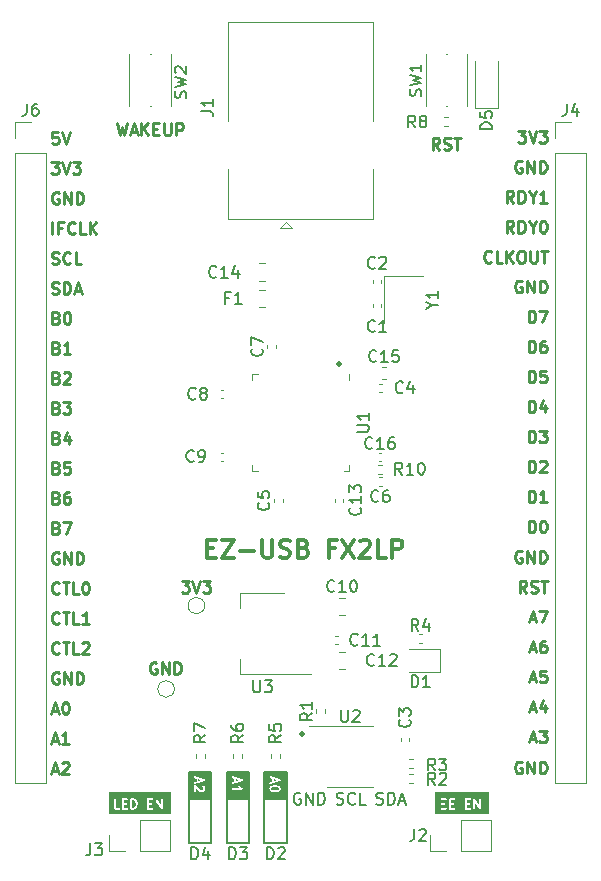
<source format=gbr>
%TF.GenerationSoftware,KiCad,Pcbnew,7.0.2-6a45011f42~172~ubuntu20.04.1*%
%TF.CreationDate,2023-04-23T15:23:27+07:00*%
%TF.ProjectId,EZ-USB-FX2LP-dev-board,455a2d55-5342-42d4-9658-324c502d6465,rev?*%
%TF.SameCoordinates,Original*%
%TF.FileFunction,Legend,Top*%
%TF.FilePolarity,Positive*%
%FSLAX46Y46*%
G04 Gerber Fmt 4.6, Leading zero omitted, Abs format (unit mm)*
G04 Created by KiCad (PCBNEW 7.0.2-6a45011f42~172~ubuntu20.04.1) date 2023-04-23 15:23:27*
%MOMM*%
%LPD*%
G01*
G04 APERTURE LIST*
%ADD10C,0.150000*%
%ADD11C,0.250000*%
%ADD12C,0.300000*%
%ADD13C,0.120000*%
G04 APERTURE END LIST*
D10*
X139725700Y-132410200D02*
X139725700Y-135095200D01*
X135239700Y-132410200D02*
X135239700Y-129092200D01*
X141645700Y-135095200D02*
X141645700Y-132410200D01*
X139725700Y-132410200D02*
X139725700Y-129092200D01*
X138442700Y-132410200D02*
X138442700Y-129092200D01*
X141645700Y-129092200D02*
X139725700Y-129092200D01*
X139725700Y-135095200D02*
X141645700Y-135095200D01*
X133319700Y-135095200D02*
X135239700Y-135095200D01*
X136522700Y-132410200D02*
X136522700Y-135095200D01*
X141645700Y-132410200D02*
X141645700Y-129092200D01*
X136522700Y-132410200D02*
X136522700Y-129092200D01*
X133319700Y-132410200D02*
X133319700Y-135095200D01*
X138442700Y-129092200D02*
X136522700Y-129092200D01*
X135239700Y-129092200D02*
X133319700Y-129092200D01*
X136522700Y-135095200D02*
X138442700Y-135095200D01*
X138442700Y-135095200D02*
X138442700Y-132410200D01*
X135239700Y-135095200D02*
X135239700Y-132410200D01*
X133319700Y-132410200D02*
X133319700Y-129092200D01*
D11*
X122347323Y-113878180D02*
X122299704Y-113925800D01*
X122299704Y-113925800D02*
X122156847Y-113973419D01*
X122156847Y-113973419D02*
X122061609Y-113973419D01*
X122061609Y-113973419D02*
X121918752Y-113925800D01*
X121918752Y-113925800D02*
X121823514Y-113830561D01*
X121823514Y-113830561D02*
X121775895Y-113735323D01*
X121775895Y-113735323D02*
X121728276Y-113544847D01*
X121728276Y-113544847D02*
X121728276Y-113401990D01*
X121728276Y-113401990D02*
X121775895Y-113211514D01*
X121775895Y-113211514D02*
X121823514Y-113116276D01*
X121823514Y-113116276D02*
X121918752Y-113021038D01*
X121918752Y-113021038D02*
X122061609Y-112973419D01*
X122061609Y-112973419D02*
X122156847Y-112973419D01*
X122156847Y-112973419D02*
X122299704Y-113021038D01*
X122299704Y-113021038D02*
X122347323Y-113068657D01*
X122633038Y-112973419D02*
X123204466Y-112973419D01*
X122918752Y-113973419D02*
X122918752Y-112973419D01*
X124013990Y-113973419D02*
X123537800Y-113973419D01*
X123537800Y-113973419D02*
X123537800Y-112973419D01*
X124537800Y-112973419D02*
X124633038Y-112973419D01*
X124633038Y-112973419D02*
X124728276Y-113021038D01*
X124728276Y-113021038D02*
X124775895Y-113068657D01*
X124775895Y-113068657D02*
X124823514Y-113163895D01*
X124823514Y-113163895D02*
X124871133Y-113354371D01*
X124871133Y-113354371D02*
X124871133Y-113592466D01*
X124871133Y-113592466D02*
X124823514Y-113782942D01*
X124823514Y-113782942D02*
X124775895Y-113878180D01*
X124775895Y-113878180D02*
X124728276Y-113925800D01*
X124728276Y-113925800D02*
X124633038Y-113973419D01*
X124633038Y-113973419D02*
X124537800Y-113973419D01*
X124537800Y-113973419D02*
X124442562Y-113925800D01*
X124442562Y-113925800D02*
X124394943Y-113878180D01*
X124394943Y-113878180D02*
X124347324Y-113782942D01*
X124347324Y-113782942D02*
X124299705Y-113592466D01*
X124299705Y-113592466D02*
X124299705Y-113354371D01*
X124299705Y-113354371D02*
X124347324Y-113163895D01*
X124347324Y-113163895D02*
X124394943Y-113068657D01*
X124394943Y-113068657D02*
X124442562Y-113021038D01*
X124442562Y-113021038D02*
X124537800Y-112973419D01*
D12*
X146051542Y-94440971D02*
X146122971Y-94512400D01*
X146122971Y-94512400D02*
X146051542Y-94583828D01*
X146051542Y-94583828D02*
X145980114Y-94512400D01*
X145980114Y-94512400D02*
X146051542Y-94440971D01*
X146051542Y-94440971D02*
X146051542Y-94583828D01*
D11*
X162089933Y-103687419D02*
X162089933Y-102687419D01*
X162089933Y-102687419D02*
X162328028Y-102687419D01*
X162328028Y-102687419D02*
X162470885Y-102735038D01*
X162470885Y-102735038D02*
X162566123Y-102830276D01*
X162566123Y-102830276D02*
X162613742Y-102925514D01*
X162613742Y-102925514D02*
X162661361Y-103115990D01*
X162661361Y-103115990D02*
X162661361Y-103258847D01*
X162661361Y-103258847D02*
X162613742Y-103449323D01*
X162613742Y-103449323D02*
X162566123Y-103544561D01*
X162566123Y-103544561D02*
X162470885Y-103639800D01*
X162470885Y-103639800D02*
X162328028Y-103687419D01*
X162328028Y-103687419D02*
X162089933Y-103687419D01*
X163042314Y-102782657D02*
X163089933Y-102735038D01*
X163089933Y-102735038D02*
X163185171Y-102687419D01*
X163185171Y-102687419D02*
X163423266Y-102687419D01*
X163423266Y-102687419D02*
X163518504Y-102735038D01*
X163518504Y-102735038D02*
X163566123Y-102782657D01*
X163566123Y-102782657D02*
X163613742Y-102877895D01*
X163613742Y-102877895D02*
X163613742Y-102973133D01*
X163613742Y-102973133D02*
X163566123Y-103115990D01*
X163566123Y-103115990D02*
X162994695Y-103687419D01*
X162994695Y-103687419D02*
X163613742Y-103687419D01*
X162185171Y-126261704D02*
X162661361Y-126261704D01*
X162089933Y-126547419D02*
X162423266Y-125547419D01*
X162423266Y-125547419D02*
X162756599Y-126547419D01*
X162994695Y-125547419D02*
X163613742Y-125547419D01*
X163613742Y-125547419D02*
X163280409Y-125928371D01*
X163280409Y-125928371D02*
X163423266Y-125928371D01*
X163423266Y-125928371D02*
X163518504Y-125975990D01*
X163518504Y-125975990D02*
X163566123Y-126023609D01*
X163566123Y-126023609D02*
X163613742Y-126118847D01*
X163613742Y-126118847D02*
X163613742Y-126356942D01*
X163613742Y-126356942D02*
X163566123Y-126452180D01*
X163566123Y-126452180D02*
X163518504Y-126499800D01*
X163518504Y-126499800D02*
X163423266Y-126547419D01*
X163423266Y-126547419D02*
X163137552Y-126547419D01*
X163137552Y-126547419D02*
X163042314Y-126499800D01*
X163042314Y-126499800D02*
X162994695Y-126452180D01*
X122109228Y-105829609D02*
X122252085Y-105877228D01*
X122252085Y-105877228D02*
X122299704Y-105924847D01*
X122299704Y-105924847D02*
X122347323Y-106020085D01*
X122347323Y-106020085D02*
X122347323Y-106162942D01*
X122347323Y-106162942D02*
X122299704Y-106258180D01*
X122299704Y-106258180D02*
X122252085Y-106305800D01*
X122252085Y-106305800D02*
X122156847Y-106353419D01*
X122156847Y-106353419D02*
X121775895Y-106353419D01*
X121775895Y-106353419D02*
X121775895Y-105353419D01*
X121775895Y-105353419D02*
X122109228Y-105353419D01*
X122109228Y-105353419D02*
X122204466Y-105401038D01*
X122204466Y-105401038D02*
X122252085Y-105448657D01*
X122252085Y-105448657D02*
X122299704Y-105543895D01*
X122299704Y-105543895D02*
X122299704Y-105639133D01*
X122299704Y-105639133D02*
X122252085Y-105734371D01*
X122252085Y-105734371D02*
X122204466Y-105781990D01*
X122204466Y-105781990D02*
X122109228Y-105829609D01*
X122109228Y-105829609D02*
X121775895Y-105829609D01*
X123204466Y-105353419D02*
X123013990Y-105353419D01*
X123013990Y-105353419D02*
X122918752Y-105401038D01*
X122918752Y-105401038D02*
X122871133Y-105448657D01*
X122871133Y-105448657D02*
X122775895Y-105591514D01*
X122775895Y-105591514D02*
X122728276Y-105781990D01*
X122728276Y-105781990D02*
X122728276Y-106162942D01*
X122728276Y-106162942D02*
X122775895Y-106258180D01*
X122775895Y-106258180D02*
X122823514Y-106305800D01*
X122823514Y-106305800D02*
X122918752Y-106353419D01*
X122918752Y-106353419D02*
X123109228Y-106353419D01*
X123109228Y-106353419D02*
X123204466Y-106305800D01*
X123204466Y-106305800D02*
X123252085Y-106258180D01*
X123252085Y-106258180D02*
X123299704Y-106162942D01*
X123299704Y-106162942D02*
X123299704Y-105924847D01*
X123299704Y-105924847D02*
X123252085Y-105829609D01*
X123252085Y-105829609D02*
X123204466Y-105781990D01*
X123204466Y-105781990D02*
X123109228Y-105734371D01*
X123109228Y-105734371D02*
X122918752Y-105734371D01*
X122918752Y-105734371D02*
X122823514Y-105781990D01*
X122823514Y-105781990D02*
X122775895Y-105829609D01*
X122775895Y-105829609D02*
X122728276Y-105924847D01*
X162089933Y-96067419D02*
X162089933Y-95067419D01*
X162089933Y-95067419D02*
X162328028Y-95067419D01*
X162328028Y-95067419D02*
X162470885Y-95115038D01*
X162470885Y-95115038D02*
X162566123Y-95210276D01*
X162566123Y-95210276D02*
X162613742Y-95305514D01*
X162613742Y-95305514D02*
X162661361Y-95495990D01*
X162661361Y-95495990D02*
X162661361Y-95638847D01*
X162661361Y-95638847D02*
X162613742Y-95829323D01*
X162613742Y-95829323D02*
X162566123Y-95924561D01*
X162566123Y-95924561D02*
X162470885Y-96019800D01*
X162470885Y-96019800D02*
X162328028Y-96067419D01*
X162328028Y-96067419D02*
X162089933Y-96067419D01*
X163566123Y-95067419D02*
X163089933Y-95067419D01*
X163089933Y-95067419D02*
X163042314Y-95543609D01*
X163042314Y-95543609D02*
X163089933Y-95495990D01*
X163089933Y-95495990D02*
X163185171Y-95448371D01*
X163185171Y-95448371D02*
X163423266Y-95448371D01*
X163423266Y-95448371D02*
X163518504Y-95495990D01*
X163518504Y-95495990D02*
X163566123Y-95543609D01*
X163566123Y-95543609D02*
X163613742Y-95638847D01*
X163613742Y-95638847D02*
X163613742Y-95876942D01*
X163613742Y-95876942D02*
X163566123Y-95972180D01*
X163566123Y-95972180D02*
X163518504Y-96019800D01*
X163518504Y-96019800D02*
X163423266Y-96067419D01*
X163423266Y-96067419D02*
X163185171Y-96067419D01*
X163185171Y-96067419D02*
X163089933Y-96019800D01*
X163089933Y-96019800D02*
X163042314Y-95972180D01*
X162185171Y-118641704D02*
X162661361Y-118641704D01*
X162089933Y-118927419D02*
X162423266Y-117927419D01*
X162423266Y-117927419D02*
X162756599Y-118927419D01*
X163518504Y-117927419D02*
X163328028Y-117927419D01*
X163328028Y-117927419D02*
X163232790Y-117975038D01*
X163232790Y-117975038D02*
X163185171Y-118022657D01*
X163185171Y-118022657D02*
X163089933Y-118165514D01*
X163089933Y-118165514D02*
X163042314Y-118355990D01*
X163042314Y-118355990D02*
X163042314Y-118736942D01*
X163042314Y-118736942D02*
X163089933Y-118832180D01*
X163089933Y-118832180D02*
X163137552Y-118879800D01*
X163137552Y-118879800D02*
X163232790Y-118927419D01*
X163232790Y-118927419D02*
X163423266Y-118927419D01*
X163423266Y-118927419D02*
X163518504Y-118879800D01*
X163518504Y-118879800D02*
X163566123Y-118832180D01*
X163566123Y-118832180D02*
X163613742Y-118736942D01*
X163613742Y-118736942D02*
X163613742Y-118498847D01*
X163613742Y-118498847D02*
X163566123Y-118403609D01*
X163566123Y-118403609D02*
X163518504Y-118355990D01*
X163518504Y-118355990D02*
X163423266Y-118308371D01*
X163423266Y-118308371D02*
X163232790Y-118308371D01*
X163232790Y-118308371D02*
X163137552Y-118355990D01*
X163137552Y-118355990D02*
X163089933Y-118403609D01*
X163089933Y-118403609D02*
X163042314Y-118498847D01*
X122109228Y-98209609D02*
X122252085Y-98257228D01*
X122252085Y-98257228D02*
X122299704Y-98304847D01*
X122299704Y-98304847D02*
X122347323Y-98400085D01*
X122347323Y-98400085D02*
X122347323Y-98542942D01*
X122347323Y-98542942D02*
X122299704Y-98638180D01*
X122299704Y-98638180D02*
X122252085Y-98685800D01*
X122252085Y-98685800D02*
X122156847Y-98733419D01*
X122156847Y-98733419D02*
X121775895Y-98733419D01*
X121775895Y-98733419D02*
X121775895Y-97733419D01*
X121775895Y-97733419D02*
X122109228Y-97733419D01*
X122109228Y-97733419D02*
X122204466Y-97781038D01*
X122204466Y-97781038D02*
X122252085Y-97828657D01*
X122252085Y-97828657D02*
X122299704Y-97923895D01*
X122299704Y-97923895D02*
X122299704Y-98019133D01*
X122299704Y-98019133D02*
X122252085Y-98114371D01*
X122252085Y-98114371D02*
X122204466Y-98161990D01*
X122204466Y-98161990D02*
X122109228Y-98209609D01*
X122109228Y-98209609D02*
X121775895Y-98209609D01*
X122680657Y-97733419D02*
X123299704Y-97733419D01*
X123299704Y-97733419D02*
X122966371Y-98114371D01*
X122966371Y-98114371D02*
X123109228Y-98114371D01*
X123109228Y-98114371D02*
X123204466Y-98161990D01*
X123204466Y-98161990D02*
X123252085Y-98209609D01*
X123252085Y-98209609D02*
X123299704Y-98304847D01*
X123299704Y-98304847D02*
X123299704Y-98542942D01*
X123299704Y-98542942D02*
X123252085Y-98638180D01*
X123252085Y-98638180D02*
X123204466Y-98685800D01*
X123204466Y-98685800D02*
X123109228Y-98733419D01*
X123109228Y-98733419D02*
X122823514Y-98733419D01*
X122823514Y-98733419D02*
X122728276Y-98685800D01*
X122728276Y-98685800D02*
X122680657Y-98638180D01*
X122347323Y-116418180D02*
X122299704Y-116465800D01*
X122299704Y-116465800D02*
X122156847Y-116513419D01*
X122156847Y-116513419D02*
X122061609Y-116513419D01*
X122061609Y-116513419D02*
X121918752Y-116465800D01*
X121918752Y-116465800D02*
X121823514Y-116370561D01*
X121823514Y-116370561D02*
X121775895Y-116275323D01*
X121775895Y-116275323D02*
X121728276Y-116084847D01*
X121728276Y-116084847D02*
X121728276Y-115941990D01*
X121728276Y-115941990D02*
X121775895Y-115751514D01*
X121775895Y-115751514D02*
X121823514Y-115656276D01*
X121823514Y-115656276D02*
X121918752Y-115561038D01*
X121918752Y-115561038D02*
X122061609Y-115513419D01*
X122061609Y-115513419D02*
X122156847Y-115513419D01*
X122156847Y-115513419D02*
X122299704Y-115561038D01*
X122299704Y-115561038D02*
X122347323Y-115608657D01*
X122633038Y-115513419D02*
X123204466Y-115513419D01*
X122918752Y-116513419D02*
X122918752Y-115513419D01*
X124013990Y-116513419D02*
X123537800Y-116513419D01*
X123537800Y-116513419D02*
X123537800Y-115513419D01*
X124871133Y-116513419D02*
X124299705Y-116513419D01*
X124585419Y-116513419D02*
X124585419Y-115513419D01*
X124585419Y-115513419D02*
X124490181Y-115656276D01*
X124490181Y-115656276D02*
X124394943Y-115751514D01*
X124394943Y-115751514D02*
X124299705Y-115799133D01*
X121728276Y-85985800D02*
X121871133Y-86033419D01*
X121871133Y-86033419D02*
X122109228Y-86033419D01*
X122109228Y-86033419D02*
X122204466Y-85985800D01*
X122204466Y-85985800D02*
X122252085Y-85938180D01*
X122252085Y-85938180D02*
X122299704Y-85842942D01*
X122299704Y-85842942D02*
X122299704Y-85747704D01*
X122299704Y-85747704D02*
X122252085Y-85652466D01*
X122252085Y-85652466D02*
X122204466Y-85604847D01*
X122204466Y-85604847D02*
X122109228Y-85557228D01*
X122109228Y-85557228D02*
X121918752Y-85509609D01*
X121918752Y-85509609D02*
X121823514Y-85461990D01*
X121823514Y-85461990D02*
X121775895Y-85414371D01*
X121775895Y-85414371D02*
X121728276Y-85319133D01*
X121728276Y-85319133D02*
X121728276Y-85223895D01*
X121728276Y-85223895D02*
X121775895Y-85128657D01*
X121775895Y-85128657D02*
X121823514Y-85081038D01*
X121823514Y-85081038D02*
X121918752Y-85033419D01*
X121918752Y-85033419D02*
X122156847Y-85033419D01*
X122156847Y-85033419D02*
X122299704Y-85081038D01*
X123299704Y-85938180D02*
X123252085Y-85985800D01*
X123252085Y-85985800D02*
X123109228Y-86033419D01*
X123109228Y-86033419D02*
X123013990Y-86033419D01*
X123013990Y-86033419D02*
X122871133Y-85985800D01*
X122871133Y-85985800D02*
X122775895Y-85890561D01*
X122775895Y-85890561D02*
X122728276Y-85795323D01*
X122728276Y-85795323D02*
X122680657Y-85604847D01*
X122680657Y-85604847D02*
X122680657Y-85461990D01*
X122680657Y-85461990D02*
X122728276Y-85271514D01*
X122728276Y-85271514D02*
X122775895Y-85176276D01*
X122775895Y-85176276D02*
X122871133Y-85081038D01*
X122871133Y-85081038D02*
X123013990Y-85033419D01*
X123013990Y-85033419D02*
X123109228Y-85033419D01*
X123109228Y-85033419D02*
X123252085Y-85081038D01*
X123252085Y-85081038D02*
X123299704Y-85128657D01*
X124204466Y-86033419D02*
X123728276Y-86033419D01*
X123728276Y-86033419D02*
X123728276Y-85033419D01*
X162089933Y-90987419D02*
X162089933Y-89987419D01*
X162089933Y-89987419D02*
X162328028Y-89987419D01*
X162328028Y-89987419D02*
X162470885Y-90035038D01*
X162470885Y-90035038D02*
X162566123Y-90130276D01*
X162566123Y-90130276D02*
X162613742Y-90225514D01*
X162613742Y-90225514D02*
X162661361Y-90415990D01*
X162661361Y-90415990D02*
X162661361Y-90558847D01*
X162661361Y-90558847D02*
X162613742Y-90749323D01*
X162613742Y-90749323D02*
X162566123Y-90844561D01*
X162566123Y-90844561D02*
X162470885Y-90939800D01*
X162470885Y-90939800D02*
X162328028Y-90987419D01*
X162328028Y-90987419D02*
X162089933Y-90987419D01*
X162994695Y-89987419D02*
X163661361Y-89987419D01*
X163661361Y-89987419D02*
X163232790Y-90987419D01*
X121728276Y-128927704D02*
X122204466Y-128927704D01*
X121633038Y-129213419D02*
X121966371Y-128213419D01*
X121966371Y-128213419D02*
X122299704Y-129213419D01*
X122585419Y-128308657D02*
X122633038Y-128261038D01*
X122633038Y-128261038D02*
X122728276Y-128213419D01*
X122728276Y-128213419D02*
X122966371Y-128213419D01*
X122966371Y-128213419D02*
X123061609Y-128261038D01*
X123061609Y-128261038D02*
X123109228Y-128308657D01*
X123109228Y-128308657D02*
X123156847Y-128403895D01*
X123156847Y-128403895D02*
X123156847Y-128499133D01*
X123156847Y-128499133D02*
X123109228Y-128641990D01*
X123109228Y-128641990D02*
X122537800Y-129213419D01*
X122537800Y-129213419D02*
X123156847Y-129213419D01*
X161518504Y-128223638D02*
X161423266Y-128176019D01*
X161423266Y-128176019D02*
X161280409Y-128176019D01*
X161280409Y-128176019D02*
X161137552Y-128223638D01*
X161137552Y-128223638D02*
X161042314Y-128318876D01*
X161042314Y-128318876D02*
X160994695Y-128414114D01*
X160994695Y-128414114D02*
X160947076Y-128604590D01*
X160947076Y-128604590D02*
X160947076Y-128747447D01*
X160947076Y-128747447D02*
X160994695Y-128937923D01*
X160994695Y-128937923D02*
X161042314Y-129033161D01*
X161042314Y-129033161D02*
X161137552Y-129128400D01*
X161137552Y-129128400D02*
X161280409Y-129176019D01*
X161280409Y-129176019D02*
X161375647Y-129176019D01*
X161375647Y-129176019D02*
X161518504Y-129128400D01*
X161518504Y-129128400D02*
X161566123Y-129080780D01*
X161566123Y-129080780D02*
X161566123Y-128747447D01*
X161566123Y-128747447D02*
X161375647Y-128747447D01*
X161994695Y-129176019D02*
X161994695Y-128176019D01*
X161994695Y-128176019D02*
X162566123Y-129176019D01*
X162566123Y-129176019D02*
X162566123Y-128176019D01*
X163042314Y-129176019D02*
X163042314Y-128176019D01*
X163042314Y-128176019D02*
X163280409Y-128176019D01*
X163280409Y-128176019D02*
X163423266Y-128223638D01*
X163423266Y-128223638D02*
X163518504Y-128318876D01*
X163518504Y-128318876D02*
X163566123Y-128414114D01*
X163566123Y-128414114D02*
X163613742Y-128604590D01*
X163613742Y-128604590D02*
X163613742Y-128747447D01*
X163613742Y-128747447D02*
X163566123Y-128937923D01*
X163566123Y-128937923D02*
X163518504Y-129033161D01*
X163518504Y-129033161D02*
X163423266Y-129128400D01*
X163423266Y-129128400D02*
X163280409Y-129176019D01*
X163280409Y-129176019D02*
X163042314Y-129176019D01*
X121775895Y-83493419D02*
X121775895Y-82493419D01*
X122585418Y-82969609D02*
X122252085Y-82969609D01*
X122252085Y-83493419D02*
X122252085Y-82493419D01*
X122252085Y-82493419D02*
X122728275Y-82493419D01*
X123680656Y-83398180D02*
X123633037Y-83445800D01*
X123633037Y-83445800D02*
X123490180Y-83493419D01*
X123490180Y-83493419D02*
X123394942Y-83493419D01*
X123394942Y-83493419D02*
X123252085Y-83445800D01*
X123252085Y-83445800D02*
X123156847Y-83350561D01*
X123156847Y-83350561D02*
X123109228Y-83255323D01*
X123109228Y-83255323D02*
X123061609Y-83064847D01*
X123061609Y-83064847D02*
X123061609Y-82921990D01*
X123061609Y-82921990D02*
X123109228Y-82731514D01*
X123109228Y-82731514D02*
X123156847Y-82636276D01*
X123156847Y-82636276D02*
X123252085Y-82541038D01*
X123252085Y-82541038D02*
X123394942Y-82493419D01*
X123394942Y-82493419D02*
X123490180Y-82493419D01*
X123490180Y-82493419D02*
X123633037Y-82541038D01*
X123633037Y-82541038D02*
X123680656Y-82588657D01*
X124585418Y-83493419D02*
X124109228Y-83493419D01*
X124109228Y-83493419D02*
X124109228Y-82493419D01*
X124918752Y-83493419D02*
X124918752Y-82493419D01*
X125490180Y-83493419D02*
X125061609Y-82921990D01*
X125490180Y-82493419D02*
X124918752Y-83064847D01*
X121728276Y-88525800D02*
X121871133Y-88573419D01*
X121871133Y-88573419D02*
X122109228Y-88573419D01*
X122109228Y-88573419D02*
X122204466Y-88525800D01*
X122204466Y-88525800D02*
X122252085Y-88478180D01*
X122252085Y-88478180D02*
X122299704Y-88382942D01*
X122299704Y-88382942D02*
X122299704Y-88287704D01*
X122299704Y-88287704D02*
X122252085Y-88192466D01*
X122252085Y-88192466D02*
X122204466Y-88144847D01*
X122204466Y-88144847D02*
X122109228Y-88097228D01*
X122109228Y-88097228D02*
X121918752Y-88049609D01*
X121918752Y-88049609D02*
X121823514Y-88001990D01*
X121823514Y-88001990D02*
X121775895Y-87954371D01*
X121775895Y-87954371D02*
X121728276Y-87859133D01*
X121728276Y-87859133D02*
X121728276Y-87763895D01*
X121728276Y-87763895D02*
X121775895Y-87668657D01*
X121775895Y-87668657D02*
X121823514Y-87621038D01*
X121823514Y-87621038D02*
X121918752Y-87573419D01*
X121918752Y-87573419D02*
X122156847Y-87573419D01*
X122156847Y-87573419D02*
X122299704Y-87621038D01*
X122728276Y-88573419D02*
X122728276Y-87573419D01*
X122728276Y-87573419D02*
X122966371Y-87573419D01*
X122966371Y-87573419D02*
X123109228Y-87621038D01*
X123109228Y-87621038D02*
X123204466Y-87716276D01*
X123204466Y-87716276D02*
X123252085Y-87811514D01*
X123252085Y-87811514D02*
X123299704Y-88001990D01*
X123299704Y-88001990D02*
X123299704Y-88144847D01*
X123299704Y-88144847D02*
X123252085Y-88335323D01*
X123252085Y-88335323D02*
X123204466Y-88430561D01*
X123204466Y-88430561D02*
X123109228Y-88525800D01*
X123109228Y-88525800D02*
X122966371Y-88573419D01*
X122966371Y-88573419D02*
X122728276Y-88573419D01*
X123680657Y-88287704D02*
X124156847Y-88287704D01*
X123585419Y-88573419D02*
X123918752Y-87573419D01*
X123918752Y-87573419D02*
X124252085Y-88573419D01*
D12*
X134900942Y-110104914D02*
X135400942Y-110104914D01*
X135615228Y-110890628D02*
X134900942Y-110890628D01*
X134900942Y-110890628D02*
X134900942Y-109390628D01*
X134900942Y-109390628D02*
X135615228Y-109390628D01*
X136115228Y-109390628D02*
X137115228Y-109390628D01*
X137115228Y-109390628D02*
X136115228Y-110890628D01*
X136115228Y-110890628D02*
X137115228Y-110890628D01*
X137686656Y-110319200D02*
X138829514Y-110319200D01*
X139543799Y-109390628D02*
X139543799Y-110604914D01*
X139543799Y-110604914D02*
X139615228Y-110747771D01*
X139615228Y-110747771D02*
X139686657Y-110819200D01*
X139686657Y-110819200D02*
X139829514Y-110890628D01*
X139829514Y-110890628D02*
X140115228Y-110890628D01*
X140115228Y-110890628D02*
X140258085Y-110819200D01*
X140258085Y-110819200D02*
X140329514Y-110747771D01*
X140329514Y-110747771D02*
X140400942Y-110604914D01*
X140400942Y-110604914D02*
X140400942Y-109390628D01*
X141043800Y-110819200D02*
X141258086Y-110890628D01*
X141258086Y-110890628D02*
X141615228Y-110890628D01*
X141615228Y-110890628D02*
X141758086Y-110819200D01*
X141758086Y-110819200D02*
X141829514Y-110747771D01*
X141829514Y-110747771D02*
X141900943Y-110604914D01*
X141900943Y-110604914D02*
X141900943Y-110462057D01*
X141900943Y-110462057D02*
X141829514Y-110319200D01*
X141829514Y-110319200D02*
X141758086Y-110247771D01*
X141758086Y-110247771D02*
X141615228Y-110176342D01*
X141615228Y-110176342D02*
X141329514Y-110104914D01*
X141329514Y-110104914D02*
X141186657Y-110033485D01*
X141186657Y-110033485D02*
X141115228Y-109962057D01*
X141115228Y-109962057D02*
X141043800Y-109819200D01*
X141043800Y-109819200D02*
X141043800Y-109676342D01*
X141043800Y-109676342D02*
X141115228Y-109533485D01*
X141115228Y-109533485D02*
X141186657Y-109462057D01*
X141186657Y-109462057D02*
X141329514Y-109390628D01*
X141329514Y-109390628D02*
X141686657Y-109390628D01*
X141686657Y-109390628D02*
X141900943Y-109462057D01*
X143043799Y-110104914D02*
X143258085Y-110176342D01*
X143258085Y-110176342D02*
X143329514Y-110247771D01*
X143329514Y-110247771D02*
X143400942Y-110390628D01*
X143400942Y-110390628D02*
X143400942Y-110604914D01*
X143400942Y-110604914D02*
X143329514Y-110747771D01*
X143329514Y-110747771D02*
X143258085Y-110819200D01*
X143258085Y-110819200D02*
X143115228Y-110890628D01*
X143115228Y-110890628D02*
X142543799Y-110890628D01*
X142543799Y-110890628D02*
X142543799Y-109390628D01*
X142543799Y-109390628D02*
X143043799Y-109390628D01*
X143043799Y-109390628D02*
X143186657Y-109462057D01*
X143186657Y-109462057D02*
X143258085Y-109533485D01*
X143258085Y-109533485D02*
X143329514Y-109676342D01*
X143329514Y-109676342D02*
X143329514Y-109819200D01*
X143329514Y-109819200D02*
X143258085Y-109962057D01*
X143258085Y-109962057D02*
X143186657Y-110033485D01*
X143186657Y-110033485D02*
X143043799Y-110104914D01*
X143043799Y-110104914D02*
X142543799Y-110104914D01*
X145686656Y-110104914D02*
X145186656Y-110104914D01*
X145186656Y-110890628D02*
X145186656Y-109390628D01*
X145186656Y-109390628D02*
X145900942Y-109390628D01*
X146329513Y-109390628D02*
X147329513Y-110890628D01*
X147329513Y-109390628D02*
X146329513Y-110890628D01*
X147829513Y-109533485D02*
X147900941Y-109462057D01*
X147900941Y-109462057D02*
X148043799Y-109390628D01*
X148043799Y-109390628D02*
X148400941Y-109390628D01*
X148400941Y-109390628D02*
X148543799Y-109462057D01*
X148543799Y-109462057D02*
X148615227Y-109533485D01*
X148615227Y-109533485D02*
X148686656Y-109676342D01*
X148686656Y-109676342D02*
X148686656Y-109819200D01*
X148686656Y-109819200D02*
X148615227Y-110033485D01*
X148615227Y-110033485D02*
X147758084Y-110890628D01*
X147758084Y-110890628D02*
X148686656Y-110890628D01*
X150043798Y-110890628D02*
X149329512Y-110890628D01*
X149329512Y-110890628D02*
X149329512Y-109390628D01*
X150543798Y-110890628D02*
X150543798Y-109390628D01*
X150543798Y-109390628D02*
X151115227Y-109390628D01*
X151115227Y-109390628D02*
X151258084Y-109462057D01*
X151258084Y-109462057D02*
X151329513Y-109533485D01*
X151329513Y-109533485D02*
X151400941Y-109676342D01*
X151400941Y-109676342D02*
X151400941Y-109890628D01*
X151400941Y-109890628D02*
X151329513Y-110033485D01*
X151329513Y-110033485D02*
X151258084Y-110104914D01*
X151258084Y-110104914D02*
X151115227Y-110176342D01*
X151115227Y-110176342D02*
X150543798Y-110176342D01*
D11*
X158947075Y-85831080D02*
X158899456Y-85878700D01*
X158899456Y-85878700D02*
X158756599Y-85926319D01*
X158756599Y-85926319D02*
X158661361Y-85926319D01*
X158661361Y-85926319D02*
X158518504Y-85878700D01*
X158518504Y-85878700D02*
X158423266Y-85783461D01*
X158423266Y-85783461D02*
X158375647Y-85688223D01*
X158375647Y-85688223D02*
X158328028Y-85497747D01*
X158328028Y-85497747D02*
X158328028Y-85354890D01*
X158328028Y-85354890D02*
X158375647Y-85164414D01*
X158375647Y-85164414D02*
X158423266Y-85069176D01*
X158423266Y-85069176D02*
X158518504Y-84973938D01*
X158518504Y-84973938D02*
X158661361Y-84926319D01*
X158661361Y-84926319D02*
X158756599Y-84926319D01*
X158756599Y-84926319D02*
X158899456Y-84973938D01*
X158899456Y-84973938D02*
X158947075Y-85021557D01*
X159851837Y-85926319D02*
X159375647Y-85926319D01*
X159375647Y-85926319D02*
X159375647Y-84926319D01*
X160185171Y-85926319D02*
X160185171Y-84926319D01*
X160756599Y-85926319D02*
X160328028Y-85354890D01*
X160756599Y-84926319D02*
X160185171Y-85497747D01*
X161375647Y-84926319D02*
X161566123Y-84926319D01*
X161566123Y-84926319D02*
X161661361Y-84973938D01*
X161661361Y-84973938D02*
X161756599Y-85069176D01*
X161756599Y-85069176D02*
X161804218Y-85259652D01*
X161804218Y-85259652D02*
X161804218Y-85592985D01*
X161804218Y-85592985D02*
X161756599Y-85783461D01*
X161756599Y-85783461D02*
X161661361Y-85878700D01*
X161661361Y-85878700D02*
X161566123Y-85926319D01*
X161566123Y-85926319D02*
X161375647Y-85926319D01*
X161375647Y-85926319D02*
X161280409Y-85878700D01*
X161280409Y-85878700D02*
X161185171Y-85783461D01*
X161185171Y-85783461D02*
X161137552Y-85592985D01*
X161137552Y-85592985D02*
X161137552Y-85259652D01*
X161137552Y-85259652D02*
X161185171Y-85069176D01*
X161185171Y-85069176D02*
X161280409Y-84973938D01*
X161280409Y-84973938D02*
X161375647Y-84926319D01*
X162232790Y-84926319D02*
X162232790Y-85735842D01*
X162232790Y-85735842D02*
X162280409Y-85831080D01*
X162280409Y-85831080D02*
X162328028Y-85878700D01*
X162328028Y-85878700D02*
X162423266Y-85926319D01*
X162423266Y-85926319D02*
X162613742Y-85926319D01*
X162613742Y-85926319D02*
X162708980Y-85878700D01*
X162708980Y-85878700D02*
X162756599Y-85831080D01*
X162756599Y-85831080D02*
X162804218Y-85735842D01*
X162804218Y-85735842D02*
X162804218Y-84926319D01*
X163137552Y-84926319D02*
X163708980Y-84926319D01*
X163423266Y-85926319D02*
X163423266Y-84926319D01*
X161518504Y-87495038D02*
X161423266Y-87447419D01*
X161423266Y-87447419D02*
X161280409Y-87447419D01*
X161280409Y-87447419D02*
X161137552Y-87495038D01*
X161137552Y-87495038D02*
X161042314Y-87590276D01*
X161042314Y-87590276D02*
X160994695Y-87685514D01*
X160994695Y-87685514D02*
X160947076Y-87875990D01*
X160947076Y-87875990D02*
X160947076Y-88018847D01*
X160947076Y-88018847D02*
X160994695Y-88209323D01*
X160994695Y-88209323D02*
X161042314Y-88304561D01*
X161042314Y-88304561D02*
X161137552Y-88399800D01*
X161137552Y-88399800D02*
X161280409Y-88447419D01*
X161280409Y-88447419D02*
X161375647Y-88447419D01*
X161375647Y-88447419D02*
X161518504Y-88399800D01*
X161518504Y-88399800D02*
X161566123Y-88352180D01*
X161566123Y-88352180D02*
X161566123Y-88018847D01*
X161566123Y-88018847D02*
X161375647Y-88018847D01*
X161994695Y-88447419D02*
X161994695Y-87447419D01*
X161994695Y-87447419D02*
X162566123Y-88447419D01*
X162566123Y-88447419D02*
X162566123Y-87447419D01*
X163042314Y-88447419D02*
X163042314Y-87447419D01*
X163042314Y-87447419D02*
X163280409Y-87447419D01*
X163280409Y-87447419D02*
X163423266Y-87495038D01*
X163423266Y-87495038D02*
X163518504Y-87590276D01*
X163518504Y-87590276D02*
X163566123Y-87685514D01*
X163566123Y-87685514D02*
X163613742Y-87875990D01*
X163613742Y-87875990D02*
X163613742Y-88018847D01*
X163613742Y-88018847D02*
X163566123Y-88209323D01*
X163566123Y-88209323D02*
X163518504Y-88304561D01*
X163518504Y-88304561D02*
X163423266Y-88399800D01*
X163423266Y-88399800D02*
X163280409Y-88447419D01*
X163280409Y-88447419D02*
X163042314Y-88447419D01*
D10*
G36*
X134381632Y-129739857D02*
G01*
X134122376Y-129826275D01*
X134122376Y-129653437D01*
X134381632Y-129739857D01*
G37*
G36*
X135235186Y-131398905D02*
G01*
X133381614Y-131398905D01*
X133381614Y-130191423D01*
X133740837Y-130191423D01*
X133743803Y-130205062D01*
X133743804Y-130703019D01*
X133753047Y-130734497D01*
X133786333Y-130763339D01*
X133829928Y-130769607D01*
X133869992Y-130751311D01*
X133893804Y-130714259D01*
X133893804Y-130378065D01*
X134220058Y-130704319D01*
X134231338Y-130718329D01*
X134245879Y-130723176D01*
X134259332Y-130730522D01*
X134266399Y-130730016D01*
X134357595Y-130760414D01*
X134368211Y-130767237D01*
X134388891Y-130767237D01*
X134409530Y-130767983D01*
X134410789Y-130767237D01*
X134462386Y-130767237D01*
X134480267Y-130769168D01*
X134493980Y-130762311D01*
X134508683Y-130757994D01*
X134513321Y-130752640D01*
X134567742Y-130725429D01*
X134580075Y-130722747D01*
X134594702Y-130708119D01*
X134609820Y-130694058D01*
X134610182Y-130692639D01*
X134627092Y-130675729D01*
X134637943Y-130669285D01*
X134647195Y-130650778D01*
X134657088Y-130632662D01*
X134656983Y-130631202D01*
X134684081Y-130577007D01*
X134693804Y-130561878D01*
X134693804Y-130546547D01*
X134696518Y-130531464D01*
X134693804Y-130524920D01*
X134693804Y-130353420D01*
X134695735Y-130335536D01*
X134688878Y-130321822D01*
X134684561Y-130307120D01*
X134679207Y-130302481D01*
X134651995Y-130248058D01*
X134649314Y-130235730D01*
X134634701Y-130221117D01*
X134620625Y-130205984D01*
X134619206Y-130205621D01*
X134588024Y-130174438D01*
X134559230Y-130158715D01*
X134515299Y-130161856D01*
X134480040Y-130188250D01*
X134464647Y-130229517D01*
X134474009Y-130272554D01*
X134519068Y-130317615D01*
X134543804Y-130367085D01*
X134543804Y-130522150D01*
X134519069Y-130571620D01*
X134498187Y-130592502D01*
X134448719Y-130617237D01*
X134402403Y-130617237D01*
X134316460Y-130588589D01*
X133885372Y-130157501D01*
X133884561Y-130154739D01*
X133869947Y-130142076D01*
X133864213Y-130136342D01*
X133861823Y-130135037D01*
X133851275Y-130125897D01*
X133842872Y-130124688D01*
X133835419Y-130120619D01*
X133821494Y-130121615D01*
X133807680Y-130119629D01*
X133799956Y-130123156D01*
X133791488Y-130123762D01*
X133780315Y-130132125D01*
X133767616Y-130137925D01*
X133763025Y-130145068D01*
X133756229Y-130150156D01*
X133751351Y-130163232D01*
X133743804Y-130174977D01*
X133743804Y-130183468D01*
X133740837Y-130191423D01*
X133381614Y-130191423D01*
X133381614Y-129998203D01*
X133741082Y-129998203D01*
X133748922Y-130041543D01*
X133778948Y-130073765D01*
X133821629Y-130084638D01*
X134054262Y-130007093D01*
X134058500Y-130007703D01*
X134074890Y-130000217D01*
X134629653Y-129815297D01*
X134638101Y-129815603D01*
X134650133Y-129808471D01*
X134652750Y-129807599D01*
X134659387Y-129802986D01*
X134675989Y-129793146D01*
X134677294Y-129790540D01*
X134679690Y-129788876D01*
X134687075Y-129771022D01*
X134695721Y-129753770D01*
X134695410Y-129750872D01*
X134696526Y-129748177D01*
X134693087Y-129729168D01*
X134691033Y-129709977D01*
X134689205Y-129707706D01*
X134688686Y-129704837D01*
X134675519Y-129690707D01*
X134663413Y-129675670D01*
X134660647Y-129674748D01*
X134658660Y-129672615D01*
X134639945Y-129667847D01*
X134085229Y-129482941D01*
X134079847Y-129478278D01*
X134064708Y-129476101D01*
X133832292Y-129398629D01*
X133799507Y-129397444D01*
X133761619Y-129419901D01*
X133741887Y-129459277D01*
X133746574Y-129503070D01*
X133774195Y-129537377D01*
X133972376Y-129603437D01*
X133972376Y-129876275D01*
X133784858Y-129938781D01*
X133757918Y-129957504D01*
X133741082Y-129998203D01*
X133381614Y-129998203D01*
X133381614Y-129057714D01*
X135235186Y-129057714D01*
X135235186Y-131398905D01*
G37*
G36*
X137584632Y-129739857D02*
G01*
X137325376Y-129826275D01*
X137325376Y-129653437D01*
X137584632Y-129739857D01*
G37*
G36*
X138438186Y-131398905D02*
G01*
X136584614Y-131398905D01*
X136584614Y-130474790D01*
X136944434Y-130474790D01*
X136946804Y-130479979D01*
X136946804Y-130703019D01*
X136956047Y-130734497D01*
X136989333Y-130763339D01*
X137032928Y-130769607D01*
X137072992Y-130751311D01*
X137096804Y-130714259D01*
X137096804Y-130538666D01*
X137810378Y-130538666D01*
X137820491Y-130541821D01*
X137831944Y-130538666D01*
X137832586Y-130538666D01*
X137842327Y-130535805D01*
X137862952Y-130530124D01*
X137863407Y-130529615D01*
X137864064Y-130529423D01*
X137878079Y-130513247D01*
X137892350Y-130497328D01*
X137892458Y-130496653D01*
X137892906Y-130496137D01*
X137895946Y-130474989D01*
X137899351Y-130453844D01*
X137899077Y-130453216D01*
X137899174Y-130452542D01*
X137890299Y-130433108D01*
X137881730Y-130413478D01*
X137881161Y-130413099D01*
X137880878Y-130412478D01*
X137862885Y-130400914D01*
X137755300Y-130329190D01*
X137692966Y-130266857D01*
X137655493Y-130191910D01*
X137633149Y-130167888D01*
X137590479Y-130156977D01*
X137548683Y-130170867D01*
X137521031Y-130205148D01*
X137516302Y-130248938D01*
X137560040Y-130336413D01*
X137562723Y-130348747D01*
X137577359Y-130363383D01*
X137591412Y-130378491D01*
X137592830Y-130378853D01*
X137602643Y-130388666D01*
X137096804Y-130388666D01*
X137096804Y-130224312D01*
X137087561Y-130192834D01*
X137054275Y-130163992D01*
X137010680Y-130157724D01*
X136970616Y-130176020D01*
X136946804Y-130213072D01*
X136946804Y-130458306D01*
X136944434Y-130474790D01*
X136584614Y-130474790D01*
X136584614Y-129998203D01*
X136944082Y-129998203D01*
X136951922Y-130041543D01*
X136981948Y-130073765D01*
X137024629Y-130084638D01*
X137257262Y-130007093D01*
X137261500Y-130007703D01*
X137277890Y-130000217D01*
X137832653Y-129815297D01*
X137841101Y-129815603D01*
X137853133Y-129808471D01*
X137855750Y-129807599D01*
X137862387Y-129802986D01*
X137878989Y-129793146D01*
X137880294Y-129790540D01*
X137882690Y-129788876D01*
X137890075Y-129771022D01*
X137898721Y-129753770D01*
X137898410Y-129750872D01*
X137899526Y-129748177D01*
X137896087Y-129729168D01*
X137894033Y-129709977D01*
X137892205Y-129707706D01*
X137891686Y-129704837D01*
X137878519Y-129690707D01*
X137866413Y-129675670D01*
X137863647Y-129674748D01*
X137861660Y-129672615D01*
X137842945Y-129667847D01*
X137288229Y-129482941D01*
X137282847Y-129478278D01*
X137267708Y-129476101D01*
X137035292Y-129398629D01*
X137002507Y-129397444D01*
X136964619Y-129419901D01*
X136944887Y-129459277D01*
X136949574Y-129503070D01*
X136977195Y-129537377D01*
X137175376Y-129603437D01*
X137175376Y-129876275D01*
X136987858Y-129938781D01*
X136960918Y-129957504D01*
X136944082Y-129998203D01*
X136584614Y-129998203D01*
X136584614Y-129057714D01*
X138438186Y-129057714D01*
X138438186Y-131398905D01*
G37*
G36*
X128711853Y-131463542D02*
G01*
X128766917Y-131518606D01*
X128795887Y-131576545D01*
X128829748Y-131711987D01*
X128829748Y-131807806D01*
X128795888Y-131943240D01*
X128766917Y-132001182D01*
X128711853Y-132056247D01*
X128625909Y-132084895D01*
X128522605Y-132084895D01*
X128522605Y-131434895D01*
X128625911Y-131434895D01*
X128711853Y-131463542D01*
G37*
G36*
X131782844Y-132597086D02*
G01*
X126546414Y-132597086D01*
X126546414Y-132171019D01*
X126998806Y-132171019D01*
X127005725Y-132186171D01*
X127010419Y-132202155D01*
X127014731Y-132205891D01*
X127017102Y-132211083D01*
X127031118Y-132220090D01*
X127043705Y-132230997D01*
X127049351Y-132231808D01*
X127054154Y-132234895D01*
X127070816Y-132234895D01*
X127087300Y-132237265D01*
X127092490Y-132234895D01*
X127467910Y-132234895D01*
X127499388Y-132225652D01*
X127528230Y-132192366D01*
X127531299Y-132171019D01*
X127646425Y-132171019D01*
X127653344Y-132186171D01*
X127658038Y-132202155D01*
X127662350Y-132205891D01*
X127664721Y-132211083D01*
X127678737Y-132220090D01*
X127691324Y-132230997D01*
X127696970Y-132231808D01*
X127701773Y-132234895D01*
X127718435Y-132234895D01*
X127734919Y-132237265D01*
X127740109Y-132234895D01*
X128115529Y-132234895D01*
X128147007Y-132225652D01*
X128175849Y-132192366D01*
X128178918Y-132171019D01*
X128370235Y-132171019D01*
X128377154Y-132186171D01*
X128381848Y-132202155D01*
X128386160Y-132205891D01*
X128388531Y-132211083D01*
X128402547Y-132220090D01*
X128415134Y-132230997D01*
X128420780Y-132231808D01*
X128425583Y-132234895D01*
X128442245Y-132234895D01*
X128458729Y-132237265D01*
X128463919Y-132234895D01*
X128628678Y-132234895D01*
X128640906Y-132238010D01*
X128660520Y-132231471D01*
X128680341Y-132225652D01*
X128681299Y-132224545D01*
X128772255Y-132194227D01*
X128789829Y-132190405D01*
X128800670Y-132179563D01*
X128812964Y-132171019D01*
X129779759Y-132171019D01*
X129786678Y-132186171D01*
X129791372Y-132202155D01*
X129795684Y-132205891D01*
X129798055Y-132211083D01*
X129812071Y-132220090D01*
X129824658Y-132230997D01*
X129830304Y-132231808D01*
X129835107Y-132234895D01*
X129851769Y-132234895D01*
X129868253Y-132237265D01*
X129873443Y-132234895D01*
X130248863Y-132234895D01*
X130280341Y-132225652D01*
X130309183Y-132192366D01*
X130315451Y-132148771D01*
X130297155Y-132108707D01*
X130260103Y-132084895D01*
X129932129Y-132084895D01*
X129932129Y-131815847D01*
X130134577Y-131815847D01*
X130166055Y-131806604D01*
X130194897Y-131773318D01*
X130201165Y-131729723D01*
X130182869Y-131689659D01*
X130145817Y-131665847D01*
X129932129Y-131665847D01*
X129932129Y-131434895D01*
X130248863Y-131434895D01*
X130280341Y-131425652D01*
X130309183Y-131392366D01*
X130311251Y-131377985D01*
X130504895Y-131377985D01*
X130505939Y-131379812D01*
X130505939Y-132170677D01*
X130515182Y-132202155D01*
X130548468Y-132230997D01*
X130592063Y-132237265D01*
X130632127Y-132218969D01*
X130655939Y-132181917D01*
X130655939Y-131642312D01*
X130968600Y-132189469D01*
X130972325Y-132202155D01*
X130987488Y-132215294D01*
X131001956Y-132229212D01*
X131004021Y-132229619D01*
X131005611Y-132230997D01*
X131025471Y-132233852D01*
X131045166Y-132237739D01*
X131047123Y-132236965D01*
X131049206Y-132237265D01*
X131067461Y-132228928D01*
X131086127Y-132221552D01*
X131087355Y-132219843D01*
X131089270Y-132218969D01*
X131100120Y-132202084D01*
X131111835Y-132185789D01*
X131111944Y-132183686D01*
X131113082Y-132181917D01*
X131113082Y-132161848D01*
X131114126Y-132141805D01*
X131113082Y-132139977D01*
X131113082Y-131349113D01*
X131103839Y-131317635D01*
X131070553Y-131288793D01*
X131026958Y-131282525D01*
X130986894Y-131300821D01*
X130963082Y-131337873D01*
X130963082Y-131877477D01*
X130650420Y-131330320D01*
X130646696Y-131317635D01*
X130631532Y-131304495D01*
X130617065Y-131290578D01*
X130614999Y-131290170D01*
X130613410Y-131288793D01*
X130593549Y-131285937D01*
X130573855Y-131282051D01*
X130571897Y-131282824D01*
X130569815Y-131282525D01*
X130551559Y-131290861D01*
X130532894Y-131298238D01*
X130531665Y-131299946D01*
X130529751Y-131300821D01*
X130518900Y-131317705D01*
X130507186Y-131334001D01*
X130507076Y-131336103D01*
X130505939Y-131337873D01*
X130505939Y-131357941D01*
X130504895Y-131377985D01*
X130311251Y-131377985D01*
X130315451Y-131348771D01*
X130297155Y-131308707D01*
X130260103Y-131284895D01*
X129862489Y-131284895D01*
X129846005Y-131282525D01*
X129830852Y-131289444D01*
X129814869Y-131294138D01*
X129811132Y-131298450D01*
X129805941Y-131300821D01*
X129796933Y-131314837D01*
X129786027Y-131327424D01*
X129785215Y-131333070D01*
X129782129Y-131337873D01*
X129782129Y-131354535D01*
X129779759Y-131371019D01*
X129782129Y-131376208D01*
X129782129Y-131735487D01*
X129779759Y-131751971D01*
X129782129Y-131757160D01*
X129782129Y-132154535D01*
X129779759Y-132171019D01*
X128812964Y-132171019D01*
X128813252Y-132170819D01*
X128815959Y-132164273D01*
X128874941Y-132105290D01*
X128885791Y-132098847D01*
X128895039Y-132080348D01*
X128904937Y-132062223D01*
X128904832Y-132060763D01*
X128927760Y-132014907D01*
X128934071Y-132008974D01*
X128937415Y-131995597D01*
X128938556Y-131993316D01*
X128940020Y-131985175D01*
X128974515Y-131847202D01*
X128979748Y-131839060D01*
X128979748Y-131826271D01*
X128980124Y-131824768D01*
X128979748Y-131815521D01*
X128979748Y-131715094D01*
X128982850Y-131705926D01*
X128979748Y-131693518D01*
X128979748Y-131691970D01*
X128977143Y-131683099D01*
X128942653Y-131545140D01*
X128943583Y-131536528D01*
X128937417Y-131524196D01*
X128936798Y-131521720D01*
X128932610Y-131514582D01*
X128899844Y-131449051D01*
X128897162Y-131436719D01*
X128882534Y-131422091D01*
X128868473Y-131406974D01*
X128867054Y-131406611D01*
X128808255Y-131347812D01*
X128796976Y-131333803D01*
X128782434Y-131328955D01*
X128768982Y-131321610D01*
X128761914Y-131322115D01*
X128670718Y-131291717D01*
X128660103Y-131284895D01*
X128639423Y-131284895D01*
X128618784Y-131284149D01*
X128617525Y-131284895D01*
X128452965Y-131284895D01*
X128436481Y-131282525D01*
X128421328Y-131289444D01*
X128405345Y-131294138D01*
X128401608Y-131298450D01*
X128396417Y-131300821D01*
X128387409Y-131314837D01*
X128376503Y-131327424D01*
X128375691Y-131333070D01*
X128372605Y-131337873D01*
X128372604Y-131354535D01*
X128370235Y-131371019D01*
X128372605Y-131376208D01*
X128372604Y-132154535D01*
X128370235Y-132171019D01*
X128178918Y-132171019D01*
X128182117Y-132148771D01*
X128163821Y-132108707D01*
X128126769Y-132084895D01*
X127798795Y-132084895D01*
X127798795Y-131815847D01*
X128001243Y-131815847D01*
X128032721Y-131806604D01*
X128061563Y-131773318D01*
X128067831Y-131729723D01*
X128049535Y-131689659D01*
X128012483Y-131665847D01*
X127798795Y-131665847D01*
X127798795Y-131434895D01*
X128115529Y-131434895D01*
X128147007Y-131425652D01*
X128175849Y-131392366D01*
X128182117Y-131348771D01*
X128163821Y-131308707D01*
X128126769Y-131284895D01*
X127729155Y-131284895D01*
X127712671Y-131282525D01*
X127697518Y-131289444D01*
X127681535Y-131294138D01*
X127677798Y-131298450D01*
X127672607Y-131300821D01*
X127663599Y-131314837D01*
X127652693Y-131327424D01*
X127651881Y-131333070D01*
X127648795Y-131337873D01*
X127648795Y-131354535D01*
X127646425Y-131371019D01*
X127648795Y-131376208D01*
X127648795Y-131735487D01*
X127646425Y-131751971D01*
X127648795Y-131757160D01*
X127648795Y-132154535D01*
X127646425Y-132171019D01*
X127531299Y-132171019D01*
X127534498Y-132148771D01*
X127516202Y-132108707D01*
X127479150Y-132084895D01*
X127151176Y-132084895D01*
X127151176Y-131349113D01*
X127141933Y-131317635D01*
X127108647Y-131288793D01*
X127065052Y-131282525D01*
X127024988Y-131300821D01*
X127001176Y-131337873D01*
X127001176Y-132154535D01*
X126998806Y-132171019D01*
X126546414Y-132171019D01*
X126546414Y-130743514D01*
X131782844Y-130743514D01*
X131782844Y-132597086D01*
G37*
D11*
X127219057Y-74137819D02*
X127457152Y-75137819D01*
X127457152Y-75137819D02*
X127647628Y-74423533D01*
X127647628Y-74423533D02*
X127838104Y-75137819D01*
X127838104Y-75137819D02*
X128076200Y-74137819D01*
X128409533Y-74852104D02*
X128885723Y-74852104D01*
X128314295Y-75137819D02*
X128647628Y-74137819D01*
X128647628Y-74137819D02*
X128980961Y-75137819D01*
X129314295Y-75137819D02*
X129314295Y-74137819D01*
X129885723Y-75137819D02*
X129457152Y-74566390D01*
X129885723Y-74137819D02*
X129314295Y-74709247D01*
X130314295Y-74614009D02*
X130647628Y-74614009D01*
X130790485Y-75137819D02*
X130314295Y-75137819D01*
X130314295Y-75137819D02*
X130314295Y-74137819D01*
X130314295Y-74137819D02*
X130790485Y-74137819D01*
X131219057Y-74137819D02*
X131219057Y-74947342D01*
X131219057Y-74947342D02*
X131266676Y-75042580D01*
X131266676Y-75042580D02*
X131314295Y-75090200D01*
X131314295Y-75090200D02*
X131409533Y-75137819D01*
X131409533Y-75137819D02*
X131600009Y-75137819D01*
X131600009Y-75137819D02*
X131695247Y-75090200D01*
X131695247Y-75090200D02*
X131742866Y-75042580D01*
X131742866Y-75042580D02*
X131790485Y-74947342D01*
X131790485Y-74947342D02*
X131790485Y-74137819D01*
X132266676Y-75137819D02*
X132266676Y-74137819D01*
X132266676Y-74137819D02*
X132647628Y-74137819D01*
X132647628Y-74137819D02*
X132742866Y-74185438D01*
X132742866Y-74185438D02*
X132790485Y-74233057D01*
X132790485Y-74233057D02*
X132838104Y-74328295D01*
X132838104Y-74328295D02*
X132838104Y-74471152D01*
X132838104Y-74471152D02*
X132790485Y-74566390D01*
X132790485Y-74566390D02*
X132742866Y-74614009D01*
X132742866Y-74614009D02*
X132647628Y-74661628D01*
X132647628Y-74661628D02*
X132266676Y-74661628D01*
X160804218Y-80846319D02*
X160470885Y-80370128D01*
X160232790Y-80846319D02*
X160232790Y-79846319D01*
X160232790Y-79846319D02*
X160613742Y-79846319D01*
X160613742Y-79846319D02*
X160708980Y-79893938D01*
X160708980Y-79893938D02*
X160756599Y-79941557D01*
X160756599Y-79941557D02*
X160804218Y-80036795D01*
X160804218Y-80036795D02*
X160804218Y-80179652D01*
X160804218Y-80179652D02*
X160756599Y-80274890D01*
X160756599Y-80274890D02*
X160708980Y-80322509D01*
X160708980Y-80322509D02*
X160613742Y-80370128D01*
X160613742Y-80370128D02*
X160232790Y-80370128D01*
X161232790Y-80846319D02*
X161232790Y-79846319D01*
X161232790Y-79846319D02*
X161470885Y-79846319D01*
X161470885Y-79846319D02*
X161613742Y-79893938D01*
X161613742Y-79893938D02*
X161708980Y-79989176D01*
X161708980Y-79989176D02*
X161756599Y-80084414D01*
X161756599Y-80084414D02*
X161804218Y-80274890D01*
X161804218Y-80274890D02*
X161804218Y-80417747D01*
X161804218Y-80417747D02*
X161756599Y-80608223D01*
X161756599Y-80608223D02*
X161708980Y-80703461D01*
X161708980Y-80703461D02*
X161613742Y-80798700D01*
X161613742Y-80798700D02*
X161470885Y-80846319D01*
X161470885Y-80846319D02*
X161232790Y-80846319D01*
X162423266Y-80370128D02*
X162423266Y-80846319D01*
X162089933Y-79846319D02*
X162423266Y-80370128D01*
X162423266Y-80370128D02*
X162756599Y-79846319D01*
X163613742Y-80846319D02*
X163042314Y-80846319D01*
X163328028Y-80846319D02*
X163328028Y-79846319D01*
X163328028Y-79846319D02*
X163232790Y-79989176D01*
X163232790Y-79989176D02*
X163137552Y-80084414D01*
X163137552Y-80084414D02*
X163042314Y-80132033D01*
X122252085Y-74873419D02*
X121775895Y-74873419D01*
X121775895Y-74873419D02*
X121728276Y-75349609D01*
X121728276Y-75349609D02*
X121775895Y-75301990D01*
X121775895Y-75301990D02*
X121871133Y-75254371D01*
X121871133Y-75254371D02*
X122109228Y-75254371D01*
X122109228Y-75254371D02*
X122204466Y-75301990D01*
X122204466Y-75301990D02*
X122252085Y-75349609D01*
X122252085Y-75349609D02*
X122299704Y-75444847D01*
X122299704Y-75444847D02*
X122299704Y-75682942D01*
X122299704Y-75682942D02*
X122252085Y-75778180D01*
X122252085Y-75778180D02*
X122204466Y-75825800D01*
X122204466Y-75825800D02*
X122109228Y-75873419D01*
X122109228Y-75873419D02*
X121871133Y-75873419D01*
X121871133Y-75873419D02*
X121775895Y-75825800D01*
X121775895Y-75825800D02*
X121728276Y-75778180D01*
X122585419Y-74873419D02*
X122918752Y-75873419D01*
X122918752Y-75873419D02*
X123252085Y-74873419D01*
X130581304Y-119803838D02*
X130486066Y-119756219D01*
X130486066Y-119756219D02*
X130343209Y-119756219D01*
X130343209Y-119756219D02*
X130200352Y-119803838D01*
X130200352Y-119803838D02*
X130105114Y-119899076D01*
X130105114Y-119899076D02*
X130057495Y-119994314D01*
X130057495Y-119994314D02*
X130009876Y-120184790D01*
X130009876Y-120184790D02*
X130009876Y-120327647D01*
X130009876Y-120327647D02*
X130057495Y-120518123D01*
X130057495Y-120518123D02*
X130105114Y-120613361D01*
X130105114Y-120613361D02*
X130200352Y-120708600D01*
X130200352Y-120708600D02*
X130343209Y-120756219D01*
X130343209Y-120756219D02*
X130438447Y-120756219D01*
X130438447Y-120756219D02*
X130581304Y-120708600D01*
X130581304Y-120708600D02*
X130628923Y-120660980D01*
X130628923Y-120660980D02*
X130628923Y-120327647D01*
X130628923Y-120327647D02*
X130438447Y-120327647D01*
X131057495Y-120756219D02*
X131057495Y-119756219D01*
X131057495Y-119756219D02*
X131628923Y-120756219D01*
X131628923Y-120756219D02*
X131628923Y-119756219D01*
X132105114Y-120756219D02*
X132105114Y-119756219D01*
X132105114Y-119756219D02*
X132343209Y-119756219D01*
X132343209Y-119756219D02*
X132486066Y-119803838D01*
X132486066Y-119803838D02*
X132581304Y-119899076D01*
X132581304Y-119899076D02*
X132628923Y-119994314D01*
X132628923Y-119994314D02*
X132676542Y-120184790D01*
X132676542Y-120184790D02*
X132676542Y-120327647D01*
X132676542Y-120327647D02*
X132628923Y-120518123D01*
X132628923Y-120518123D02*
X132581304Y-120613361D01*
X132581304Y-120613361D02*
X132486066Y-120708600D01*
X132486066Y-120708600D02*
X132343209Y-120756219D01*
X132343209Y-120756219D02*
X132105114Y-120756219D01*
X122109228Y-103289609D02*
X122252085Y-103337228D01*
X122252085Y-103337228D02*
X122299704Y-103384847D01*
X122299704Y-103384847D02*
X122347323Y-103480085D01*
X122347323Y-103480085D02*
X122347323Y-103622942D01*
X122347323Y-103622942D02*
X122299704Y-103718180D01*
X122299704Y-103718180D02*
X122252085Y-103765800D01*
X122252085Y-103765800D02*
X122156847Y-103813419D01*
X122156847Y-103813419D02*
X121775895Y-103813419D01*
X121775895Y-103813419D02*
X121775895Y-102813419D01*
X121775895Y-102813419D02*
X122109228Y-102813419D01*
X122109228Y-102813419D02*
X122204466Y-102861038D01*
X122204466Y-102861038D02*
X122252085Y-102908657D01*
X122252085Y-102908657D02*
X122299704Y-103003895D01*
X122299704Y-103003895D02*
X122299704Y-103099133D01*
X122299704Y-103099133D02*
X122252085Y-103194371D01*
X122252085Y-103194371D02*
X122204466Y-103241990D01*
X122204466Y-103241990D02*
X122109228Y-103289609D01*
X122109228Y-103289609D02*
X121775895Y-103289609D01*
X123252085Y-102813419D02*
X122775895Y-102813419D01*
X122775895Y-102813419D02*
X122728276Y-103289609D01*
X122728276Y-103289609D02*
X122775895Y-103241990D01*
X122775895Y-103241990D02*
X122871133Y-103194371D01*
X122871133Y-103194371D02*
X123109228Y-103194371D01*
X123109228Y-103194371D02*
X123204466Y-103241990D01*
X123204466Y-103241990D02*
X123252085Y-103289609D01*
X123252085Y-103289609D02*
X123299704Y-103384847D01*
X123299704Y-103384847D02*
X123299704Y-103622942D01*
X123299704Y-103622942D02*
X123252085Y-103718180D01*
X123252085Y-103718180D02*
X123204466Y-103765800D01*
X123204466Y-103765800D02*
X123109228Y-103813419D01*
X123109228Y-103813419D02*
X122871133Y-103813419D01*
X122871133Y-103813419D02*
X122775895Y-103765800D01*
X122775895Y-103765800D02*
X122728276Y-103718180D01*
X154530323Y-76357019D02*
X154196990Y-75880828D01*
X153958895Y-76357019D02*
X153958895Y-75357019D01*
X153958895Y-75357019D02*
X154339847Y-75357019D01*
X154339847Y-75357019D02*
X154435085Y-75404638D01*
X154435085Y-75404638D02*
X154482704Y-75452257D01*
X154482704Y-75452257D02*
X154530323Y-75547495D01*
X154530323Y-75547495D02*
X154530323Y-75690352D01*
X154530323Y-75690352D02*
X154482704Y-75785590D01*
X154482704Y-75785590D02*
X154435085Y-75833209D01*
X154435085Y-75833209D02*
X154339847Y-75880828D01*
X154339847Y-75880828D02*
X153958895Y-75880828D01*
X154911276Y-76309400D02*
X155054133Y-76357019D01*
X155054133Y-76357019D02*
X155292228Y-76357019D01*
X155292228Y-76357019D02*
X155387466Y-76309400D01*
X155387466Y-76309400D02*
X155435085Y-76261780D01*
X155435085Y-76261780D02*
X155482704Y-76166542D01*
X155482704Y-76166542D02*
X155482704Y-76071304D01*
X155482704Y-76071304D02*
X155435085Y-75976066D01*
X155435085Y-75976066D02*
X155387466Y-75928447D01*
X155387466Y-75928447D02*
X155292228Y-75880828D01*
X155292228Y-75880828D02*
X155101752Y-75833209D01*
X155101752Y-75833209D02*
X155006514Y-75785590D01*
X155006514Y-75785590D02*
X154958895Y-75737971D01*
X154958895Y-75737971D02*
X154911276Y-75642733D01*
X154911276Y-75642733D02*
X154911276Y-75547495D01*
X154911276Y-75547495D02*
X154958895Y-75452257D01*
X154958895Y-75452257D02*
X155006514Y-75404638D01*
X155006514Y-75404638D02*
X155101752Y-75357019D01*
X155101752Y-75357019D02*
X155339847Y-75357019D01*
X155339847Y-75357019D02*
X155482704Y-75404638D01*
X155768419Y-75357019D02*
X156339847Y-75357019D01*
X156054133Y-76357019D02*
X156054133Y-75357019D01*
X162089933Y-108767419D02*
X162089933Y-107767419D01*
X162089933Y-107767419D02*
X162328028Y-107767419D01*
X162328028Y-107767419D02*
X162470885Y-107815038D01*
X162470885Y-107815038D02*
X162566123Y-107910276D01*
X162566123Y-107910276D02*
X162613742Y-108005514D01*
X162613742Y-108005514D02*
X162661361Y-108195990D01*
X162661361Y-108195990D02*
X162661361Y-108338847D01*
X162661361Y-108338847D02*
X162613742Y-108529323D01*
X162613742Y-108529323D02*
X162566123Y-108624561D01*
X162566123Y-108624561D02*
X162470885Y-108719800D01*
X162470885Y-108719800D02*
X162328028Y-108767419D01*
X162328028Y-108767419D02*
X162089933Y-108767419D01*
X163280409Y-107767419D02*
X163375647Y-107767419D01*
X163375647Y-107767419D02*
X163470885Y-107815038D01*
X163470885Y-107815038D02*
X163518504Y-107862657D01*
X163518504Y-107862657D02*
X163566123Y-107957895D01*
X163566123Y-107957895D02*
X163613742Y-108148371D01*
X163613742Y-108148371D02*
X163613742Y-108386466D01*
X163613742Y-108386466D02*
X163566123Y-108576942D01*
X163566123Y-108576942D02*
X163518504Y-108672180D01*
X163518504Y-108672180D02*
X163470885Y-108719800D01*
X163470885Y-108719800D02*
X163375647Y-108767419D01*
X163375647Y-108767419D02*
X163280409Y-108767419D01*
X163280409Y-108767419D02*
X163185171Y-108719800D01*
X163185171Y-108719800D02*
X163137552Y-108672180D01*
X163137552Y-108672180D02*
X163089933Y-108576942D01*
X163089933Y-108576942D02*
X163042314Y-108386466D01*
X163042314Y-108386466D02*
X163042314Y-108148371D01*
X163042314Y-108148371D02*
X163089933Y-107957895D01*
X163089933Y-107957895D02*
X163137552Y-107862657D01*
X163137552Y-107862657D02*
X163185171Y-107815038D01*
X163185171Y-107815038D02*
X163280409Y-107767419D01*
D10*
X149199576Y-131757600D02*
X149342433Y-131805219D01*
X149342433Y-131805219D02*
X149580528Y-131805219D01*
X149580528Y-131805219D02*
X149675766Y-131757600D01*
X149675766Y-131757600D02*
X149723385Y-131709980D01*
X149723385Y-131709980D02*
X149771004Y-131614742D01*
X149771004Y-131614742D02*
X149771004Y-131519504D01*
X149771004Y-131519504D02*
X149723385Y-131424266D01*
X149723385Y-131424266D02*
X149675766Y-131376647D01*
X149675766Y-131376647D02*
X149580528Y-131329028D01*
X149580528Y-131329028D02*
X149390052Y-131281409D01*
X149390052Y-131281409D02*
X149294814Y-131233790D01*
X149294814Y-131233790D02*
X149247195Y-131186171D01*
X149247195Y-131186171D02*
X149199576Y-131090933D01*
X149199576Y-131090933D02*
X149199576Y-130995695D01*
X149199576Y-130995695D02*
X149247195Y-130900457D01*
X149247195Y-130900457D02*
X149294814Y-130852838D01*
X149294814Y-130852838D02*
X149390052Y-130805219D01*
X149390052Y-130805219D02*
X149628147Y-130805219D01*
X149628147Y-130805219D02*
X149771004Y-130852838D01*
X150199576Y-131805219D02*
X150199576Y-130805219D01*
X150199576Y-130805219D02*
X150437671Y-130805219D01*
X150437671Y-130805219D02*
X150580528Y-130852838D01*
X150580528Y-130852838D02*
X150675766Y-130948076D01*
X150675766Y-130948076D02*
X150723385Y-131043314D01*
X150723385Y-131043314D02*
X150771004Y-131233790D01*
X150771004Y-131233790D02*
X150771004Y-131376647D01*
X150771004Y-131376647D02*
X150723385Y-131567123D01*
X150723385Y-131567123D02*
X150675766Y-131662361D01*
X150675766Y-131662361D02*
X150580528Y-131757600D01*
X150580528Y-131757600D02*
X150437671Y-131805219D01*
X150437671Y-131805219D02*
X150199576Y-131805219D01*
X151151957Y-131519504D02*
X151628147Y-131519504D01*
X151056719Y-131805219D02*
X151390052Y-130805219D01*
X151390052Y-130805219D02*
X151723385Y-131805219D01*
D11*
X122109228Y-95669609D02*
X122252085Y-95717228D01*
X122252085Y-95717228D02*
X122299704Y-95764847D01*
X122299704Y-95764847D02*
X122347323Y-95860085D01*
X122347323Y-95860085D02*
X122347323Y-96002942D01*
X122347323Y-96002942D02*
X122299704Y-96098180D01*
X122299704Y-96098180D02*
X122252085Y-96145800D01*
X122252085Y-96145800D02*
X122156847Y-96193419D01*
X122156847Y-96193419D02*
X121775895Y-96193419D01*
X121775895Y-96193419D02*
X121775895Y-95193419D01*
X121775895Y-95193419D02*
X122109228Y-95193419D01*
X122109228Y-95193419D02*
X122204466Y-95241038D01*
X122204466Y-95241038D02*
X122252085Y-95288657D01*
X122252085Y-95288657D02*
X122299704Y-95383895D01*
X122299704Y-95383895D02*
X122299704Y-95479133D01*
X122299704Y-95479133D02*
X122252085Y-95574371D01*
X122252085Y-95574371D02*
X122204466Y-95621990D01*
X122204466Y-95621990D02*
X122109228Y-95669609D01*
X122109228Y-95669609D02*
X121775895Y-95669609D01*
X122728276Y-95288657D02*
X122775895Y-95241038D01*
X122775895Y-95241038D02*
X122871133Y-95193419D01*
X122871133Y-95193419D02*
X123109228Y-95193419D01*
X123109228Y-95193419D02*
X123204466Y-95241038D01*
X123204466Y-95241038D02*
X123252085Y-95288657D01*
X123252085Y-95288657D02*
X123299704Y-95383895D01*
X123299704Y-95383895D02*
X123299704Y-95479133D01*
X123299704Y-95479133D02*
X123252085Y-95621990D01*
X123252085Y-95621990D02*
X122680657Y-96193419D01*
X122680657Y-96193419D02*
X123299704Y-96193419D01*
X161518504Y-110373938D02*
X161423266Y-110326319D01*
X161423266Y-110326319D02*
X161280409Y-110326319D01*
X161280409Y-110326319D02*
X161137552Y-110373938D01*
X161137552Y-110373938D02*
X161042314Y-110469176D01*
X161042314Y-110469176D02*
X160994695Y-110564414D01*
X160994695Y-110564414D02*
X160947076Y-110754890D01*
X160947076Y-110754890D02*
X160947076Y-110897747D01*
X160947076Y-110897747D02*
X160994695Y-111088223D01*
X160994695Y-111088223D02*
X161042314Y-111183461D01*
X161042314Y-111183461D02*
X161137552Y-111278700D01*
X161137552Y-111278700D02*
X161280409Y-111326319D01*
X161280409Y-111326319D02*
X161375647Y-111326319D01*
X161375647Y-111326319D02*
X161518504Y-111278700D01*
X161518504Y-111278700D02*
X161566123Y-111231080D01*
X161566123Y-111231080D02*
X161566123Y-110897747D01*
X161566123Y-110897747D02*
X161375647Y-110897747D01*
X161994695Y-111326319D02*
X161994695Y-110326319D01*
X161994695Y-110326319D02*
X162566123Y-111326319D01*
X162566123Y-111326319D02*
X162566123Y-110326319D01*
X163042314Y-111326319D02*
X163042314Y-110326319D01*
X163042314Y-110326319D02*
X163280409Y-110326319D01*
X163280409Y-110326319D02*
X163423266Y-110373938D01*
X163423266Y-110373938D02*
X163518504Y-110469176D01*
X163518504Y-110469176D02*
X163566123Y-110564414D01*
X163566123Y-110564414D02*
X163613742Y-110754890D01*
X163613742Y-110754890D02*
X163613742Y-110897747D01*
X163613742Y-110897747D02*
X163566123Y-111088223D01*
X163566123Y-111088223D02*
X163518504Y-111183461D01*
X163518504Y-111183461D02*
X163423266Y-111278700D01*
X163423266Y-111278700D02*
X163280409Y-111326319D01*
X163280409Y-111326319D02*
X163042314Y-111326319D01*
X122299704Y-110481038D02*
X122204466Y-110433419D01*
X122204466Y-110433419D02*
X122061609Y-110433419D01*
X122061609Y-110433419D02*
X121918752Y-110481038D01*
X121918752Y-110481038D02*
X121823514Y-110576276D01*
X121823514Y-110576276D02*
X121775895Y-110671514D01*
X121775895Y-110671514D02*
X121728276Y-110861990D01*
X121728276Y-110861990D02*
X121728276Y-111004847D01*
X121728276Y-111004847D02*
X121775895Y-111195323D01*
X121775895Y-111195323D02*
X121823514Y-111290561D01*
X121823514Y-111290561D02*
X121918752Y-111385800D01*
X121918752Y-111385800D02*
X122061609Y-111433419D01*
X122061609Y-111433419D02*
X122156847Y-111433419D01*
X122156847Y-111433419D02*
X122299704Y-111385800D01*
X122299704Y-111385800D02*
X122347323Y-111338180D01*
X122347323Y-111338180D02*
X122347323Y-111004847D01*
X122347323Y-111004847D02*
X122156847Y-111004847D01*
X122775895Y-111433419D02*
X122775895Y-110433419D01*
X122775895Y-110433419D02*
X123347323Y-111433419D01*
X123347323Y-111433419D02*
X123347323Y-110433419D01*
X123823514Y-111433419D02*
X123823514Y-110433419D01*
X123823514Y-110433419D02*
X124061609Y-110433419D01*
X124061609Y-110433419D02*
X124204466Y-110481038D01*
X124204466Y-110481038D02*
X124299704Y-110576276D01*
X124299704Y-110576276D02*
X124347323Y-110671514D01*
X124347323Y-110671514D02*
X124394942Y-110861990D01*
X124394942Y-110861990D02*
X124394942Y-111004847D01*
X124394942Y-111004847D02*
X124347323Y-111195323D01*
X124347323Y-111195323D02*
X124299704Y-111290561D01*
X124299704Y-111290561D02*
X124204466Y-111385800D01*
X124204466Y-111385800D02*
X124061609Y-111433419D01*
X124061609Y-111433419D02*
X123823514Y-111433419D01*
X162089933Y-93527419D02*
X162089933Y-92527419D01*
X162089933Y-92527419D02*
X162328028Y-92527419D01*
X162328028Y-92527419D02*
X162470885Y-92575038D01*
X162470885Y-92575038D02*
X162566123Y-92670276D01*
X162566123Y-92670276D02*
X162613742Y-92765514D01*
X162613742Y-92765514D02*
X162661361Y-92955990D01*
X162661361Y-92955990D02*
X162661361Y-93098847D01*
X162661361Y-93098847D02*
X162613742Y-93289323D01*
X162613742Y-93289323D02*
X162566123Y-93384561D01*
X162566123Y-93384561D02*
X162470885Y-93479800D01*
X162470885Y-93479800D02*
X162328028Y-93527419D01*
X162328028Y-93527419D02*
X162089933Y-93527419D01*
X163518504Y-92527419D02*
X163328028Y-92527419D01*
X163328028Y-92527419D02*
X163232790Y-92575038D01*
X163232790Y-92575038D02*
X163185171Y-92622657D01*
X163185171Y-92622657D02*
X163089933Y-92765514D01*
X163089933Y-92765514D02*
X163042314Y-92955990D01*
X163042314Y-92955990D02*
X163042314Y-93336942D01*
X163042314Y-93336942D02*
X163089933Y-93432180D01*
X163089933Y-93432180D02*
X163137552Y-93479800D01*
X163137552Y-93479800D02*
X163232790Y-93527419D01*
X163232790Y-93527419D02*
X163423266Y-93527419D01*
X163423266Y-93527419D02*
X163518504Y-93479800D01*
X163518504Y-93479800D02*
X163566123Y-93432180D01*
X163566123Y-93432180D02*
X163613742Y-93336942D01*
X163613742Y-93336942D02*
X163613742Y-93098847D01*
X163613742Y-93098847D02*
X163566123Y-93003609D01*
X163566123Y-93003609D02*
X163518504Y-92955990D01*
X163518504Y-92955990D02*
X163423266Y-92908371D01*
X163423266Y-92908371D02*
X163232790Y-92908371D01*
X163232790Y-92908371D02*
X163137552Y-92955990D01*
X163137552Y-92955990D02*
X163089933Y-93003609D01*
X163089933Y-93003609D02*
X163042314Y-93098847D01*
X162185171Y-121181704D02*
X162661361Y-121181704D01*
X162089933Y-121467419D02*
X162423266Y-120467419D01*
X162423266Y-120467419D02*
X162756599Y-121467419D01*
X163566123Y-120467419D02*
X163089933Y-120467419D01*
X163089933Y-120467419D02*
X163042314Y-120943609D01*
X163042314Y-120943609D02*
X163089933Y-120895990D01*
X163089933Y-120895990D02*
X163185171Y-120848371D01*
X163185171Y-120848371D02*
X163423266Y-120848371D01*
X163423266Y-120848371D02*
X163518504Y-120895990D01*
X163518504Y-120895990D02*
X163566123Y-120943609D01*
X163566123Y-120943609D02*
X163613742Y-121038847D01*
X163613742Y-121038847D02*
X163613742Y-121276942D01*
X163613742Y-121276942D02*
X163566123Y-121372180D01*
X163566123Y-121372180D02*
X163518504Y-121419800D01*
X163518504Y-121419800D02*
X163423266Y-121467419D01*
X163423266Y-121467419D02*
X163185171Y-121467419D01*
X163185171Y-121467419D02*
X163089933Y-121419800D01*
X163089933Y-121419800D02*
X163042314Y-121372180D01*
D10*
X145837233Y-131757600D02*
X145980090Y-131805219D01*
X145980090Y-131805219D02*
X146218185Y-131805219D01*
X146218185Y-131805219D02*
X146313423Y-131757600D01*
X146313423Y-131757600D02*
X146361042Y-131709980D01*
X146361042Y-131709980D02*
X146408661Y-131614742D01*
X146408661Y-131614742D02*
X146408661Y-131519504D01*
X146408661Y-131519504D02*
X146361042Y-131424266D01*
X146361042Y-131424266D02*
X146313423Y-131376647D01*
X146313423Y-131376647D02*
X146218185Y-131329028D01*
X146218185Y-131329028D02*
X146027709Y-131281409D01*
X146027709Y-131281409D02*
X145932471Y-131233790D01*
X145932471Y-131233790D02*
X145884852Y-131186171D01*
X145884852Y-131186171D02*
X145837233Y-131090933D01*
X145837233Y-131090933D02*
X145837233Y-130995695D01*
X145837233Y-130995695D02*
X145884852Y-130900457D01*
X145884852Y-130900457D02*
X145932471Y-130852838D01*
X145932471Y-130852838D02*
X146027709Y-130805219D01*
X146027709Y-130805219D02*
X146265804Y-130805219D01*
X146265804Y-130805219D02*
X146408661Y-130852838D01*
X147408661Y-131709980D02*
X147361042Y-131757600D01*
X147361042Y-131757600D02*
X147218185Y-131805219D01*
X147218185Y-131805219D02*
X147122947Y-131805219D01*
X147122947Y-131805219D02*
X146980090Y-131757600D01*
X146980090Y-131757600D02*
X146884852Y-131662361D01*
X146884852Y-131662361D02*
X146837233Y-131567123D01*
X146837233Y-131567123D02*
X146789614Y-131376647D01*
X146789614Y-131376647D02*
X146789614Y-131233790D01*
X146789614Y-131233790D02*
X146837233Y-131043314D01*
X146837233Y-131043314D02*
X146884852Y-130948076D01*
X146884852Y-130948076D02*
X146980090Y-130852838D01*
X146980090Y-130852838D02*
X147122947Y-130805219D01*
X147122947Y-130805219D02*
X147218185Y-130805219D01*
X147218185Y-130805219D02*
X147361042Y-130852838D01*
X147361042Y-130852838D02*
X147408661Y-130900457D01*
X148313423Y-131805219D02*
X147837233Y-131805219D01*
X147837233Y-131805219D02*
X147837233Y-130805219D01*
D11*
X161185171Y-74766319D02*
X161804218Y-74766319D01*
X161804218Y-74766319D02*
X161470885Y-75147271D01*
X161470885Y-75147271D02*
X161613742Y-75147271D01*
X161613742Y-75147271D02*
X161708980Y-75194890D01*
X161708980Y-75194890D02*
X161756599Y-75242509D01*
X161756599Y-75242509D02*
X161804218Y-75337747D01*
X161804218Y-75337747D02*
X161804218Y-75575842D01*
X161804218Y-75575842D02*
X161756599Y-75671080D01*
X161756599Y-75671080D02*
X161708980Y-75718700D01*
X161708980Y-75718700D02*
X161613742Y-75766319D01*
X161613742Y-75766319D02*
X161328028Y-75766319D01*
X161328028Y-75766319D02*
X161232790Y-75718700D01*
X161232790Y-75718700D02*
X161185171Y-75671080D01*
X162089933Y-74766319D02*
X162423266Y-75766319D01*
X162423266Y-75766319D02*
X162756599Y-74766319D01*
X162994695Y-74766319D02*
X163613742Y-74766319D01*
X163613742Y-74766319D02*
X163280409Y-75147271D01*
X163280409Y-75147271D02*
X163423266Y-75147271D01*
X163423266Y-75147271D02*
X163518504Y-75194890D01*
X163518504Y-75194890D02*
X163566123Y-75242509D01*
X163566123Y-75242509D02*
X163613742Y-75337747D01*
X163613742Y-75337747D02*
X163613742Y-75575842D01*
X163613742Y-75575842D02*
X163566123Y-75671080D01*
X163566123Y-75671080D02*
X163518504Y-75718700D01*
X163518504Y-75718700D02*
X163423266Y-75766319D01*
X163423266Y-75766319D02*
X163137552Y-75766319D01*
X163137552Y-75766319D02*
X163042314Y-75718700D01*
X163042314Y-75718700D02*
X162994695Y-75671080D01*
X161899456Y-113866319D02*
X161566123Y-113390128D01*
X161328028Y-113866319D02*
X161328028Y-112866319D01*
X161328028Y-112866319D02*
X161708980Y-112866319D01*
X161708980Y-112866319D02*
X161804218Y-112913938D01*
X161804218Y-112913938D02*
X161851837Y-112961557D01*
X161851837Y-112961557D02*
X161899456Y-113056795D01*
X161899456Y-113056795D02*
X161899456Y-113199652D01*
X161899456Y-113199652D02*
X161851837Y-113294890D01*
X161851837Y-113294890D02*
X161804218Y-113342509D01*
X161804218Y-113342509D02*
X161708980Y-113390128D01*
X161708980Y-113390128D02*
X161328028Y-113390128D01*
X162280409Y-113818700D02*
X162423266Y-113866319D01*
X162423266Y-113866319D02*
X162661361Y-113866319D01*
X162661361Y-113866319D02*
X162756599Y-113818700D01*
X162756599Y-113818700D02*
X162804218Y-113771080D01*
X162804218Y-113771080D02*
X162851837Y-113675842D01*
X162851837Y-113675842D02*
X162851837Y-113580604D01*
X162851837Y-113580604D02*
X162804218Y-113485366D01*
X162804218Y-113485366D02*
X162756599Y-113437747D01*
X162756599Y-113437747D02*
X162661361Y-113390128D01*
X162661361Y-113390128D02*
X162470885Y-113342509D01*
X162470885Y-113342509D02*
X162375647Y-113294890D01*
X162375647Y-113294890D02*
X162328028Y-113247271D01*
X162328028Y-113247271D02*
X162280409Y-113152033D01*
X162280409Y-113152033D02*
X162280409Y-113056795D01*
X162280409Y-113056795D02*
X162328028Y-112961557D01*
X162328028Y-112961557D02*
X162375647Y-112913938D01*
X162375647Y-112913938D02*
X162470885Y-112866319D01*
X162470885Y-112866319D02*
X162708980Y-112866319D01*
X162708980Y-112866319D02*
X162851837Y-112913938D01*
X163137552Y-112866319D02*
X163708980Y-112866319D01*
X163423266Y-113866319D02*
X163423266Y-112866319D01*
X121728276Y-123847704D02*
X122204466Y-123847704D01*
X121633038Y-124133419D02*
X121966371Y-123133419D01*
X121966371Y-123133419D02*
X122299704Y-124133419D01*
X122823514Y-123133419D02*
X122918752Y-123133419D01*
X122918752Y-123133419D02*
X123013990Y-123181038D01*
X123013990Y-123181038D02*
X123061609Y-123228657D01*
X123061609Y-123228657D02*
X123109228Y-123323895D01*
X123109228Y-123323895D02*
X123156847Y-123514371D01*
X123156847Y-123514371D02*
X123156847Y-123752466D01*
X123156847Y-123752466D02*
X123109228Y-123942942D01*
X123109228Y-123942942D02*
X123061609Y-124038180D01*
X123061609Y-124038180D02*
X123013990Y-124085800D01*
X123013990Y-124085800D02*
X122918752Y-124133419D01*
X122918752Y-124133419D02*
X122823514Y-124133419D01*
X122823514Y-124133419D02*
X122728276Y-124085800D01*
X122728276Y-124085800D02*
X122680657Y-124038180D01*
X122680657Y-124038180D02*
X122633038Y-123942942D01*
X122633038Y-123942942D02*
X122585419Y-123752466D01*
X122585419Y-123752466D02*
X122585419Y-123514371D01*
X122585419Y-123514371D02*
X122633038Y-123323895D01*
X122633038Y-123323895D02*
X122680657Y-123228657D01*
X122680657Y-123228657D02*
X122728276Y-123181038D01*
X122728276Y-123181038D02*
X122823514Y-123133419D01*
X162089933Y-98607419D02*
X162089933Y-97607419D01*
X162089933Y-97607419D02*
X162328028Y-97607419D01*
X162328028Y-97607419D02*
X162470885Y-97655038D01*
X162470885Y-97655038D02*
X162566123Y-97750276D01*
X162566123Y-97750276D02*
X162613742Y-97845514D01*
X162613742Y-97845514D02*
X162661361Y-98035990D01*
X162661361Y-98035990D02*
X162661361Y-98178847D01*
X162661361Y-98178847D02*
X162613742Y-98369323D01*
X162613742Y-98369323D02*
X162566123Y-98464561D01*
X162566123Y-98464561D02*
X162470885Y-98559800D01*
X162470885Y-98559800D02*
X162328028Y-98607419D01*
X162328028Y-98607419D02*
X162089933Y-98607419D01*
X163518504Y-97940752D02*
X163518504Y-98607419D01*
X163280409Y-97559800D02*
X163042314Y-98274085D01*
X163042314Y-98274085D02*
X163661361Y-98274085D01*
X121680657Y-77413419D02*
X122299704Y-77413419D01*
X122299704Y-77413419D02*
X121966371Y-77794371D01*
X121966371Y-77794371D02*
X122109228Y-77794371D01*
X122109228Y-77794371D02*
X122204466Y-77841990D01*
X122204466Y-77841990D02*
X122252085Y-77889609D01*
X122252085Y-77889609D02*
X122299704Y-77984847D01*
X122299704Y-77984847D02*
X122299704Y-78222942D01*
X122299704Y-78222942D02*
X122252085Y-78318180D01*
X122252085Y-78318180D02*
X122204466Y-78365800D01*
X122204466Y-78365800D02*
X122109228Y-78413419D01*
X122109228Y-78413419D02*
X121823514Y-78413419D01*
X121823514Y-78413419D02*
X121728276Y-78365800D01*
X121728276Y-78365800D02*
X121680657Y-78318180D01*
X122585419Y-77413419D02*
X122918752Y-78413419D01*
X122918752Y-78413419D02*
X123252085Y-77413419D01*
X123490181Y-77413419D02*
X124109228Y-77413419D01*
X124109228Y-77413419D02*
X123775895Y-77794371D01*
X123775895Y-77794371D02*
X123918752Y-77794371D01*
X123918752Y-77794371D02*
X124013990Y-77841990D01*
X124013990Y-77841990D02*
X124061609Y-77889609D01*
X124061609Y-77889609D02*
X124109228Y-77984847D01*
X124109228Y-77984847D02*
X124109228Y-78222942D01*
X124109228Y-78222942D02*
X124061609Y-78318180D01*
X124061609Y-78318180D02*
X124013990Y-78365800D01*
X124013990Y-78365800D02*
X123918752Y-78413419D01*
X123918752Y-78413419D02*
X123633038Y-78413419D01*
X123633038Y-78413419D02*
X123537800Y-78365800D01*
X123537800Y-78365800D02*
X123490181Y-78318180D01*
X122109228Y-90589609D02*
X122252085Y-90637228D01*
X122252085Y-90637228D02*
X122299704Y-90684847D01*
X122299704Y-90684847D02*
X122347323Y-90780085D01*
X122347323Y-90780085D02*
X122347323Y-90922942D01*
X122347323Y-90922942D02*
X122299704Y-91018180D01*
X122299704Y-91018180D02*
X122252085Y-91065800D01*
X122252085Y-91065800D02*
X122156847Y-91113419D01*
X122156847Y-91113419D02*
X121775895Y-91113419D01*
X121775895Y-91113419D02*
X121775895Y-90113419D01*
X121775895Y-90113419D02*
X122109228Y-90113419D01*
X122109228Y-90113419D02*
X122204466Y-90161038D01*
X122204466Y-90161038D02*
X122252085Y-90208657D01*
X122252085Y-90208657D02*
X122299704Y-90303895D01*
X122299704Y-90303895D02*
X122299704Y-90399133D01*
X122299704Y-90399133D02*
X122252085Y-90494371D01*
X122252085Y-90494371D02*
X122204466Y-90541990D01*
X122204466Y-90541990D02*
X122109228Y-90589609D01*
X122109228Y-90589609D02*
X121775895Y-90589609D01*
X122966371Y-90113419D02*
X123061609Y-90113419D01*
X123061609Y-90113419D02*
X123156847Y-90161038D01*
X123156847Y-90161038D02*
X123204466Y-90208657D01*
X123204466Y-90208657D02*
X123252085Y-90303895D01*
X123252085Y-90303895D02*
X123299704Y-90494371D01*
X123299704Y-90494371D02*
X123299704Y-90732466D01*
X123299704Y-90732466D02*
X123252085Y-90922942D01*
X123252085Y-90922942D02*
X123204466Y-91018180D01*
X123204466Y-91018180D02*
X123156847Y-91065800D01*
X123156847Y-91065800D02*
X123061609Y-91113419D01*
X123061609Y-91113419D02*
X122966371Y-91113419D01*
X122966371Y-91113419D02*
X122871133Y-91065800D01*
X122871133Y-91065800D02*
X122823514Y-91018180D01*
X122823514Y-91018180D02*
X122775895Y-90922942D01*
X122775895Y-90922942D02*
X122728276Y-90732466D01*
X122728276Y-90732466D02*
X122728276Y-90494371D01*
X122728276Y-90494371D02*
X122775895Y-90303895D01*
X122775895Y-90303895D02*
X122823514Y-90208657D01*
X122823514Y-90208657D02*
X122871133Y-90161038D01*
X122871133Y-90161038D02*
X122966371Y-90113419D01*
X161518504Y-77353938D02*
X161423266Y-77306319D01*
X161423266Y-77306319D02*
X161280409Y-77306319D01*
X161280409Y-77306319D02*
X161137552Y-77353938D01*
X161137552Y-77353938D02*
X161042314Y-77449176D01*
X161042314Y-77449176D02*
X160994695Y-77544414D01*
X160994695Y-77544414D02*
X160947076Y-77734890D01*
X160947076Y-77734890D02*
X160947076Y-77877747D01*
X160947076Y-77877747D02*
X160994695Y-78068223D01*
X160994695Y-78068223D02*
X161042314Y-78163461D01*
X161042314Y-78163461D02*
X161137552Y-78258700D01*
X161137552Y-78258700D02*
X161280409Y-78306319D01*
X161280409Y-78306319D02*
X161375647Y-78306319D01*
X161375647Y-78306319D02*
X161518504Y-78258700D01*
X161518504Y-78258700D02*
X161566123Y-78211080D01*
X161566123Y-78211080D02*
X161566123Y-77877747D01*
X161566123Y-77877747D02*
X161375647Y-77877747D01*
X161994695Y-78306319D02*
X161994695Y-77306319D01*
X161994695Y-77306319D02*
X162566123Y-78306319D01*
X162566123Y-78306319D02*
X162566123Y-77306319D01*
X163042314Y-78306319D02*
X163042314Y-77306319D01*
X163042314Y-77306319D02*
X163280409Y-77306319D01*
X163280409Y-77306319D02*
X163423266Y-77353938D01*
X163423266Y-77353938D02*
X163518504Y-77449176D01*
X163518504Y-77449176D02*
X163566123Y-77544414D01*
X163566123Y-77544414D02*
X163613742Y-77734890D01*
X163613742Y-77734890D02*
X163613742Y-77877747D01*
X163613742Y-77877747D02*
X163566123Y-78068223D01*
X163566123Y-78068223D02*
X163518504Y-78163461D01*
X163518504Y-78163461D02*
X163423266Y-78258700D01*
X163423266Y-78258700D02*
X163280409Y-78306319D01*
X163280409Y-78306319D02*
X163042314Y-78306319D01*
D10*
G36*
X158694235Y-132597086D02*
G01*
X154181614Y-132597086D01*
X154181614Y-132171019D01*
X154634006Y-132171019D01*
X154640925Y-132186171D01*
X154645619Y-132202155D01*
X154649931Y-132205891D01*
X154652302Y-132211083D01*
X154666318Y-132220090D01*
X154678905Y-132230997D01*
X154684551Y-132231808D01*
X154689354Y-132234895D01*
X154706016Y-132234895D01*
X154722500Y-132237265D01*
X154727690Y-132234895D01*
X155103110Y-132234895D01*
X155134588Y-132225652D01*
X155163430Y-132192366D01*
X155166499Y-132171019D01*
X155357816Y-132171019D01*
X155364735Y-132186171D01*
X155369429Y-132202155D01*
X155373741Y-132205891D01*
X155376112Y-132211083D01*
X155390128Y-132220090D01*
X155402715Y-132230997D01*
X155408361Y-132231808D01*
X155413164Y-132234895D01*
X155429826Y-132234895D01*
X155446310Y-132237265D01*
X155451500Y-132234895D01*
X155826920Y-132234895D01*
X155858398Y-132225652D01*
X155887240Y-132192366D01*
X155890309Y-132171019D01*
X156691150Y-132171019D01*
X156698069Y-132186171D01*
X156702763Y-132202155D01*
X156707075Y-132205891D01*
X156709446Y-132211083D01*
X156723462Y-132220090D01*
X156736049Y-132230997D01*
X156741695Y-132231808D01*
X156746498Y-132234895D01*
X156763160Y-132234895D01*
X156779644Y-132237265D01*
X156784834Y-132234895D01*
X157160254Y-132234895D01*
X157191732Y-132225652D01*
X157220574Y-132192366D01*
X157226842Y-132148771D01*
X157208546Y-132108707D01*
X157171494Y-132084895D01*
X156843520Y-132084895D01*
X156843520Y-131815847D01*
X157045968Y-131815847D01*
X157077446Y-131806604D01*
X157106288Y-131773318D01*
X157112556Y-131729723D01*
X157094260Y-131689659D01*
X157057208Y-131665847D01*
X156843520Y-131665847D01*
X156843520Y-131434895D01*
X157160254Y-131434895D01*
X157191732Y-131425652D01*
X157220574Y-131392366D01*
X157222642Y-131377985D01*
X157416286Y-131377985D01*
X157417330Y-131379812D01*
X157417330Y-132170677D01*
X157426573Y-132202155D01*
X157459859Y-132230997D01*
X157503454Y-132237265D01*
X157543518Y-132218969D01*
X157567330Y-132181917D01*
X157567330Y-131642312D01*
X157879991Y-132189469D01*
X157883716Y-132202155D01*
X157898879Y-132215294D01*
X157913347Y-132229212D01*
X157915412Y-132229619D01*
X157917002Y-132230997D01*
X157936862Y-132233852D01*
X157956557Y-132237739D01*
X157958514Y-132236965D01*
X157960597Y-132237265D01*
X157978852Y-132228928D01*
X157997518Y-132221552D01*
X157998746Y-132219843D01*
X158000661Y-132218969D01*
X158011511Y-132202084D01*
X158023226Y-132185789D01*
X158023335Y-132183686D01*
X158024473Y-132181917D01*
X158024473Y-132161848D01*
X158025517Y-132141805D01*
X158024473Y-132139977D01*
X158024473Y-131349113D01*
X158015230Y-131317635D01*
X157981944Y-131288793D01*
X157938349Y-131282525D01*
X157898285Y-131300821D01*
X157874473Y-131337873D01*
X157874473Y-131877477D01*
X157561811Y-131330320D01*
X157558087Y-131317635D01*
X157542923Y-131304495D01*
X157528456Y-131290578D01*
X157526390Y-131290170D01*
X157524801Y-131288793D01*
X157504940Y-131285937D01*
X157485246Y-131282051D01*
X157483288Y-131282824D01*
X157481206Y-131282525D01*
X157462950Y-131290861D01*
X157444285Y-131298238D01*
X157443056Y-131299946D01*
X157441142Y-131300821D01*
X157430291Y-131317705D01*
X157418577Y-131334001D01*
X157418467Y-131336103D01*
X157417330Y-131337873D01*
X157417330Y-131357941D01*
X157416286Y-131377985D01*
X157222642Y-131377985D01*
X157226842Y-131348771D01*
X157208546Y-131308707D01*
X157171494Y-131284895D01*
X156773880Y-131284895D01*
X156757396Y-131282525D01*
X156742243Y-131289444D01*
X156726260Y-131294138D01*
X156722523Y-131298450D01*
X156717332Y-131300821D01*
X156708324Y-131314837D01*
X156697418Y-131327424D01*
X156696606Y-131333070D01*
X156693520Y-131337873D01*
X156693520Y-131354535D01*
X156691150Y-131371019D01*
X156693520Y-131376208D01*
X156693520Y-131735487D01*
X156691150Y-131751971D01*
X156693520Y-131757160D01*
X156693520Y-132154535D01*
X156691150Y-132171019D01*
X155890309Y-132171019D01*
X155893508Y-132148771D01*
X155875212Y-132108707D01*
X155838160Y-132084895D01*
X155510186Y-132084895D01*
X155510186Y-131815847D01*
X155712634Y-131815847D01*
X155744112Y-131806604D01*
X155772954Y-131773318D01*
X155779222Y-131729723D01*
X155760926Y-131689659D01*
X155723874Y-131665847D01*
X155510186Y-131665847D01*
X155510186Y-131434895D01*
X155826920Y-131434895D01*
X155858398Y-131425652D01*
X155887240Y-131392366D01*
X155893508Y-131348771D01*
X155875212Y-131308707D01*
X155838160Y-131284895D01*
X155440546Y-131284895D01*
X155424062Y-131282525D01*
X155408909Y-131289444D01*
X155392926Y-131294138D01*
X155389189Y-131298450D01*
X155383998Y-131300821D01*
X155374990Y-131314837D01*
X155364084Y-131327424D01*
X155363272Y-131333070D01*
X155360186Y-131337873D01*
X155360186Y-131354535D01*
X155357816Y-131371019D01*
X155360186Y-131376208D01*
X155360186Y-131735487D01*
X155357816Y-131751971D01*
X155360186Y-131757160D01*
X155360186Y-132154535D01*
X155357816Y-132171019D01*
X155166499Y-132171019D01*
X155169698Y-132148771D01*
X155151402Y-132108707D01*
X155114350Y-132084895D01*
X154786376Y-132084895D01*
X154786376Y-131815847D01*
X154988824Y-131815847D01*
X155020302Y-131806604D01*
X155049144Y-131773318D01*
X155055412Y-131729723D01*
X155037116Y-131689659D01*
X155000064Y-131665847D01*
X154786376Y-131665847D01*
X154786376Y-131434895D01*
X155103110Y-131434895D01*
X155134588Y-131425652D01*
X155163430Y-131392366D01*
X155169698Y-131348771D01*
X155151402Y-131308707D01*
X155114350Y-131284895D01*
X154716736Y-131284895D01*
X154700252Y-131282525D01*
X154685099Y-131289444D01*
X154669116Y-131294138D01*
X154665379Y-131298450D01*
X154660188Y-131300821D01*
X154651180Y-131314837D01*
X154640274Y-131327424D01*
X154639462Y-131333070D01*
X154636376Y-131337873D01*
X154636376Y-131354535D01*
X154634006Y-131371019D01*
X154636375Y-131376208D01*
X154636376Y-131735487D01*
X154634006Y-131751971D01*
X154636375Y-131757160D01*
X154636376Y-132154535D01*
X154634006Y-132171019D01*
X154181614Y-132171019D01*
X154181614Y-130743514D01*
X158694235Y-130743514D01*
X158694235Y-132597086D01*
G37*
D11*
X122299704Y-120641038D02*
X122204466Y-120593419D01*
X122204466Y-120593419D02*
X122061609Y-120593419D01*
X122061609Y-120593419D02*
X121918752Y-120641038D01*
X121918752Y-120641038D02*
X121823514Y-120736276D01*
X121823514Y-120736276D02*
X121775895Y-120831514D01*
X121775895Y-120831514D02*
X121728276Y-121021990D01*
X121728276Y-121021990D02*
X121728276Y-121164847D01*
X121728276Y-121164847D02*
X121775895Y-121355323D01*
X121775895Y-121355323D02*
X121823514Y-121450561D01*
X121823514Y-121450561D02*
X121918752Y-121545800D01*
X121918752Y-121545800D02*
X122061609Y-121593419D01*
X122061609Y-121593419D02*
X122156847Y-121593419D01*
X122156847Y-121593419D02*
X122299704Y-121545800D01*
X122299704Y-121545800D02*
X122347323Y-121498180D01*
X122347323Y-121498180D02*
X122347323Y-121164847D01*
X122347323Y-121164847D02*
X122156847Y-121164847D01*
X122775895Y-121593419D02*
X122775895Y-120593419D01*
X122775895Y-120593419D02*
X123347323Y-121593419D01*
X123347323Y-121593419D02*
X123347323Y-120593419D01*
X123823514Y-121593419D02*
X123823514Y-120593419D01*
X123823514Y-120593419D02*
X124061609Y-120593419D01*
X124061609Y-120593419D02*
X124204466Y-120641038D01*
X124204466Y-120641038D02*
X124299704Y-120736276D01*
X124299704Y-120736276D02*
X124347323Y-120831514D01*
X124347323Y-120831514D02*
X124394942Y-121021990D01*
X124394942Y-121021990D02*
X124394942Y-121164847D01*
X124394942Y-121164847D02*
X124347323Y-121355323D01*
X124347323Y-121355323D02*
X124299704Y-121450561D01*
X124299704Y-121450561D02*
X124204466Y-121545800D01*
X124204466Y-121545800D02*
X124061609Y-121593419D01*
X124061609Y-121593419D02*
X123823514Y-121593419D01*
X132705457Y-112872819D02*
X133324504Y-112872819D01*
X133324504Y-112872819D02*
X132991171Y-113253771D01*
X132991171Y-113253771D02*
X133134028Y-113253771D01*
X133134028Y-113253771D02*
X133229266Y-113301390D01*
X133229266Y-113301390D02*
X133276885Y-113349009D01*
X133276885Y-113349009D02*
X133324504Y-113444247D01*
X133324504Y-113444247D02*
X133324504Y-113682342D01*
X133324504Y-113682342D02*
X133276885Y-113777580D01*
X133276885Y-113777580D02*
X133229266Y-113825200D01*
X133229266Y-113825200D02*
X133134028Y-113872819D01*
X133134028Y-113872819D02*
X132848314Y-113872819D01*
X132848314Y-113872819D02*
X132753076Y-113825200D01*
X132753076Y-113825200D02*
X132705457Y-113777580D01*
X133610219Y-112872819D02*
X133943552Y-113872819D01*
X133943552Y-113872819D02*
X134276885Y-112872819D01*
X134514981Y-112872819D02*
X135134028Y-112872819D01*
X135134028Y-112872819D02*
X134800695Y-113253771D01*
X134800695Y-113253771D02*
X134943552Y-113253771D01*
X134943552Y-113253771D02*
X135038790Y-113301390D01*
X135038790Y-113301390D02*
X135086409Y-113349009D01*
X135086409Y-113349009D02*
X135134028Y-113444247D01*
X135134028Y-113444247D02*
X135134028Y-113682342D01*
X135134028Y-113682342D02*
X135086409Y-113777580D01*
X135086409Y-113777580D02*
X135038790Y-113825200D01*
X135038790Y-113825200D02*
X134943552Y-113872819D01*
X134943552Y-113872819D02*
X134657838Y-113872819D01*
X134657838Y-113872819D02*
X134562600Y-113825200D01*
X134562600Y-113825200D02*
X134514981Y-113777580D01*
X162089933Y-106227419D02*
X162089933Y-105227419D01*
X162089933Y-105227419D02*
X162328028Y-105227419D01*
X162328028Y-105227419D02*
X162470885Y-105275038D01*
X162470885Y-105275038D02*
X162566123Y-105370276D01*
X162566123Y-105370276D02*
X162613742Y-105465514D01*
X162613742Y-105465514D02*
X162661361Y-105655990D01*
X162661361Y-105655990D02*
X162661361Y-105798847D01*
X162661361Y-105798847D02*
X162613742Y-105989323D01*
X162613742Y-105989323D02*
X162566123Y-106084561D01*
X162566123Y-106084561D02*
X162470885Y-106179800D01*
X162470885Y-106179800D02*
X162328028Y-106227419D01*
X162328028Y-106227419D02*
X162089933Y-106227419D01*
X163613742Y-106227419D02*
X163042314Y-106227419D01*
X163328028Y-106227419D02*
X163328028Y-105227419D01*
X163328028Y-105227419D02*
X163232790Y-105370276D01*
X163232790Y-105370276D02*
X163137552Y-105465514D01*
X163137552Y-105465514D02*
X163042314Y-105513133D01*
X122109228Y-93129609D02*
X122252085Y-93177228D01*
X122252085Y-93177228D02*
X122299704Y-93224847D01*
X122299704Y-93224847D02*
X122347323Y-93320085D01*
X122347323Y-93320085D02*
X122347323Y-93462942D01*
X122347323Y-93462942D02*
X122299704Y-93558180D01*
X122299704Y-93558180D02*
X122252085Y-93605800D01*
X122252085Y-93605800D02*
X122156847Y-93653419D01*
X122156847Y-93653419D02*
X121775895Y-93653419D01*
X121775895Y-93653419D02*
X121775895Y-92653419D01*
X121775895Y-92653419D02*
X122109228Y-92653419D01*
X122109228Y-92653419D02*
X122204466Y-92701038D01*
X122204466Y-92701038D02*
X122252085Y-92748657D01*
X122252085Y-92748657D02*
X122299704Y-92843895D01*
X122299704Y-92843895D02*
X122299704Y-92939133D01*
X122299704Y-92939133D02*
X122252085Y-93034371D01*
X122252085Y-93034371D02*
X122204466Y-93081990D01*
X122204466Y-93081990D02*
X122109228Y-93129609D01*
X122109228Y-93129609D02*
X121775895Y-93129609D01*
X123299704Y-93653419D02*
X122728276Y-93653419D01*
X123013990Y-93653419D02*
X123013990Y-92653419D01*
X123013990Y-92653419D02*
X122918752Y-92796276D01*
X122918752Y-92796276D02*
X122823514Y-92891514D01*
X122823514Y-92891514D02*
X122728276Y-92939133D01*
X162185171Y-123721704D02*
X162661361Y-123721704D01*
X162089933Y-124007419D02*
X162423266Y-123007419D01*
X162423266Y-123007419D02*
X162756599Y-124007419D01*
X163518504Y-123340752D02*
X163518504Y-124007419D01*
X163280409Y-122959800D02*
X163042314Y-123674085D01*
X163042314Y-123674085D02*
X163661361Y-123674085D01*
X160804218Y-83386319D02*
X160470885Y-82910128D01*
X160232790Y-83386319D02*
X160232790Y-82386319D01*
X160232790Y-82386319D02*
X160613742Y-82386319D01*
X160613742Y-82386319D02*
X160708980Y-82433938D01*
X160708980Y-82433938D02*
X160756599Y-82481557D01*
X160756599Y-82481557D02*
X160804218Y-82576795D01*
X160804218Y-82576795D02*
X160804218Y-82719652D01*
X160804218Y-82719652D02*
X160756599Y-82814890D01*
X160756599Y-82814890D02*
X160708980Y-82862509D01*
X160708980Y-82862509D02*
X160613742Y-82910128D01*
X160613742Y-82910128D02*
X160232790Y-82910128D01*
X161232790Y-83386319D02*
X161232790Y-82386319D01*
X161232790Y-82386319D02*
X161470885Y-82386319D01*
X161470885Y-82386319D02*
X161613742Y-82433938D01*
X161613742Y-82433938D02*
X161708980Y-82529176D01*
X161708980Y-82529176D02*
X161756599Y-82624414D01*
X161756599Y-82624414D02*
X161804218Y-82814890D01*
X161804218Y-82814890D02*
X161804218Y-82957747D01*
X161804218Y-82957747D02*
X161756599Y-83148223D01*
X161756599Y-83148223D02*
X161708980Y-83243461D01*
X161708980Y-83243461D02*
X161613742Y-83338700D01*
X161613742Y-83338700D02*
X161470885Y-83386319D01*
X161470885Y-83386319D02*
X161232790Y-83386319D01*
X162423266Y-82910128D02*
X162423266Y-83386319D01*
X162089933Y-82386319D02*
X162423266Y-82910128D01*
X162423266Y-82910128D02*
X162756599Y-82386319D01*
X163280409Y-82386319D02*
X163375647Y-82386319D01*
X163375647Y-82386319D02*
X163470885Y-82433938D01*
X163470885Y-82433938D02*
X163518504Y-82481557D01*
X163518504Y-82481557D02*
X163566123Y-82576795D01*
X163566123Y-82576795D02*
X163613742Y-82767271D01*
X163613742Y-82767271D02*
X163613742Y-83005366D01*
X163613742Y-83005366D02*
X163566123Y-83195842D01*
X163566123Y-83195842D02*
X163518504Y-83291080D01*
X163518504Y-83291080D02*
X163470885Y-83338700D01*
X163470885Y-83338700D02*
X163375647Y-83386319D01*
X163375647Y-83386319D02*
X163280409Y-83386319D01*
X163280409Y-83386319D02*
X163185171Y-83338700D01*
X163185171Y-83338700D02*
X163137552Y-83291080D01*
X163137552Y-83291080D02*
X163089933Y-83195842D01*
X163089933Y-83195842D02*
X163042314Y-83005366D01*
X163042314Y-83005366D02*
X163042314Y-82767271D01*
X163042314Y-82767271D02*
X163089933Y-82576795D01*
X163089933Y-82576795D02*
X163137552Y-82481557D01*
X163137552Y-82481557D02*
X163185171Y-82433938D01*
X163185171Y-82433938D02*
X163280409Y-82386319D01*
D10*
X142760604Y-130852838D02*
X142665366Y-130805219D01*
X142665366Y-130805219D02*
X142522509Y-130805219D01*
X142522509Y-130805219D02*
X142379652Y-130852838D01*
X142379652Y-130852838D02*
X142284414Y-130948076D01*
X142284414Y-130948076D02*
X142236795Y-131043314D01*
X142236795Y-131043314D02*
X142189176Y-131233790D01*
X142189176Y-131233790D02*
X142189176Y-131376647D01*
X142189176Y-131376647D02*
X142236795Y-131567123D01*
X142236795Y-131567123D02*
X142284414Y-131662361D01*
X142284414Y-131662361D02*
X142379652Y-131757600D01*
X142379652Y-131757600D02*
X142522509Y-131805219D01*
X142522509Y-131805219D02*
X142617747Y-131805219D01*
X142617747Y-131805219D02*
X142760604Y-131757600D01*
X142760604Y-131757600D02*
X142808223Y-131709980D01*
X142808223Y-131709980D02*
X142808223Y-131376647D01*
X142808223Y-131376647D02*
X142617747Y-131376647D01*
X143236795Y-131805219D02*
X143236795Y-130805219D01*
X143236795Y-130805219D02*
X143808223Y-131805219D01*
X143808223Y-131805219D02*
X143808223Y-130805219D01*
X144284414Y-131805219D02*
X144284414Y-130805219D01*
X144284414Y-130805219D02*
X144522509Y-130805219D01*
X144522509Y-130805219D02*
X144665366Y-130852838D01*
X144665366Y-130852838D02*
X144760604Y-130948076D01*
X144760604Y-130948076D02*
X144808223Y-131043314D01*
X144808223Y-131043314D02*
X144855842Y-131233790D01*
X144855842Y-131233790D02*
X144855842Y-131376647D01*
X144855842Y-131376647D02*
X144808223Y-131567123D01*
X144808223Y-131567123D02*
X144760604Y-131662361D01*
X144760604Y-131662361D02*
X144665366Y-131757600D01*
X144665366Y-131757600D02*
X144522509Y-131805219D01*
X144522509Y-131805219D02*
X144284414Y-131805219D01*
D11*
X122347323Y-118958180D02*
X122299704Y-119005800D01*
X122299704Y-119005800D02*
X122156847Y-119053419D01*
X122156847Y-119053419D02*
X122061609Y-119053419D01*
X122061609Y-119053419D02*
X121918752Y-119005800D01*
X121918752Y-119005800D02*
X121823514Y-118910561D01*
X121823514Y-118910561D02*
X121775895Y-118815323D01*
X121775895Y-118815323D02*
X121728276Y-118624847D01*
X121728276Y-118624847D02*
X121728276Y-118481990D01*
X121728276Y-118481990D02*
X121775895Y-118291514D01*
X121775895Y-118291514D02*
X121823514Y-118196276D01*
X121823514Y-118196276D02*
X121918752Y-118101038D01*
X121918752Y-118101038D02*
X122061609Y-118053419D01*
X122061609Y-118053419D02*
X122156847Y-118053419D01*
X122156847Y-118053419D02*
X122299704Y-118101038D01*
X122299704Y-118101038D02*
X122347323Y-118148657D01*
X122633038Y-118053419D02*
X123204466Y-118053419D01*
X122918752Y-119053419D02*
X122918752Y-118053419D01*
X124013990Y-119053419D02*
X123537800Y-119053419D01*
X123537800Y-119053419D02*
X123537800Y-118053419D01*
X124299705Y-118148657D02*
X124347324Y-118101038D01*
X124347324Y-118101038D02*
X124442562Y-118053419D01*
X124442562Y-118053419D02*
X124680657Y-118053419D01*
X124680657Y-118053419D02*
X124775895Y-118101038D01*
X124775895Y-118101038D02*
X124823514Y-118148657D01*
X124823514Y-118148657D02*
X124871133Y-118243895D01*
X124871133Y-118243895D02*
X124871133Y-118339133D01*
X124871133Y-118339133D02*
X124823514Y-118481990D01*
X124823514Y-118481990D02*
X124252086Y-119053419D01*
X124252086Y-119053419D02*
X124871133Y-119053419D01*
X162185171Y-116101704D02*
X162661361Y-116101704D01*
X162089933Y-116387419D02*
X162423266Y-115387419D01*
X162423266Y-115387419D02*
X162756599Y-116387419D01*
X162994695Y-115387419D02*
X163661361Y-115387419D01*
X163661361Y-115387419D02*
X163232790Y-116387419D01*
X121728276Y-126387704D02*
X122204466Y-126387704D01*
X121633038Y-126673419D02*
X121966371Y-125673419D01*
X121966371Y-125673419D02*
X122299704Y-126673419D01*
X123156847Y-126673419D02*
X122585419Y-126673419D01*
X122871133Y-126673419D02*
X122871133Y-125673419D01*
X122871133Y-125673419D02*
X122775895Y-125816276D01*
X122775895Y-125816276D02*
X122680657Y-125911514D01*
X122680657Y-125911514D02*
X122585419Y-125959133D01*
X162089933Y-101147419D02*
X162089933Y-100147419D01*
X162089933Y-100147419D02*
X162328028Y-100147419D01*
X162328028Y-100147419D02*
X162470885Y-100195038D01*
X162470885Y-100195038D02*
X162566123Y-100290276D01*
X162566123Y-100290276D02*
X162613742Y-100385514D01*
X162613742Y-100385514D02*
X162661361Y-100575990D01*
X162661361Y-100575990D02*
X162661361Y-100718847D01*
X162661361Y-100718847D02*
X162613742Y-100909323D01*
X162613742Y-100909323D02*
X162566123Y-101004561D01*
X162566123Y-101004561D02*
X162470885Y-101099800D01*
X162470885Y-101099800D02*
X162328028Y-101147419D01*
X162328028Y-101147419D02*
X162089933Y-101147419D01*
X162994695Y-100147419D02*
X163613742Y-100147419D01*
X163613742Y-100147419D02*
X163280409Y-100528371D01*
X163280409Y-100528371D02*
X163423266Y-100528371D01*
X163423266Y-100528371D02*
X163518504Y-100575990D01*
X163518504Y-100575990D02*
X163566123Y-100623609D01*
X163566123Y-100623609D02*
X163613742Y-100718847D01*
X163613742Y-100718847D02*
X163613742Y-100956942D01*
X163613742Y-100956942D02*
X163566123Y-101052180D01*
X163566123Y-101052180D02*
X163518504Y-101099800D01*
X163518504Y-101099800D02*
X163423266Y-101147419D01*
X163423266Y-101147419D02*
X163137552Y-101147419D01*
X163137552Y-101147419D02*
X163042314Y-101099800D01*
X163042314Y-101099800D02*
X162994695Y-101052180D01*
X122109228Y-108369609D02*
X122252085Y-108417228D01*
X122252085Y-108417228D02*
X122299704Y-108464847D01*
X122299704Y-108464847D02*
X122347323Y-108560085D01*
X122347323Y-108560085D02*
X122347323Y-108702942D01*
X122347323Y-108702942D02*
X122299704Y-108798180D01*
X122299704Y-108798180D02*
X122252085Y-108845800D01*
X122252085Y-108845800D02*
X122156847Y-108893419D01*
X122156847Y-108893419D02*
X121775895Y-108893419D01*
X121775895Y-108893419D02*
X121775895Y-107893419D01*
X121775895Y-107893419D02*
X122109228Y-107893419D01*
X122109228Y-107893419D02*
X122204466Y-107941038D01*
X122204466Y-107941038D02*
X122252085Y-107988657D01*
X122252085Y-107988657D02*
X122299704Y-108083895D01*
X122299704Y-108083895D02*
X122299704Y-108179133D01*
X122299704Y-108179133D02*
X122252085Y-108274371D01*
X122252085Y-108274371D02*
X122204466Y-108321990D01*
X122204466Y-108321990D02*
X122109228Y-108369609D01*
X122109228Y-108369609D02*
X121775895Y-108369609D01*
X122680657Y-107893419D02*
X123347323Y-107893419D01*
X123347323Y-107893419D02*
X122918752Y-108893419D01*
X122109228Y-100749609D02*
X122252085Y-100797228D01*
X122252085Y-100797228D02*
X122299704Y-100844847D01*
X122299704Y-100844847D02*
X122347323Y-100940085D01*
X122347323Y-100940085D02*
X122347323Y-101082942D01*
X122347323Y-101082942D02*
X122299704Y-101178180D01*
X122299704Y-101178180D02*
X122252085Y-101225800D01*
X122252085Y-101225800D02*
X122156847Y-101273419D01*
X122156847Y-101273419D02*
X121775895Y-101273419D01*
X121775895Y-101273419D02*
X121775895Y-100273419D01*
X121775895Y-100273419D02*
X122109228Y-100273419D01*
X122109228Y-100273419D02*
X122204466Y-100321038D01*
X122204466Y-100321038D02*
X122252085Y-100368657D01*
X122252085Y-100368657D02*
X122299704Y-100463895D01*
X122299704Y-100463895D02*
X122299704Y-100559133D01*
X122299704Y-100559133D02*
X122252085Y-100654371D01*
X122252085Y-100654371D02*
X122204466Y-100701990D01*
X122204466Y-100701990D02*
X122109228Y-100749609D01*
X122109228Y-100749609D02*
X121775895Y-100749609D01*
X123204466Y-100606752D02*
X123204466Y-101273419D01*
X122966371Y-100225800D02*
X122728276Y-100940085D01*
X122728276Y-100940085D02*
X123347323Y-100940085D01*
D12*
X142901942Y-125759171D02*
X142973371Y-125830600D01*
X142973371Y-125830600D02*
X142901942Y-125902028D01*
X142901942Y-125902028D02*
X142830514Y-125830600D01*
X142830514Y-125830600D02*
X142901942Y-125759171D01*
X142901942Y-125759171D02*
X142901942Y-125902028D01*
D10*
G36*
X140846245Y-130343953D02*
G01*
X140904187Y-130372924D01*
X140925069Y-130393806D01*
X140949804Y-130443275D01*
X140949804Y-130484055D01*
X140925069Y-130533525D01*
X140904187Y-130554407D01*
X140846248Y-130583377D01*
X140710808Y-130617237D01*
X140538801Y-130617237D01*
X140403362Y-130583377D01*
X140345421Y-130554407D01*
X140324538Y-130533524D01*
X140299804Y-130484055D01*
X140299804Y-130443276D01*
X140324539Y-130393806D01*
X140345421Y-130372924D01*
X140403361Y-130343954D01*
X140538801Y-130310094D01*
X140710810Y-130310094D01*
X140846245Y-130343953D01*
G37*
G36*
X140787632Y-129739857D02*
G01*
X140528376Y-129826275D01*
X140528376Y-129653437D01*
X140787632Y-129739857D01*
G37*
G36*
X141641186Y-131398905D02*
G01*
X139787614Y-131398905D01*
X139787614Y-130433962D01*
X140147090Y-130433962D01*
X140149804Y-130440505D01*
X140149804Y-130497720D01*
X140147873Y-130515605D01*
X140154729Y-130529318D01*
X140159047Y-130544021D01*
X140164400Y-130548660D01*
X140191612Y-130603082D01*
X140194295Y-130615413D01*
X140208919Y-130630037D01*
X140222985Y-130645158D01*
X140224402Y-130645520D01*
X140241313Y-130662431D01*
X140247757Y-130673281D01*
X140266265Y-130682534D01*
X140284380Y-130692426D01*
X140285838Y-130692321D01*
X140331694Y-130715249D01*
X140337630Y-130721562D01*
X140351009Y-130724906D01*
X140353288Y-130726046D01*
X140361418Y-130727508D01*
X140499402Y-130762004D01*
X140507544Y-130767237D01*
X140520332Y-130767237D01*
X140521836Y-130767613D01*
X140531082Y-130767237D01*
X140707699Y-130767237D01*
X140716868Y-130770339D01*
X140729276Y-130767237D01*
X140730824Y-130767237D01*
X140739692Y-130764632D01*
X140877653Y-130730142D01*
X140886267Y-130731073D01*
X140898600Y-130724906D01*
X140901073Y-130724288D01*
X140908201Y-130720105D01*
X140973742Y-130687334D01*
X140986075Y-130684652D01*
X141000702Y-130670024D01*
X141015820Y-130655963D01*
X141016182Y-130654544D01*
X141033092Y-130637634D01*
X141043943Y-130631190D01*
X141053195Y-130612683D01*
X141063088Y-130594567D01*
X141062983Y-130593107D01*
X141090081Y-130538912D01*
X141099804Y-130523783D01*
X141099804Y-130508452D01*
X141102518Y-130493369D01*
X141099804Y-130486825D01*
X141099804Y-130429612D01*
X141101735Y-130411728D01*
X141094878Y-130398015D01*
X141090561Y-130383311D01*
X141085206Y-130378671D01*
X141057996Y-130324251D01*
X141055314Y-130311919D01*
X141040686Y-130297291D01*
X141026625Y-130282174D01*
X141025206Y-130281811D01*
X141008296Y-130264901D01*
X141001852Y-130254051D01*
X140983353Y-130244802D01*
X140965229Y-130234905D01*
X140963768Y-130235009D01*
X140917911Y-130212081D01*
X140911978Y-130205771D01*
X140898601Y-130202426D01*
X140896320Y-130201286D01*
X140888179Y-130199821D01*
X140750206Y-130165326D01*
X140742064Y-130160094D01*
X140729276Y-130160094D01*
X140727772Y-130159718D01*
X140718526Y-130160094D01*
X140541909Y-130160094D01*
X140532740Y-130156992D01*
X140520332Y-130160094D01*
X140518784Y-130160094D01*
X140509913Y-130162698D01*
X140371953Y-130197188D01*
X140363341Y-130196259D01*
X140351008Y-130202425D01*
X140348534Y-130203044D01*
X140341401Y-130207229D01*
X140275864Y-130239997D01*
X140263534Y-130242680D01*
X140248914Y-130257299D01*
X140233789Y-130271369D01*
X140233426Y-130272787D01*
X140216514Y-130289699D01*
X140205667Y-130296142D01*
X140196423Y-130314627D01*
X140186520Y-130332765D01*
X140186624Y-130334225D01*
X140159526Y-130388421D01*
X140149804Y-130403549D01*
X140149804Y-130418878D01*
X140147090Y-130433962D01*
X139787614Y-130433962D01*
X139787614Y-129998203D01*
X140147082Y-129998203D01*
X140154922Y-130041543D01*
X140184948Y-130073765D01*
X140227629Y-130084638D01*
X140460262Y-130007093D01*
X140464500Y-130007703D01*
X140480890Y-130000217D01*
X141035653Y-129815297D01*
X141044101Y-129815603D01*
X141056133Y-129808471D01*
X141058750Y-129807599D01*
X141065387Y-129802986D01*
X141081989Y-129793146D01*
X141083294Y-129790540D01*
X141085690Y-129788876D01*
X141093075Y-129771022D01*
X141101721Y-129753770D01*
X141101410Y-129750872D01*
X141102526Y-129748177D01*
X141099087Y-129729168D01*
X141097033Y-129709977D01*
X141095205Y-129707706D01*
X141094686Y-129704837D01*
X141081519Y-129690707D01*
X141069413Y-129675670D01*
X141066647Y-129674748D01*
X141064660Y-129672615D01*
X141045945Y-129667847D01*
X140491229Y-129482941D01*
X140485847Y-129478278D01*
X140470708Y-129476101D01*
X140238292Y-129398629D01*
X140205507Y-129397444D01*
X140167619Y-129419901D01*
X140147887Y-129459277D01*
X140152574Y-129503070D01*
X140180195Y-129537377D01*
X140378376Y-129603437D01*
X140378376Y-129876275D01*
X140190858Y-129938781D01*
X140163918Y-129957504D01*
X140147082Y-129998203D01*
X139787614Y-129998203D01*
X139787614Y-129057714D01*
X141641186Y-129057714D01*
X141641186Y-131398905D01*
G37*
D11*
X122299704Y-80001038D02*
X122204466Y-79953419D01*
X122204466Y-79953419D02*
X122061609Y-79953419D01*
X122061609Y-79953419D02*
X121918752Y-80001038D01*
X121918752Y-80001038D02*
X121823514Y-80096276D01*
X121823514Y-80096276D02*
X121775895Y-80191514D01*
X121775895Y-80191514D02*
X121728276Y-80381990D01*
X121728276Y-80381990D02*
X121728276Y-80524847D01*
X121728276Y-80524847D02*
X121775895Y-80715323D01*
X121775895Y-80715323D02*
X121823514Y-80810561D01*
X121823514Y-80810561D02*
X121918752Y-80905800D01*
X121918752Y-80905800D02*
X122061609Y-80953419D01*
X122061609Y-80953419D02*
X122156847Y-80953419D01*
X122156847Y-80953419D02*
X122299704Y-80905800D01*
X122299704Y-80905800D02*
X122347323Y-80858180D01*
X122347323Y-80858180D02*
X122347323Y-80524847D01*
X122347323Y-80524847D02*
X122156847Y-80524847D01*
X122775895Y-80953419D02*
X122775895Y-79953419D01*
X122775895Y-79953419D02*
X123347323Y-80953419D01*
X123347323Y-80953419D02*
X123347323Y-79953419D01*
X123823514Y-80953419D02*
X123823514Y-79953419D01*
X123823514Y-79953419D02*
X124061609Y-79953419D01*
X124061609Y-79953419D02*
X124204466Y-80001038D01*
X124204466Y-80001038D02*
X124299704Y-80096276D01*
X124299704Y-80096276D02*
X124347323Y-80191514D01*
X124347323Y-80191514D02*
X124394942Y-80381990D01*
X124394942Y-80381990D02*
X124394942Y-80524847D01*
X124394942Y-80524847D02*
X124347323Y-80715323D01*
X124347323Y-80715323D02*
X124299704Y-80810561D01*
X124299704Y-80810561D02*
X124204466Y-80905800D01*
X124204466Y-80905800D02*
X124061609Y-80953419D01*
X124061609Y-80953419D02*
X123823514Y-80953419D01*
D10*
%TO.C,D5*%
X158984019Y-74629594D02*
X157984019Y-74629594D01*
X157984019Y-74629594D02*
X157984019Y-74391499D01*
X157984019Y-74391499D02*
X158031638Y-74248642D01*
X158031638Y-74248642D02*
X158126876Y-74153404D01*
X158126876Y-74153404D02*
X158222114Y-74105785D01*
X158222114Y-74105785D02*
X158412590Y-74058166D01*
X158412590Y-74058166D02*
X158555447Y-74058166D01*
X158555447Y-74058166D02*
X158745923Y-74105785D01*
X158745923Y-74105785D02*
X158841161Y-74153404D01*
X158841161Y-74153404D02*
X158936400Y-74248642D01*
X158936400Y-74248642D02*
X158984019Y-74391499D01*
X158984019Y-74391499D02*
X158984019Y-74629594D01*
X157984019Y-73153404D02*
X157984019Y-73629594D01*
X157984019Y-73629594D02*
X158460209Y-73677213D01*
X158460209Y-73677213D02*
X158412590Y-73629594D01*
X158412590Y-73629594D02*
X158364971Y-73534356D01*
X158364971Y-73534356D02*
X158364971Y-73296261D01*
X158364971Y-73296261D02*
X158412590Y-73201023D01*
X158412590Y-73201023D02*
X158460209Y-73153404D01*
X158460209Y-73153404D02*
X158555447Y-73105785D01*
X158555447Y-73105785D02*
X158793542Y-73105785D01*
X158793542Y-73105785D02*
X158888780Y-73153404D01*
X158888780Y-73153404D02*
X158936400Y-73201023D01*
X158936400Y-73201023D02*
X158984019Y-73296261D01*
X158984019Y-73296261D02*
X158984019Y-73534356D01*
X158984019Y-73534356D02*
X158936400Y-73629594D01*
X158936400Y-73629594D02*
X158888780Y-73677213D01*
%TO.C,R8*%
X152487333Y-74478219D02*
X152154000Y-74002028D01*
X151915905Y-74478219D02*
X151915905Y-73478219D01*
X151915905Y-73478219D02*
X152296857Y-73478219D01*
X152296857Y-73478219D02*
X152392095Y-73525838D01*
X152392095Y-73525838D02*
X152439714Y-73573457D01*
X152439714Y-73573457D02*
X152487333Y-73668695D01*
X152487333Y-73668695D02*
X152487333Y-73811552D01*
X152487333Y-73811552D02*
X152439714Y-73906790D01*
X152439714Y-73906790D02*
X152392095Y-73954409D01*
X152392095Y-73954409D02*
X152296857Y-74002028D01*
X152296857Y-74002028D02*
X151915905Y-74002028D01*
X153058762Y-73906790D02*
X152963524Y-73859171D01*
X152963524Y-73859171D02*
X152915905Y-73811552D01*
X152915905Y-73811552D02*
X152868286Y-73716314D01*
X152868286Y-73716314D02*
X152868286Y-73668695D01*
X152868286Y-73668695D02*
X152915905Y-73573457D01*
X152915905Y-73573457D02*
X152963524Y-73525838D01*
X152963524Y-73525838D02*
X153058762Y-73478219D01*
X153058762Y-73478219D02*
X153249238Y-73478219D01*
X153249238Y-73478219D02*
X153344476Y-73525838D01*
X153344476Y-73525838D02*
X153392095Y-73573457D01*
X153392095Y-73573457D02*
X153439714Y-73668695D01*
X153439714Y-73668695D02*
X153439714Y-73716314D01*
X153439714Y-73716314D02*
X153392095Y-73811552D01*
X153392095Y-73811552D02*
X153344476Y-73859171D01*
X153344476Y-73859171D02*
X153249238Y-73906790D01*
X153249238Y-73906790D02*
X153058762Y-73906790D01*
X153058762Y-73906790D02*
X152963524Y-73954409D01*
X152963524Y-73954409D02*
X152915905Y-74002028D01*
X152915905Y-74002028D02*
X152868286Y-74097266D01*
X152868286Y-74097266D02*
X152868286Y-74287742D01*
X152868286Y-74287742D02*
X152915905Y-74382980D01*
X152915905Y-74382980D02*
X152963524Y-74430600D01*
X152963524Y-74430600D02*
X153058762Y-74478219D01*
X153058762Y-74478219D02*
X153249238Y-74478219D01*
X153249238Y-74478219D02*
X153344476Y-74430600D01*
X153344476Y-74430600D02*
X153392095Y-74382980D01*
X153392095Y-74382980D02*
X153439714Y-74287742D01*
X153439714Y-74287742D02*
X153439714Y-74097266D01*
X153439714Y-74097266D02*
X153392095Y-74002028D01*
X153392095Y-74002028D02*
X153344476Y-73954409D01*
X153344476Y-73954409D02*
X153249238Y-73906790D01*
%TO.C,C5*%
X140041980Y-106236066D02*
X140089600Y-106283685D01*
X140089600Y-106283685D02*
X140137219Y-106426542D01*
X140137219Y-106426542D02*
X140137219Y-106521780D01*
X140137219Y-106521780D02*
X140089600Y-106664637D01*
X140089600Y-106664637D02*
X139994361Y-106759875D01*
X139994361Y-106759875D02*
X139899123Y-106807494D01*
X139899123Y-106807494D02*
X139708647Y-106855113D01*
X139708647Y-106855113D02*
X139565790Y-106855113D01*
X139565790Y-106855113D02*
X139375314Y-106807494D01*
X139375314Y-106807494D02*
X139280076Y-106759875D01*
X139280076Y-106759875D02*
X139184838Y-106664637D01*
X139184838Y-106664637D02*
X139137219Y-106521780D01*
X139137219Y-106521780D02*
X139137219Y-106426542D01*
X139137219Y-106426542D02*
X139184838Y-106283685D01*
X139184838Y-106283685D02*
X139232457Y-106236066D01*
X139137219Y-105331304D02*
X139137219Y-105807494D01*
X139137219Y-105807494D02*
X139613409Y-105855113D01*
X139613409Y-105855113D02*
X139565790Y-105807494D01*
X139565790Y-105807494D02*
X139518171Y-105712256D01*
X139518171Y-105712256D02*
X139518171Y-105474161D01*
X139518171Y-105474161D02*
X139565790Y-105378923D01*
X139565790Y-105378923D02*
X139613409Y-105331304D01*
X139613409Y-105331304D02*
X139708647Y-105283685D01*
X139708647Y-105283685D02*
X139946742Y-105283685D01*
X139946742Y-105283685D02*
X140041980Y-105331304D01*
X140041980Y-105331304D02*
X140089600Y-105378923D01*
X140089600Y-105378923D02*
X140137219Y-105474161D01*
X140137219Y-105474161D02*
X140137219Y-105712256D01*
X140137219Y-105712256D02*
X140089600Y-105807494D01*
X140089600Y-105807494D02*
X140041980Y-105855113D01*
%TO.C,C4*%
X151445933Y-96884780D02*
X151398314Y-96932400D01*
X151398314Y-96932400D02*
X151255457Y-96980019D01*
X151255457Y-96980019D02*
X151160219Y-96980019D01*
X151160219Y-96980019D02*
X151017362Y-96932400D01*
X151017362Y-96932400D02*
X150922124Y-96837161D01*
X150922124Y-96837161D02*
X150874505Y-96741923D01*
X150874505Y-96741923D02*
X150826886Y-96551447D01*
X150826886Y-96551447D02*
X150826886Y-96408590D01*
X150826886Y-96408590D02*
X150874505Y-96218114D01*
X150874505Y-96218114D02*
X150922124Y-96122876D01*
X150922124Y-96122876D02*
X151017362Y-96027638D01*
X151017362Y-96027638D02*
X151160219Y-95980019D01*
X151160219Y-95980019D02*
X151255457Y-95980019D01*
X151255457Y-95980019D02*
X151398314Y-96027638D01*
X151398314Y-96027638D02*
X151445933Y-96075257D01*
X152303076Y-96313352D02*
X152303076Y-96980019D01*
X152064981Y-95932400D02*
X151826886Y-96646685D01*
X151826886Y-96646685D02*
X152445933Y-96646685D01*
%TO.C,U2*%
X146215195Y-123799219D02*
X146215195Y-124608742D01*
X146215195Y-124608742D02*
X146262814Y-124703980D01*
X146262814Y-124703980D02*
X146310433Y-124751600D01*
X146310433Y-124751600D02*
X146405671Y-124799219D01*
X146405671Y-124799219D02*
X146596147Y-124799219D01*
X146596147Y-124799219D02*
X146691385Y-124751600D01*
X146691385Y-124751600D02*
X146739004Y-124703980D01*
X146739004Y-124703980D02*
X146786623Y-124608742D01*
X146786623Y-124608742D02*
X146786623Y-123799219D01*
X147215195Y-123894457D02*
X147262814Y-123846838D01*
X147262814Y-123846838D02*
X147358052Y-123799219D01*
X147358052Y-123799219D02*
X147596147Y-123799219D01*
X147596147Y-123799219D02*
X147691385Y-123846838D01*
X147691385Y-123846838D02*
X147739004Y-123894457D01*
X147739004Y-123894457D02*
X147786623Y-123989695D01*
X147786623Y-123989695D02*
X147786623Y-124084933D01*
X147786623Y-124084933D02*
X147739004Y-124227790D01*
X147739004Y-124227790D02*
X147167576Y-124799219D01*
X147167576Y-124799219D02*
X147786623Y-124799219D01*
%TO.C,C10*%
X145639342Y-113709980D02*
X145591723Y-113757600D01*
X145591723Y-113757600D02*
X145448866Y-113805219D01*
X145448866Y-113805219D02*
X145353628Y-113805219D01*
X145353628Y-113805219D02*
X145210771Y-113757600D01*
X145210771Y-113757600D02*
X145115533Y-113662361D01*
X145115533Y-113662361D02*
X145067914Y-113567123D01*
X145067914Y-113567123D02*
X145020295Y-113376647D01*
X145020295Y-113376647D02*
X145020295Y-113233790D01*
X145020295Y-113233790D02*
X145067914Y-113043314D01*
X145067914Y-113043314D02*
X145115533Y-112948076D01*
X145115533Y-112948076D02*
X145210771Y-112852838D01*
X145210771Y-112852838D02*
X145353628Y-112805219D01*
X145353628Y-112805219D02*
X145448866Y-112805219D01*
X145448866Y-112805219D02*
X145591723Y-112852838D01*
X145591723Y-112852838D02*
X145639342Y-112900457D01*
X146591723Y-113805219D02*
X146020295Y-113805219D01*
X146306009Y-113805219D02*
X146306009Y-112805219D01*
X146306009Y-112805219D02*
X146210771Y-112948076D01*
X146210771Y-112948076D02*
X146115533Y-113043314D01*
X146115533Y-113043314D02*
X146020295Y-113090933D01*
X147210771Y-112805219D02*
X147306009Y-112805219D01*
X147306009Y-112805219D02*
X147401247Y-112852838D01*
X147401247Y-112852838D02*
X147448866Y-112900457D01*
X147448866Y-112900457D02*
X147496485Y-112995695D01*
X147496485Y-112995695D02*
X147544104Y-113186171D01*
X147544104Y-113186171D02*
X147544104Y-113424266D01*
X147544104Y-113424266D02*
X147496485Y-113614742D01*
X147496485Y-113614742D02*
X147448866Y-113709980D01*
X147448866Y-113709980D02*
X147401247Y-113757600D01*
X147401247Y-113757600D02*
X147306009Y-113805219D01*
X147306009Y-113805219D02*
X147210771Y-113805219D01*
X147210771Y-113805219D02*
X147115533Y-113757600D01*
X147115533Y-113757600D02*
X147067914Y-113709980D01*
X147067914Y-113709980D02*
X147020295Y-113614742D01*
X147020295Y-113614742D02*
X146972676Y-113424266D01*
X146972676Y-113424266D02*
X146972676Y-113186171D01*
X146972676Y-113186171D02*
X147020295Y-112995695D01*
X147020295Y-112995695D02*
X147067914Y-112900457D01*
X147067914Y-112900457D02*
X147115533Y-112852838D01*
X147115533Y-112852838D02*
X147210771Y-112805219D01*
%TO.C,J2*%
X152396166Y-133889519D02*
X152396166Y-134603804D01*
X152396166Y-134603804D02*
X152348547Y-134746661D01*
X152348547Y-134746661D02*
X152253309Y-134841900D01*
X152253309Y-134841900D02*
X152110452Y-134889519D01*
X152110452Y-134889519D02*
X152015214Y-134889519D01*
X152824738Y-133984757D02*
X152872357Y-133937138D01*
X152872357Y-133937138D02*
X152967595Y-133889519D01*
X152967595Y-133889519D02*
X153205690Y-133889519D01*
X153205690Y-133889519D02*
X153300928Y-133937138D01*
X153300928Y-133937138D02*
X153348547Y-133984757D01*
X153348547Y-133984757D02*
X153396166Y-134079995D01*
X153396166Y-134079995D02*
X153396166Y-134175233D01*
X153396166Y-134175233D02*
X153348547Y-134318090D01*
X153348547Y-134318090D02*
X152777119Y-134889519D01*
X152777119Y-134889519D02*
X153396166Y-134889519D01*
%TO.C,C8*%
X133894533Y-97418180D02*
X133846914Y-97465800D01*
X133846914Y-97465800D02*
X133704057Y-97513419D01*
X133704057Y-97513419D02*
X133608819Y-97513419D01*
X133608819Y-97513419D02*
X133465962Y-97465800D01*
X133465962Y-97465800D02*
X133370724Y-97370561D01*
X133370724Y-97370561D02*
X133323105Y-97275323D01*
X133323105Y-97275323D02*
X133275486Y-97084847D01*
X133275486Y-97084847D02*
X133275486Y-96941990D01*
X133275486Y-96941990D02*
X133323105Y-96751514D01*
X133323105Y-96751514D02*
X133370724Y-96656276D01*
X133370724Y-96656276D02*
X133465962Y-96561038D01*
X133465962Y-96561038D02*
X133608819Y-96513419D01*
X133608819Y-96513419D02*
X133704057Y-96513419D01*
X133704057Y-96513419D02*
X133846914Y-96561038D01*
X133846914Y-96561038D02*
X133894533Y-96608657D01*
X134465962Y-96941990D02*
X134370724Y-96894371D01*
X134370724Y-96894371D02*
X134323105Y-96846752D01*
X134323105Y-96846752D02*
X134275486Y-96751514D01*
X134275486Y-96751514D02*
X134275486Y-96703895D01*
X134275486Y-96703895D02*
X134323105Y-96608657D01*
X134323105Y-96608657D02*
X134370724Y-96561038D01*
X134370724Y-96561038D02*
X134465962Y-96513419D01*
X134465962Y-96513419D02*
X134656438Y-96513419D01*
X134656438Y-96513419D02*
X134751676Y-96561038D01*
X134751676Y-96561038D02*
X134799295Y-96608657D01*
X134799295Y-96608657D02*
X134846914Y-96703895D01*
X134846914Y-96703895D02*
X134846914Y-96751514D01*
X134846914Y-96751514D02*
X134799295Y-96846752D01*
X134799295Y-96846752D02*
X134751676Y-96894371D01*
X134751676Y-96894371D02*
X134656438Y-96941990D01*
X134656438Y-96941990D02*
X134465962Y-96941990D01*
X134465962Y-96941990D02*
X134370724Y-96989609D01*
X134370724Y-96989609D02*
X134323105Y-97037228D01*
X134323105Y-97037228D02*
X134275486Y-97132466D01*
X134275486Y-97132466D02*
X134275486Y-97322942D01*
X134275486Y-97322942D02*
X134323105Y-97418180D01*
X134323105Y-97418180D02*
X134370724Y-97465800D01*
X134370724Y-97465800D02*
X134465962Y-97513419D01*
X134465962Y-97513419D02*
X134656438Y-97513419D01*
X134656438Y-97513419D02*
X134751676Y-97465800D01*
X134751676Y-97465800D02*
X134799295Y-97418180D01*
X134799295Y-97418180D02*
X134846914Y-97322942D01*
X134846914Y-97322942D02*
X134846914Y-97132466D01*
X134846914Y-97132466D02*
X134799295Y-97037228D01*
X134799295Y-97037228D02*
X134751676Y-96989609D01*
X134751676Y-96989609D02*
X134656438Y-96941990D01*
%TO.C,U3*%
X138785695Y-121285219D02*
X138785695Y-122094742D01*
X138785695Y-122094742D02*
X138833314Y-122189980D01*
X138833314Y-122189980D02*
X138880933Y-122237600D01*
X138880933Y-122237600D02*
X138976171Y-122285219D01*
X138976171Y-122285219D02*
X139166647Y-122285219D01*
X139166647Y-122285219D02*
X139261885Y-122237600D01*
X139261885Y-122237600D02*
X139309504Y-122189980D01*
X139309504Y-122189980D02*
X139357123Y-122094742D01*
X139357123Y-122094742D02*
X139357123Y-121285219D01*
X139738076Y-121285219D02*
X140357123Y-121285219D01*
X140357123Y-121285219D02*
X140023790Y-121666171D01*
X140023790Y-121666171D02*
X140166647Y-121666171D01*
X140166647Y-121666171D02*
X140261885Y-121713790D01*
X140261885Y-121713790D02*
X140309504Y-121761409D01*
X140309504Y-121761409D02*
X140357123Y-121856647D01*
X140357123Y-121856647D02*
X140357123Y-122094742D01*
X140357123Y-122094742D02*
X140309504Y-122189980D01*
X140309504Y-122189980D02*
X140261885Y-122237600D01*
X140261885Y-122237600D02*
X140166647Y-122285219D01*
X140166647Y-122285219D02*
X139880933Y-122285219D01*
X139880933Y-122285219D02*
X139785695Y-122237600D01*
X139785695Y-122237600D02*
X139738076Y-122189980D01*
%TO.C,D2*%
X139931805Y-136428819D02*
X139931805Y-135428819D01*
X139931805Y-135428819D02*
X140169900Y-135428819D01*
X140169900Y-135428819D02*
X140312757Y-135476438D01*
X140312757Y-135476438D02*
X140407995Y-135571676D01*
X140407995Y-135571676D02*
X140455614Y-135666914D01*
X140455614Y-135666914D02*
X140503233Y-135857390D01*
X140503233Y-135857390D02*
X140503233Y-136000247D01*
X140503233Y-136000247D02*
X140455614Y-136190723D01*
X140455614Y-136190723D02*
X140407995Y-136285961D01*
X140407995Y-136285961D02*
X140312757Y-136381200D01*
X140312757Y-136381200D02*
X140169900Y-136428819D01*
X140169900Y-136428819D02*
X139931805Y-136428819D01*
X140884186Y-135524057D02*
X140931805Y-135476438D01*
X140931805Y-135476438D02*
X141027043Y-135428819D01*
X141027043Y-135428819D02*
X141265138Y-135428819D01*
X141265138Y-135428819D02*
X141360376Y-135476438D01*
X141360376Y-135476438D02*
X141407995Y-135524057D01*
X141407995Y-135524057D02*
X141455614Y-135619295D01*
X141455614Y-135619295D02*
X141455614Y-135714533D01*
X141455614Y-135714533D02*
X141407995Y-135857390D01*
X141407995Y-135857390D02*
X140836567Y-136428819D01*
X140836567Y-136428819D02*
X141455614Y-136428819D01*
%TO.C,C9*%
X133742133Y-102706580D02*
X133694514Y-102754200D01*
X133694514Y-102754200D02*
X133551657Y-102801819D01*
X133551657Y-102801819D02*
X133456419Y-102801819D01*
X133456419Y-102801819D02*
X133313562Y-102754200D01*
X133313562Y-102754200D02*
X133218324Y-102658961D01*
X133218324Y-102658961D02*
X133170705Y-102563723D01*
X133170705Y-102563723D02*
X133123086Y-102373247D01*
X133123086Y-102373247D02*
X133123086Y-102230390D01*
X133123086Y-102230390D02*
X133170705Y-102039914D01*
X133170705Y-102039914D02*
X133218324Y-101944676D01*
X133218324Y-101944676D02*
X133313562Y-101849438D01*
X133313562Y-101849438D02*
X133456419Y-101801819D01*
X133456419Y-101801819D02*
X133551657Y-101801819D01*
X133551657Y-101801819D02*
X133694514Y-101849438D01*
X133694514Y-101849438D02*
X133742133Y-101897057D01*
X134218324Y-102801819D02*
X134408800Y-102801819D01*
X134408800Y-102801819D02*
X134504038Y-102754200D01*
X134504038Y-102754200D02*
X134551657Y-102706580D01*
X134551657Y-102706580D02*
X134646895Y-102563723D01*
X134646895Y-102563723D02*
X134694514Y-102373247D01*
X134694514Y-102373247D02*
X134694514Y-101992295D01*
X134694514Y-101992295D02*
X134646895Y-101897057D01*
X134646895Y-101897057D02*
X134599276Y-101849438D01*
X134599276Y-101849438D02*
X134504038Y-101801819D01*
X134504038Y-101801819D02*
X134313562Y-101801819D01*
X134313562Y-101801819D02*
X134218324Y-101849438D01*
X134218324Y-101849438D02*
X134170705Y-101897057D01*
X134170705Y-101897057D02*
X134123086Y-101992295D01*
X134123086Y-101992295D02*
X134123086Y-102230390D01*
X134123086Y-102230390D02*
X134170705Y-102325628D01*
X134170705Y-102325628D02*
X134218324Y-102373247D01*
X134218324Y-102373247D02*
X134313562Y-102420866D01*
X134313562Y-102420866D02*
X134504038Y-102420866D01*
X134504038Y-102420866D02*
X134599276Y-102373247D01*
X134599276Y-102373247D02*
X134646895Y-102325628D01*
X134646895Y-102325628D02*
X134694514Y-102230390D01*
%TO.C,C14*%
X135663742Y-87108380D02*
X135616123Y-87156000D01*
X135616123Y-87156000D02*
X135473266Y-87203619D01*
X135473266Y-87203619D02*
X135378028Y-87203619D01*
X135378028Y-87203619D02*
X135235171Y-87156000D01*
X135235171Y-87156000D02*
X135139933Y-87060761D01*
X135139933Y-87060761D02*
X135092314Y-86965523D01*
X135092314Y-86965523D02*
X135044695Y-86775047D01*
X135044695Y-86775047D02*
X135044695Y-86632190D01*
X135044695Y-86632190D02*
X135092314Y-86441714D01*
X135092314Y-86441714D02*
X135139933Y-86346476D01*
X135139933Y-86346476D02*
X135235171Y-86251238D01*
X135235171Y-86251238D02*
X135378028Y-86203619D01*
X135378028Y-86203619D02*
X135473266Y-86203619D01*
X135473266Y-86203619D02*
X135616123Y-86251238D01*
X135616123Y-86251238D02*
X135663742Y-86298857D01*
X136616123Y-87203619D02*
X136044695Y-87203619D01*
X136330409Y-87203619D02*
X136330409Y-86203619D01*
X136330409Y-86203619D02*
X136235171Y-86346476D01*
X136235171Y-86346476D02*
X136139933Y-86441714D01*
X136139933Y-86441714D02*
X136044695Y-86489333D01*
X137473266Y-86536952D02*
X137473266Y-87203619D01*
X137235171Y-86156000D02*
X136997076Y-86870285D01*
X136997076Y-86870285D02*
X137616123Y-86870285D01*
%TO.C,C1*%
X149083733Y-91705780D02*
X149036114Y-91753400D01*
X149036114Y-91753400D02*
X148893257Y-91801019D01*
X148893257Y-91801019D02*
X148798019Y-91801019D01*
X148798019Y-91801019D02*
X148655162Y-91753400D01*
X148655162Y-91753400D02*
X148559924Y-91658161D01*
X148559924Y-91658161D02*
X148512305Y-91562923D01*
X148512305Y-91562923D02*
X148464686Y-91372447D01*
X148464686Y-91372447D02*
X148464686Y-91229590D01*
X148464686Y-91229590D02*
X148512305Y-91039114D01*
X148512305Y-91039114D02*
X148559924Y-90943876D01*
X148559924Y-90943876D02*
X148655162Y-90848638D01*
X148655162Y-90848638D02*
X148798019Y-90801019D01*
X148798019Y-90801019D02*
X148893257Y-90801019D01*
X148893257Y-90801019D02*
X149036114Y-90848638D01*
X149036114Y-90848638D02*
X149083733Y-90896257D01*
X150036114Y-91801019D02*
X149464686Y-91801019D01*
X149750400Y-91801019D02*
X149750400Y-90801019D01*
X149750400Y-90801019D02*
X149655162Y-90943876D01*
X149655162Y-90943876D02*
X149559924Y-91039114D01*
X149559924Y-91039114D02*
X149464686Y-91086733D01*
%TO.C,D1*%
X152195305Y-121874619D02*
X152195305Y-120874619D01*
X152195305Y-120874619D02*
X152433400Y-120874619D01*
X152433400Y-120874619D02*
X152576257Y-120922238D01*
X152576257Y-120922238D02*
X152671495Y-121017476D01*
X152671495Y-121017476D02*
X152719114Y-121112714D01*
X152719114Y-121112714D02*
X152766733Y-121303190D01*
X152766733Y-121303190D02*
X152766733Y-121446047D01*
X152766733Y-121446047D02*
X152719114Y-121636523D01*
X152719114Y-121636523D02*
X152671495Y-121731761D01*
X152671495Y-121731761D02*
X152576257Y-121827000D01*
X152576257Y-121827000D02*
X152433400Y-121874619D01*
X152433400Y-121874619D02*
X152195305Y-121874619D01*
X153719114Y-121874619D02*
X153147686Y-121874619D01*
X153433400Y-121874619D02*
X153433400Y-120874619D01*
X153433400Y-120874619D02*
X153338162Y-121017476D01*
X153338162Y-121017476D02*
X153242924Y-121112714D01*
X153242924Y-121112714D02*
X153147686Y-121160333D01*
%TO.C,R1*%
X143769419Y-124067866D02*
X143293228Y-124401199D01*
X143769419Y-124639294D02*
X142769419Y-124639294D01*
X142769419Y-124639294D02*
X142769419Y-124258342D01*
X142769419Y-124258342D02*
X142817038Y-124163104D01*
X142817038Y-124163104D02*
X142864657Y-124115485D01*
X142864657Y-124115485D02*
X142959895Y-124067866D01*
X142959895Y-124067866D02*
X143102752Y-124067866D01*
X143102752Y-124067866D02*
X143197990Y-124115485D01*
X143197990Y-124115485D02*
X143245609Y-124163104D01*
X143245609Y-124163104D02*
X143293228Y-124258342D01*
X143293228Y-124258342D02*
X143293228Y-124639294D01*
X143769419Y-123115485D02*
X143769419Y-123686913D01*
X143769419Y-123401199D02*
X142769419Y-123401199D01*
X142769419Y-123401199D02*
X142912276Y-123496437D01*
X142912276Y-123496437D02*
X143007514Y-123591675D01*
X143007514Y-123591675D02*
X143055133Y-123686913D01*
%TO.C,J4*%
X165324266Y-72473519D02*
X165324266Y-73187804D01*
X165324266Y-73187804D02*
X165276647Y-73330661D01*
X165276647Y-73330661D02*
X165181409Y-73425900D01*
X165181409Y-73425900D02*
X165038552Y-73473519D01*
X165038552Y-73473519D02*
X164943314Y-73473519D01*
X166229028Y-72806852D02*
X166229028Y-73473519D01*
X165990933Y-72425900D02*
X165752838Y-73140185D01*
X165752838Y-73140185D02*
X166371885Y-73140185D01*
%TO.C,J6*%
X119604266Y-72473519D02*
X119604266Y-73187804D01*
X119604266Y-73187804D02*
X119556647Y-73330661D01*
X119556647Y-73330661D02*
X119461409Y-73425900D01*
X119461409Y-73425900D02*
X119318552Y-73473519D01*
X119318552Y-73473519D02*
X119223314Y-73473519D01*
X120509028Y-72473519D02*
X120318552Y-72473519D01*
X120318552Y-72473519D02*
X120223314Y-72521138D01*
X120223314Y-72521138D02*
X120175695Y-72568757D01*
X120175695Y-72568757D02*
X120080457Y-72711614D01*
X120080457Y-72711614D02*
X120032838Y-72902090D01*
X120032838Y-72902090D02*
X120032838Y-73283042D01*
X120032838Y-73283042D02*
X120080457Y-73378280D01*
X120080457Y-73378280D02*
X120128076Y-73425900D01*
X120128076Y-73425900D02*
X120223314Y-73473519D01*
X120223314Y-73473519D02*
X120413790Y-73473519D01*
X120413790Y-73473519D02*
X120509028Y-73425900D01*
X120509028Y-73425900D02*
X120556647Y-73378280D01*
X120556647Y-73378280D02*
X120604266Y-73283042D01*
X120604266Y-73283042D02*
X120604266Y-73044947D01*
X120604266Y-73044947D02*
X120556647Y-72949709D01*
X120556647Y-72949709D02*
X120509028Y-72902090D01*
X120509028Y-72902090D02*
X120413790Y-72854471D01*
X120413790Y-72854471D02*
X120223314Y-72854471D01*
X120223314Y-72854471D02*
X120128076Y-72902090D01*
X120128076Y-72902090D02*
X120080457Y-72949709D01*
X120080457Y-72949709D02*
X120032838Y-73044947D01*
%TO.C,C6*%
X149363133Y-106082180D02*
X149315514Y-106129800D01*
X149315514Y-106129800D02*
X149172657Y-106177419D01*
X149172657Y-106177419D02*
X149077419Y-106177419D01*
X149077419Y-106177419D02*
X148934562Y-106129800D01*
X148934562Y-106129800D02*
X148839324Y-106034561D01*
X148839324Y-106034561D02*
X148791705Y-105939323D01*
X148791705Y-105939323D02*
X148744086Y-105748847D01*
X148744086Y-105748847D02*
X148744086Y-105605990D01*
X148744086Y-105605990D02*
X148791705Y-105415514D01*
X148791705Y-105415514D02*
X148839324Y-105320276D01*
X148839324Y-105320276D02*
X148934562Y-105225038D01*
X148934562Y-105225038D02*
X149077419Y-105177419D01*
X149077419Y-105177419D02*
X149172657Y-105177419D01*
X149172657Y-105177419D02*
X149315514Y-105225038D01*
X149315514Y-105225038D02*
X149363133Y-105272657D01*
X150220276Y-105177419D02*
X150029800Y-105177419D01*
X150029800Y-105177419D02*
X149934562Y-105225038D01*
X149934562Y-105225038D02*
X149886943Y-105272657D01*
X149886943Y-105272657D02*
X149791705Y-105415514D01*
X149791705Y-105415514D02*
X149744086Y-105605990D01*
X149744086Y-105605990D02*
X149744086Y-105986942D01*
X149744086Y-105986942D02*
X149791705Y-106082180D01*
X149791705Y-106082180D02*
X149839324Y-106129800D01*
X149839324Y-106129800D02*
X149934562Y-106177419D01*
X149934562Y-106177419D02*
X150125038Y-106177419D01*
X150125038Y-106177419D02*
X150220276Y-106129800D01*
X150220276Y-106129800D02*
X150267895Y-106082180D01*
X150267895Y-106082180D02*
X150315514Y-105986942D01*
X150315514Y-105986942D02*
X150315514Y-105748847D01*
X150315514Y-105748847D02*
X150267895Y-105653609D01*
X150267895Y-105653609D02*
X150220276Y-105605990D01*
X150220276Y-105605990D02*
X150125038Y-105558371D01*
X150125038Y-105558371D02*
X149934562Y-105558371D01*
X149934562Y-105558371D02*
X149839324Y-105605990D01*
X149839324Y-105605990D02*
X149791705Y-105653609D01*
X149791705Y-105653609D02*
X149744086Y-105748847D01*
%TO.C,R7*%
X134731719Y-125920366D02*
X134255528Y-126253699D01*
X134731719Y-126491794D02*
X133731719Y-126491794D01*
X133731719Y-126491794D02*
X133731719Y-126110842D01*
X133731719Y-126110842D02*
X133779338Y-126015604D01*
X133779338Y-126015604D02*
X133826957Y-125967985D01*
X133826957Y-125967985D02*
X133922195Y-125920366D01*
X133922195Y-125920366D02*
X134065052Y-125920366D01*
X134065052Y-125920366D02*
X134160290Y-125967985D01*
X134160290Y-125967985D02*
X134207909Y-126015604D01*
X134207909Y-126015604D02*
X134255528Y-126110842D01*
X134255528Y-126110842D02*
X134255528Y-126491794D01*
X133731719Y-125587032D02*
X133731719Y-124920366D01*
X133731719Y-124920366D02*
X134731719Y-125348937D01*
%TO.C,C15*%
X149204742Y-94238180D02*
X149157123Y-94285800D01*
X149157123Y-94285800D02*
X149014266Y-94333419D01*
X149014266Y-94333419D02*
X148919028Y-94333419D01*
X148919028Y-94333419D02*
X148776171Y-94285800D01*
X148776171Y-94285800D02*
X148680933Y-94190561D01*
X148680933Y-94190561D02*
X148633314Y-94095323D01*
X148633314Y-94095323D02*
X148585695Y-93904847D01*
X148585695Y-93904847D02*
X148585695Y-93761990D01*
X148585695Y-93761990D02*
X148633314Y-93571514D01*
X148633314Y-93571514D02*
X148680933Y-93476276D01*
X148680933Y-93476276D02*
X148776171Y-93381038D01*
X148776171Y-93381038D02*
X148919028Y-93333419D01*
X148919028Y-93333419D02*
X149014266Y-93333419D01*
X149014266Y-93333419D02*
X149157123Y-93381038D01*
X149157123Y-93381038D02*
X149204742Y-93428657D01*
X150157123Y-94333419D02*
X149585695Y-94333419D01*
X149871409Y-94333419D02*
X149871409Y-93333419D01*
X149871409Y-93333419D02*
X149776171Y-93476276D01*
X149776171Y-93476276D02*
X149680933Y-93571514D01*
X149680933Y-93571514D02*
X149585695Y-93619133D01*
X151061885Y-93333419D02*
X150585695Y-93333419D01*
X150585695Y-93333419D02*
X150538076Y-93809609D01*
X150538076Y-93809609D02*
X150585695Y-93761990D01*
X150585695Y-93761990D02*
X150680933Y-93714371D01*
X150680933Y-93714371D02*
X150919028Y-93714371D01*
X150919028Y-93714371D02*
X151014266Y-93761990D01*
X151014266Y-93761990D02*
X151061885Y-93809609D01*
X151061885Y-93809609D02*
X151109504Y-93904847D01*
X151109504Y-93904847D02*
X151109504Y-94142942D01*
X151109504Y-94142942D02*
X151061885Y-94238180D01*
X151061885Y-94238180D02*
X151014266Y-94285800D01*
X151014266Y-94285800D02*
X150919028Y-94333419D01*
X150919028Y-94333419D02*
X150680933Y-94333419D01*
X150680933Y-94333419D02*
X150585695Y-94285800D01*
X150585695Y-94285800D02*
X150538076Y-94238180D01*
%TO.C,R3*%
X154176433Y-128910419D02*
X153843100Y-128434228D01*
X153605005Y-128910419D02*
X153605005Y-127910419D01*
X153605005Y-127910419D02*
X153985957Y-127910419D01*
X153985957Y-127910419D02*
X154081195Y-127958038D01*
X154081195Y-127958038D02*
X154128814Y-128005657D01*
X154128814Y-128005657D02*
X154176433Y-128100895D01*
X154176433Y-128100895D02*
X154176433Y-128243752D01*
X154176433Y-128243752D02*
X154128814Y-128338990D01*
X154128814Y-128338990D02*
X154081195Y-128386609D01*
X154081195Y-128386609D02*
X153985957Y-128434228D01*
X153985957Y-128434228D02*
X153605005Y-128434228D01*
X154509767Y-127910419D02*
X155128814Y-127910419D01*
X155128814Y-127910419D02*
X154795481Y-128291371D01*
X154795481Y-128291371D02*
X154938338Y-128291371D01*
X154938338Y-128291371D02*
X155033576Y-128338990D01*
X155033576Y-128338990D02*
X155081195Y-128386609D01*
X155081195Y-128386609D02*
X155128814Y-128481847D01*
X155128814Y-128481847D02*
X155128814Y-128719942D01*
X155128814Y-128719942D02*
X155081195Y-128815180D01*
X155081195Y-128815180D02*
X155033576Y-128862800D01*
X155033576Y-128862800D02*
X154938338Y-128910419D01*
X154938338Y-128910419D02*
X154652624Y-128910419D01*
X154652624Y-128910419D02*
X154557386Y-128862800D01*
X154557386Y-128862800D02*
X154509767Y-128815180D01*
%TO.C,C12*%
X149013942Y-119975980D02*
X148966323Y-120023600D01*
X148966323Y-120023600D02*
X148823466Y-120071219D01*
X148823466Y-120071219D02*
X148728228Y-120071219D01*
X148728228Y-120071219D02*
X148585371Y-120023600D01*
X148585371Y-120023600D02*
X148490133Y-119928361D01*
X148490133Y-119928361D02*
X148442514Y-119833123D01*
X148442514Y-119833123D02*
X148394895Y-119642647D01*
X148394895Y-119642647D02*
X148394895Y-119499790D01*
X148394895Y-119499790D02*
X148442514Y-119309314D01*
X148442514Y-119309314D02*
X148490133Y-119214076D01*
X148490133Y-119214076D02*
X148585371Y-119118838D01*
X148585371Y-119118838D02*
X148728228Y-119071219D01*
X148728228Y-119071219D02*
X148823466Y-119071219D01*
X148823466Y-119071219D02*
X148966323Y-119118838D01*
X148966323Y-119118838D02*
X149013942Y-119166457D01*
X149966323Y-120071219D02*
X149394895Y-120071219D01*
X149680609Y-120071219D02*
X149680609Y-119071219D01*
X149680609Y-119071219D02*
X149585371Y-119214076D01*
X149585371Y-119214076D02*
X149490133Y-119309314D01*
X149490133Y-119309314D02*
X149394895Y-119356933D01*
X150347276Y-119166457D02*
X150394895Y-119118838D01*
X150394895Y-119118838D02*
X150490133Y-119071219D01*
X150490133Y-119071219D02*
X150728228Y-119071219D01*
X150728228Y-119071219D02*
X150823466Y-119118838D01*
X150823466Y-119118838D02*
X150871085Y-119166457D01*
X150871085Y-119166457D02*
X150918704Y-119261695D01*
X150918704Y-119261695D02*
X150918704Y-119356933D01*
X150918704Y-119356933D02*
X150871085Y-119499790D01*
X150871085Y-119499790D02*
X150299657Y-120071219D01*
X150299657Y-120071219D02*
X150918704Y-120071219D01*
%TO.C,R5*%
X141132519Y-125922366D02*
X140656328Y-126255699D01*
X141132519Y-126493794D02*
X140132519Y-126493794D01*
X140132519Y-126493794D02*
X140132519Y-126112842D01*
X140132519Y-126112842D02*
X140180138Y-126017604D01*
X140180138Y-126017604D02*
X140227757Y-125969985D01*
X140227757Y-125969985D02*
X140322995Y-125922366D01*
X140322995Y-125922366D02*
X140465852Y-125922366D01*
X140465852Y-125922366D02*
X140561090Y-125969985D01*
X140561090Y-125969985D02*
X140608709Y-126017604D01*
X140608709Y-126017604D02*
X140656328Y-126112842D01*
X140656328Y-126112842D02*
X140656328Y-126493794D01*
X140132519Y-125017604D02*
X140132519Y-125493794D01*
X140132519Y-125493794D02*
X140608709Y-125541413D01*
X140608709Y-125541413D02*
X140561090Y-125493794D01*
X140561090Y-125493794D02*
X140513471Y-125398556D01*
X140513471Y-125398556D02*
X140513471Y-125160461D01*
X140513471Y-125160461D02*
X140561090Y-125065223D01*
X140561090Y-125065223D02*
X140608709Y-125017604D01*
X140608709Y-125017604D02*
X140703947Y-124969985D01*
X140703947Y-124969985D02*
X140942042Y-124969985D01*
X140942042Y-124969985D02*
X141037280Y-125017604D01*
X141037280Y-125017604D02*
X141084900Y-125065223D01*
X141084900Y-125065223D02*
X141132519Y-125160461D01*
X141132519Y-125160461D02*
X141132519Y-125398556D01*
X141132519Y-125398556D02*
X141084900Y-125493794D01*
X141084900Y-125493794D02*
X141037280Y-125541413D01*
%TO.C,U1*%
X147580219Y-100227804D02*
X148389742Y-100227804D01*
X148389742Y-100227804D02*
X148484980Y-100180185D01*
X148484980Y-100180185D02*
X148532600Y-100132566D01*
X148532600Y-100132566D02*
X148580219Y-100037328D01*
X148580219Y-100037328D02*
X148580219Y-99846852D01*
X148580219Y-99846852D02*
X148532600Y-99751614D01*
X148532600Y-99751614D02*
X148484980Y-99703995D01*
X148484980Y-99703995D02*
X148389742Y-99656376D01*
X148389742Y-99656376D02*
X147580219Y-99656376D01*
X148580219Y-98656376D02*
X148580219Y-99227804D01*
X148580219Y-98942090D02*
X147580219Y-98942090D01*
X147580219Y-98942090D02*
X147723076Y-99037328D01*
X147723076Y-99037328D02*
X147818314Y-99132566D01*
X147818314Y-99132566D02*
X147865933Y-99227804D01*
%TO.C,D4*%
X133539005Y-136428819D02*
X133539005Y-135428819D01*
X133539005Y-135428819D02*
X133777100Y-135428819D01*
X133777100Y-135428819D02*
X133919957Y-135476438D01*
X133919957Y-135476438D02*
X134015195Y-135571676D01*
X134015195Y-135571676D02*
X134062814Y-135666914D01*
X134062814Y-135666914D02*
X134110433Y-135857390D01*
X134110433Y-135857390D02*
X134110433Y-136000247D01*
X134110433Y-136000247D02*
X134062814Y-136190723D01*
X134062814Y-136190723D02*
X134015195Y-136285961D01*
X134015195Y-136285961D02*
X133919957Y-136381200D01*
X133919957Y-136381200D02*
X133777100Y-136428819D01*
X133777100Y-136428819D02*
X133539005Y-136428819D01*
X134967576Y-135762152D02*
X134967576Y-136428819D01*
X134729481Y-135381200D02*
X134491386Y-136095485D01*
X134491386Y-136095485D02*
X135110433Y-136095485D01*
%TO.C,C13*%
X147811980Y-106661457D02*
X147859600Y-106709076D01*
X147859600Y-106709076D02*
X147907219Y-106851933D01*
X147907219Y-106851933D02*
X147907219Y-106947171D01*
X147907219Y-106947171D02*
X147859600Y-107090028D01*
X147859600Y-107090028D02*
X147764361Y-107185266D01*
X147764361Y-107185266D02*
X147669123Y-107232885D01*
X147669123Y-107232885D02*
X147478647Y-107280504D01*
X147478647Y-107280504D02*
X147335790Y-107280504D01*
X147335790Y-107280504D02*
X147145314Y-107232885D01*
X147145314Y-107232885D02*
X147050076Y-107185266D01*
X147050076Y-107185266D02*
X146954838Y-107090028D01*
X146954838Y-107090028D02*
X146907219Y-106947171D01*
X146907219Y-106947171D02*
X146907219Y-106851933D01*
X146907219Y-106851933D02*
X146954838Y-106709076D01*
X146954838Y-106709076D02*
X147002457Y-106661457D01*
X147907219Y-105709076D02*
X147907219Y-106280504D01*
X147907219Y-105994790D02*
X146907219Y-105994790D01*
X146907219Y-105994790D02*
X147050076Y-106090028D01*
X147050076Y-106090028D02*
X147145314Y-106185266D01*
X147145314Y-106185266D02*
X147192933Y-106280504D01*
X146907219Y-105375742D02*
X146907219Y-104756695D01*
X146907219Y-104756695D02*
X147288171Y-105090028D01*
X147288171Y-105090028D02*
X147288171Y-104947171D01*
X147288171Y-104947171D02*
X147335790Y-104851933D01*
X147335790Y-104851933D02*
X147383409Y-104804314D01*
X147383409Y-104804314D02*
X147478647Y-104756695D01*
X147478647Y-104756695D02*
X147716742Y-104756695D01*
X147716742Y-104756695D02*
X147811980Y-104804314D01*
X147811980Y-104804314D02*
X147859600Y-104851933D01*
X147859600Y-104851933D02*
X147907219Y-104947171D01*
X147907219Y-104947171D02*
X147907219Y-105232885D01*
X147907219Y-105232885D02*
X147859600Y-105328123D01*
X147859600Y-105328123D02*
X147811980Y-105375742D01*
%TO.C,D3*%
X136731405Y-136425119D02*
X136731405Y-135425119D01*
X136731405Y-135425119D02*
X136969500Y-135425119D01*
X136969500Y-135425119D02*
X137112357Y-135472738D01*
X137112357Y-135472738D02*
X137207595Y-135567976D01*
X137207595Y-135567976D02*
X137255214Y-135663214D01*
X137255214Y-135663214D02*
X137302833Y-135853690D01*
X137302833Y-135853690D02*
X137302833Y-135996547D01*
X137302833Y-135996547D02*
X137255214Y-136187023D01*
X137255214Y-136187023D02*
X137207595Y-136282261D01*
X137207595Y-136282261D02*
X137112357Y-136377500D01*
X137112357Y-136377500D02*
X136969500Y-136425119D01*
X136969500Y-136425119D02*
X136731405Y-136425119D01*
X137636167Y-135425119D02*
X138255214Y-135425119D01*
X138255214Y-135425119D02*
X137921881Y-135806071D01*
X137921881Y-135806071D02*
X138064738Y-135806071D01*
X138064738Y-135806071D02*
X138159976Y-135853690D01*
X138159976Y-135853690D02*
X138207595Y-135901309D01*
X138207595Y-135901309D02*
X138255214Y-135996547D01*
X138255214Y-135996547D02*
X138255214Y-136234642D01*
X138255214Y-136234642D02*
X138207595Y-136329880D01*
X138207595Y-136329880D02*
X138159976Y-136377500D01*
X138159976Y-136377500D02*
X138064738Y-136425119D01*
X138064738Y-136425119D02*
X137779024Y-136425119D01*
X137779024Y-136425119D02*
X137683786Y-136377500D01*
X137683786Y-136377500D02*
X137636167Y-136329880D01*
%TO.C,C7*%
X139508580Y-93205866D02*
X139556200Y-93253485D01*
X139556200Y-93253485D02*
X139603819Y-93396342D01*
X139603819Y-93396342D02*
X139603819Y-93491580D01*
X139603819Y-93491580D02*
X139556200Y-93634437D01*
X139556200Y-93634437D02*
X139460961Y-93729675D01*
X139460961Y-93729675D02*
X139365723Y-93777294D01*
X139365723Y-93777294D02*
X139175247Y-93824913D01*
X139175247Y-93824913D02*
X139032390Y-93824913D01*
X139032390Y-93824913D02*
X138841914Y-93777294D01*
X138841914Y-93777294D02*
X138746676Y-93729675D01*
X138746676Y-93729675D02*
X138651438Y-93634437D01*
X138651438Y-93634437D02*
X138603819Y-93491580D01*
X138603819Y-93491580D02*
X138603819Y-93396342D01*
X138603819Y-93396342D02*
X138651438Y-93253485D01*
X138651438Y-93253485D02*
X138699057Y-93205866D01*
X138603819Y-92872532D02*
X138603819Y-92205866D01*
X138603819Y-92205866D02*
X139603819Y-92634437D01*
%TO.C,C3*%
X151998880Y-124625066D02*
X152046500Y-124672685D01*
X152046500Y-124672685D02*
X152094119Y-124815542D01*
X152094119Y-124815542D02*
X152094119Y-124910780D01*
X152094119Y-124910780D02*
X152046500Y-125053637D01*
X152046500Y-125053637D02*
X151951261Y-125148875D01*
X151951261Y-125148875D02*
X151856023Y-125196494D01*
X151856023Y-125196494D02*
X151665547Y-125244113D01*
X151665547Y-125244113D02*
X151522690Y-125244113D01*
X151522690Y-125244113D02*
X151332214Y-125196494D01*
X151332214Y-125196494D02*
X151236976Y-125148875D01*
X151236976Y-125148875D02*
X151141738Y-125053637D01*
X151141738Y-125053637D02*
X151094119Y-124910780D01*
X151094119Y-124910780D02*
X151094119Y-124815542D01*
X151094119Y-124815542D02*
X151141738Y-124672685D01*
X151141738Y-124672685D02*
X151189357Y-124625066D01*
X151094119Y-124291732D02*
X151094119Y-123672685D01*
X151094119Y-123672685D02*
X151475071Y-124006018D01*
X151475071Y-124006018D02*
X151475071Y-123863161D01*
X151475071Y-123863161D02*
X151522690Y-123767923D01*
X151522690Y-123767923D02*
X151570309Y-123720304D01*
X151570309Y-123720304D02*
X151665547Y-123672685D01*
X151665547Y-123672685D02*
X151903642Y-123672685D01*
X151903642Y-123672685D02*
X151998880Y-123720304D01*
X151998880Y-123720304D02*
X152046500Y-123767923D01*
X152046500Y-123767923D02*
X152094119Y-123863161D01*
X152094119Y-123863161D02*
X152094119Y-124148875D01*
X152094119Y-124148875D02*
X152046500Y-124244113D01*
X152046500Y-124244113D02*
X151998880Y-124291732D01*
%TO.C,R10*%
X151376142Y-103866019D02*
X151042809Y-103389828D01*
X150804714Y-103866019D02*
X150804714Y-102866019D01*
X150804714Y-102866019D02*
X151185666Y-102866019D01*
X151185666Y-102866019D02*
X151280904Y-102913638D01*
X151280904Y-102913638D02*
X151328523Y-102961257D01*
X151328523Y-102961257D02*
X151376142Y-103056495D01*
X151376142Y-103056495D02*
X151376142Y-103199352D01*
X151376142Y-103199352D02*
X151328523Y-103294590D01*
X151328523Y-103294590D02*
X151280904Y-103342209D01*
X151280904Y-103342209D02*
X151185666Y-103389828D01*
X151185666Y-103389828D02*
X150804714Y-103389828D01*
X152328523Y-103866019D02*
X151757095Y-103866019D01*
X152042809Y-103866019D02*
X152042809Y-102866019D01*
X152042809Y-102866019D02*
X151947571Y-103008876D01*
X151947571Y-103008876D02*
X151852333Y-103104114D01*
X151852333Y-103104114D02*
X151757095Y-103151733D01*
X152947571Y-102866019D02*
X153042809Y-102866019D01*
X153042809Y-102866019D02*
X153138047Y-102913638D01*
X153138047Y-102913638D02*
X153185666Y-102961257D01*
X153185666Y-102961257D02*
X153233285Y-103056495D01*
X153233285Y-103056495D02*
X153280904Y-103246971D01*
X153280904Y-103246971D02*
X153280904Y-103485066D01*
X153280904Y-103485066D02*
X153233285Y-103675542D01*
X153233285Y-103675542D02*
X153185666Y-103770780D01*
X153185666Y-103770780D02*
X153138047Y-103818400D01*
X153138047Y-103818400D02*
X153042809Y-103866019D01*
X153042809Y-103866019D02*
X152947571Y-103866019D01*
X152947571Y-103866019D02*
X152852333Y-103818400D01*
X152852333Y-103818400D02*
X152804714Y-103770780D01*
X152804714Y-103770780D02*
X152757095Y-103675542D01*
X152757095Y-103675542D02*
X152709476Y-103485066D01*
X152709476Y-103485066D02*
X152709476Y-103246971D01*
X152709476Y-103246971D02*
X152757095Y-103056495D01*
X152757095Y-103056495D02*
X152804714Y-102961257D01*
X152804714Y-102961257D02*
X152852333Y-102913638D01*
X152852333Y-102913638D02*
X152947571Y-102866019D01*
%TO.C,SW2*%
X133063000Y-71968332D02*
X133110619Y-71825475D01*
X133110619Y-71825475D02*
X133110619Y-71587380D01*
X133110619Y-71587380D02*
X133063000Y-71492142D01*
X133063000Y-71492142D02*
X133015380Y-71444523D01*
X133015380Y-71444523D02*
X132920142Y-71396904D01*
X132920142Y-71396904D02*
X132824904Y-71396904D01*
X132824904Y-71396904D02*
X132729666Y-71444523D01*
X132729666Y-71444523D02*
X132682047Y-71492142D01*
X132682047Y-71492142D02*
X132634428Y-71587380D01*
X132634428Y-71587380D02*
X132586809Y-71777856D01*
X132586809Y-71777856D02*
X132539190Y-71873094D01*
X132539190Y-71873094D02*
X132491571Y-71920713D01*
X132491571Y-71920713D02*
X132396333Y-71968332D01*
X132396333Y-71968332D02*
X132301095Y-71968332D01*
X132301095Y-71968332D02*
X132205857Y-71920713D01*
X132205857Y-71920713D02*
X132158238Y-71873094D01*
X132158238Y-71873094D02*
X132110619Y-71777856D01*
X132110619Y-71777856D02*
X132110619Y-71539761D01*
X132110619Y-71539761D02*
X132158238Y-71396904D01*
X132110619Y-71063570D02*
X133110619Y-70825475D01*
X133110619Y-70825475D02*
X132396333Y-70634999D01*
X132396333Y-70634999D02*
X133110619Y-70444523D01*
X133110619Y-70444523D02*
X132110619Y-70206428D01*
X132205857Y-69873094D02*
X132158238Y-69825475D01*
X132158238Y-69825475D02*
X132110619Y-69730237D01*
X132110619Y-69730237D02*
X132110619Y-69492142D01*
X132110619Y-69492142D02*
X132158238Y-69396904D01*
X132158238Y-69396904D02*
X132205857Y-69349285D01*
X132205857Y-69349285D02*
X132301095Y-69301666D01*
X132301095Y-69301666D02*
X132396333Y-69301666D01*
X132396333Y-69301666D02*
X132539190Y-69349285D01*
X132539190Y-69349285D02*
X133110619Y-69920713D01*
X133110619Y-69920713D02*
X133110619Y-69301666D01*
%TO.C,C16*%
X148861542Y-101611780D02*
X148813923Y-101659400D01*
X148813923Y-101659400D02*
X148671066Y-101707019D01*
X148671066Y-101707019D02*
X148575828Y-101707019D01*
X148575828Y-101707019D02*
X148432971Y-101659400D01*
X148432971Y-101659400D02*
X148337733Y-101564161D01*
X148337733Y-101564161D02*
X148290114Y-101468923D01*
X148290114Y-101468923D02*
X148242495Y-101278447D01*
X148242495Y-101278447D02*
X148242495Y-101135590D01*
X148242495Y-101135590D02*
X148290114Y-100945114D01*
X148290114Y-100945114D02*
X148337733Y-100849876D01*
X148337733Y-100849876D02*
X148432971Y-100754638D01*
X148432971Y-100754638D02*
X148575828Y-100707019D01*
X148575828Y-100707019D02*
X148671066Y-100707019D01*
X148671066Y-100707019D02*
X148813923Y-100754638D01*
X148813923Y-100754638D02*
X148861542Y-100802257D01*
X149813923Y-101707019D02*
X149242495Y-101707019D01*
X149528209Y-101707019D02*
X149528209Y-100707019D01*
X149528209Y-100707019D02*
X149432971Y-100849876D01*
X149432971Y-100849876D02*
X149337733Y-100945114D01*
X149337733Y-100945114D02*
X149242495Y-100992733D01*
X150671066Y-100707019D02*
X150480590Y-100707019D01*
X150480590Y-100707019D02*
X150385352Y-100754638D01*
X150385352Y-100754638D02*
X150337733Y-100802257D01*
X150337733Y-100802257D02*
X150242495Y-100945114D01*
X150242495Y-100945114D02*
X150194876Y-101135590D01*
X150194876Y-101135590D02*
X150194876Y-101516542D01*
X150194876Y-101516542D02*
X150242495Y-101611780D01*
X150242495Y-101611780D02*
X150290114Y-101659400D01*
X150290114Y-101659400D02*
X150385352Y-101707019D01*
X150385352Y-101707019D02*
X150575828Y-101707019D01*
X150575828Y-101707019D02*
X150671066Y-101659400D01*
X150671066Y-101659400D02*
X150718685Y-101611780D01*
X150718685Y-101611780D02*
X150766304Y-101516542D01*
X150766304Y-101516542D02*
X150766304Y-101278447D01*
X150766304Y-101278447D02*
X150718685Y-101183209D01*
X150718685Y-101183209D02*
X150671066Y-101135590D01*
X150671066Y-101135590D02*
X150575828Y-101087971D01*
X150575828Y-101087971D02*
X150385352Y-101087971D01*
X150385352Y-101087971D02*
X150290114Y-101135590D01*
X150290114Y-101135590D02*
X150242495Y-101183209D01*
X150242495Y-101183209D02*
X150194876Y-101278447D01*
%TO.C,SW1*%
X152967400Y-71818332D02*
X153015019Y-71675475D01*
X153015019Y-71675475D02*
X153015019Y-71437380D01*
X153015019Y-71437380D02*
X152967400Y-71342142D01*
X152967400Y-71342142D02*
X152919780Y-71294523D01*
X152919780Y-71294523D02*
X152824542Y-71246904D01*
X152824542Y-71246904D02*
X152729304Y-71246904D01*
X152729304Y-71246904D02*
X152634066Y-71294523D01*
X152634066Y-71294523D02*
X152586447Y-71342142D01*
X152586447Y-71342142D02*
X152538828Y-71437380D01*
X152538828Y-71437380D02*
X152491209Y-71627856D01*
X152491209Y-71627856D02*
X152443590Y-71723094D01*
X152443590Y-71723094D02*
X152395971Y-71770713D01*
X152395971Y-71770713D02*
X152300733Y-71818332D01*
X152300733Y-71818332D02*
X152205495Y-71818332D01*
X152205495Y-71818332D02*
X152110257Y-71770713D01*
X152110257Y-71770713D02*
X152062638Y-71723094D01*
X152062638Y-71723094D02*
X152015019Y-71627856D01*
X152015019Y-71627856D02*
X152015019Y-71389761D01*
X152015019Y-71389761D02*
X152062638Y-71246904D01*
X152015019Y-70913570D02*
X153015019Y-70675475D01*
X153015019Y-70675475D02*
X152300733Y-70484999D01*
X152300733Y-70484999D02*
X153015019Y-70294523D01*
X153015019Y-70294523D02*
X152015019Y-70056428D01*
X153015019Y-69151666D02*
X153015019Y-69723094D01*
X153015019Y-69437380D02*
X152015019Y-69437380D01*
X152015019Y-69437380D02*
X152157876Y-69532618D01*
X152157876Y-69532618D02*
X152253114Y-69627856D01*
X152253114Y-69627856D02*
X152300733Y-69723094D01*
%TO.C,J1*%
X134382019Y-73098833D02*
X135096304Y-73098833D01*
X135096304Y-73098833D02*
X135239161Y-73146452D01*
X135239161Y-73146452D02*
X135334400Y-73241690D01*
X135334400Y-73241690D02*
X135382019Y-73384547D01*
X135382019Y-73384547D02*
X135382019Y-73479785D01*
X135382019Y-72098833D02*
X135382019Y-72670261D01*
X135382019Y-72384547D02*
X134382019Y-72384547D01*
X134382019Y-72384547D02*
X134524876Y-72479785D01*
X134524876Y-72479785D02*
X134620114Y-72575023D01*
X134620114Y-72575023D02*
X134667733Y-72670261D01*
%TO.C,R2*%
X154176433Y-130129619D02*
X153843100Y-129653428D01*
X153605005Y-130129619D02*
X153605005Y-129129619D01*
X153605005Y-129129619D02*
X153985957Y-129129619D01*
X153985957Y-129129619D02*
X154081195Y-129177238D01*
X154081195Y-129177238D02*
X154128814Y-129224857D01*
X154128814Y-129224857D02*
X154176433Y-129320095D01*
X154176433Y-129320095D02*
X154176433Y-129462952D01*
X154176433Y-129462952D02*
X154128814Y-129558190D01*
X154128814Y-129558190D02*
X154081195Y-129605809D01*
X154081195Y-129605809D02*
X153985957Y-129653428D01*
X153985957Y-129653428D02*
X153605005Y-129653428D01*
X154557386Y-129224857D02*
X154605005Y-129177238D01*
X154605005Y-129177238D02*
X154700243Y-129129619D01*
X154700243Y-129129619D02*
X154938338Y-129129619D01*
X154938338Y-129129619D02*
X155033576Y-129177238D01*
X155033576Y-129177238D02*
X155081195Y-129224857D01*
X155081195Y-129224857D02*
X155128814Y-129320095D01*
X155128814Y-129320095D02*
X155128814Y-129415333D01*
X155128814Y-129415333D02*
X155081195Y-129558190D01*
X155081195Y-129558190D02*
X154509767Y-130129619D01*
X154509767Y-130129619D02*
X155128814Y-130129619D01*
%TO.C,C2*%
X149083733Y-86346380D02*
X149036114Y-86394000D01*
X149036114Y-86394000D02*
X148893257Y-86441619D01*
X148893257Y-86441619D02*
X148798019Y-86441619D01*
X148798019Y-86441619D02*
X148655162Y-86394000D01*
X148655162Y-86394000D02*
X148559924Y-86298761D01*
X148559924Y-86298761D02*
X148512305Y-86203523D01*
X148512305Y-86203523D02*
X148464686Y-86013047D01*
X148464686Y-86013047D02*
X148464686Y-85870190D01*
X148464686Y-85870190D02*
X148512305Y-85679714D01*
X148512305Y-85679714D02*
X148559924Y-85584476D01*
X148559924Y-85584476D02*
X148655162Y-85489238D01*
X148655162Y-85489238D02*
X148798019Y-85441619D01*
X148798019Y-85441619D02*
X148893257Y-85441619D01*
X148893257Y-85441619D02*
X149036114Y-85489238D01*
X149036114Y-85489238D02*
X149083733Y-85536857D01*
X149464686Y-85536857D02*
X149512305Y-85489238D01*
X149512305Y-85489238D02*
X149607543Y-85441619D01*
X149607543Y-85441619D02*
X149845638Y-85441619D01*
X149845638Y-85441619D02*
X149940876Y-85489238D01*
X149940876Y-85489238D02*
X149988495Y-85536857D01*
X149988495Y-85536857D02*
X150036114Y-85632095D01*
X150036114Y-85632095D02*
X150036114Y-85727333D01*
X150036114Y-85727333D02*
X149988495Y-85870190D01*
X149988495Y-85870190D02*
X149417067Y-86441619D01*
X149417067Y-86441619D02*
X150036114Y-86441619D01*
%TO.C,F1*%
X136747766Y-88889609D02*
X136414433Y-88889609D01*
X136414433Y-89413419D02*
X136414433Y-88413419D01*
X136414433Y-88413419D02*
X136890623Y-88413419D01*
X137795385Y-89413419D02*
X137223957Y-89413419D01*
X137509671Y-89413419D02*
X137509671Y-88413419D01*
X137509671Y-88413419D02*
X137414433Y-88556276D01*
X137414433Y-88556276D02*
X137319195Y-88651514D01*
X137319195Y-88651514D02*
X137223957Y-88699133D01*
%TO.C,R6*%
X137932119Y-125920366D02*
X137455928Y-126253699D01*
X137932119Y-126491794D02*
X136932119Y-126491794D01*
X136932119Y-126491794D02*
X136932119Y-126110842D01*
X136932119Y-126110842D02*
X136979738Y-126015604D01*
X136979738Y-126015604D02*
X137027357Y-125967985D01*
X137027357Y-125967985D02*
X137122595Y-125920366D01*
X137122595Y-125920366D02*
X137265452Y-125920366D01*
X137265452Y-125920366D02*
X137360690Y-125967985D01*
X137360690Y-125967985D02*
X137408309Y-126015604D01*
X137408309Y-126015604D02*
X137455928Y-126110842D01*
X137455928Y-126110842D02*
X137455928Y-126491794D01*
X136932119Y-125063223D02*
X136932119Y-125253699D01*
X136932119Y-125253699D02*
X136979738Y-125348937D01*
X136979738Y-125348937D02*
X137027357Y-125396556D01*
X137027357Y-125396556D02*
X137170214Y-125491794D01*
X137170214Y-125491794D02*
X137360690Y-125539413D01*
X137360690Y-125539413D02*
X137741642Y-125539413D01*
X137741642Y-125539413D02*
X137836880Y-125491794D01*
X137836880Y-125491794D02*
X137884500Y-125444175D01*
X137884500Y-125444175D02*
X137932119Y-125348937D01*
X137932119Y-125348937D02*
X137932119Y-125158461D01*
X137932119Y-125158461D02*
X137884500Y-125063223D01*
X137884500Y-125063223D02*
X137836880Y-125015604D01*
X137836880Y-125015604D02*
X137741642Y-124967985D01*
X137741642Y-124967985D02*
X137503547Y-124967985D01*
X137503547Y-124967985D02*
X137408309Y-125015604D01*
X137408309Y-125015604D02*
X137360690Y-125063223D01*
X137360690Y-125063223D02*
X137313071Y-125158461D01*
X137313071Y-125158461D02*
X137313071Y-125348937D01*
X137313071Y-125348937D02*
X137360690Y-125444175D01*
X137360690Y-125444175D02*
X137408309Y-125491794D01*
X137408309Y-125491794D02*
X137503547Y-125539413D01*
%TO.C,C11*%
X147617342Y-118248780D02*
X147569723Y-118296400D01*
X147569723Y-118296400D02*
X147426866Y-118344019D01*
X147426866Y-118344019D02*
X147331628Y-118344019D01*
X147331628Y-118344019D02*
X147188771Y-118296400D01*
X147188771Y-118296400D02*
X147093533Y-118201161D01*
X147093533Y-118201161D02*
X147045914Y-118105923D01*
X147045914Y-118105923D02*
X146998295Y-117915447D01*
X146998295Y-117915447D02*
X146998295Y-117772590D01*
X146998295Y-117772590D02*
X147045914Y-117582114D01*
X147045914Y-117582114D02*
X147093533Y-117486876D01*
X147093533Y-117486876D02*
X147188771Y-117391638D01*
X147188771Y-117391638D02*
X147331628Y-117344019D01*
X147331628Y-117344019D02*
X147426866Y-117344019D01*
X147426866Y-117344019D02*
X147569723Y-117391638D01*
X147569723Y-117391638D02*
X147617342Y-117439257D01*
X148569723Y-118344019D02*
X147998295Y-118344019D01*
X148284009Y-118344019D02*
X148284009Y-117344019D01*
X148284009Y-117344019D02*
X148188771Y-117486876D01*
X148188771Y-117486876D02*
X148093533Y-117582114D01*
X148093533Y-117582114D02*
X147998295Y-117629733D01*
X149522104Y-118344019D02*
X148950676Y-118344019D01*
X149236390Y-118344019D02*
X149236390Y-117344019D01*
X149236390Y-117344019D02*
X149141152Y-117486876D01*
X149141152Y-117486876D02*
X149045914Y-117582114D01*
X149045914Y-117582114D02*
X148950676Y-117629733D01*
%TO.C,J3*%
X124977566Y-135098619D02*
X124977566Y-135812904D01*
X124977566Y-135812904D02*
X124929947Y-135955761D01*
X124929947Y-135955761D02*
X124834709Y-136051000D01*
X124834709Y-136051000D02*
X124691852Y-136098619D01*
X124691852Y-136098619D02*
X124596614Y-136098619D01*
X125358519Y-135098619D02*
X125977566Y-135098619D01*
X125977566Y-135098619D02*
X125644233Y-135479571D01*
X125644233Y-135479571D02*
X125787090Y-135479571D01*
X125787090Y-135479571D02*
X125882328Y-135527190D01*
X125882328Y-135527190D02*
X125929947Y-135574809D01*
X125929947Y-135574809D02*
X125977566Y-135670047D01*
X125977566Y-135670047D02*
X125977566Y-135908142D01*
X125977566Y-135908142D02*
X125929947Y-136003380D01*
X125929947Y-136003380D02*
X125882328Y-136051000D01*
X125882328Y-136051000D02*
X125787090Y-136098619D01*
X125787090Y-136098619D02*
X125501376Y-136098619D01*
X125501376Y-136098619D02*
X125406138Y-136051000D01*
X125406138Y-136051000D02*
X125358519Y-136003380D01*
%TO.C,Y1*%
X153947428Y-89553990D02*
X154423619Y-89553990D01*
X153423619Y-89887323D02*
X153947428Y-89553990D01*
X153947428Y-89553990D02*
X153423619Y-89220657D01*
X154423619Y-88363514D02*
X154423619Y-88934942D01*
X154423619Y-88649228D02*
X153423619Y-88649228D01*
X153423619Y-88649228D02*
X153566476Y-88744466D01*
X153566476Y-88744466D02*
X153661714Y-88839704D01*
X153661714Y-88839704D02*
X153709333Y-88934942D01*
%TO.C,R4*%
X152766733Y-117099419D02*
X152433400Y-116623228D01*
X152195305Y-117099419D02*
X152195305Y-116099419D01*
X152195305Y-116099419D02*
X152576257Y-116099419D01*
X152576257Y-116099419D02*
X152671495Y-116147038D01*
X152671495Y-116147038D02*
X152719114Y-116194657D01*
X152719114Y-116194657D02*
X152766733Y-116289895D01*
X152766733Y-116289895D02*
X152766733Y-116432752D01*
X152766733Y-116432752D02*
X152719114Y-116527990D01*
X152719114Y-116527990D02*
X152671495Y-116575609D01*
X152671495Y-116575609D02*
X152576257Y-116623228D01*
X152576257Y-116623228D02*
X152195305Y-116623228D01*
X153623876Y-116432752D02*
X153623876Y-117099419D01*
X153385781Y-116051800D02*
X153147686Y-116766085D01*
X153147686Y-116766085D02*
X153766733Y-116766085D01*
D13*
%TO.C,D5*%
X157521400Y-72822500D02*
X159521400Y-72822500D01*
X157521400Y-72822500D02*
X157521400Y-68812500D01*
X159521400Y-72822500D02*
X159521400Y-68812500D01*
%TO.C,R8*%
X154964159Y-73610200D02*
X155271441Y-73610200D01*
X154964159Y-74370200D02*
X155271441Y-74370200D01*
%TO.C,C5*%
X141253800Y-105961564D02*
X141253800Y-106177236D01*
X140533800Y-105961564D02*
X140533800Y-106177236D01*
%TO.C,C4*%
X149447364Y-96160000D02*
X149663036Y-96160000D01*
X149447364Y-96880000D02*
X149663036Y-96880000D01*
%TO.C,U2*%
X146977100Y-125176600D02*
X143527100Y-125176600D01*
X146977100Y-125176600D02*
X148927100Y-125176600D01*
X146977100Y-130296600D02*
X145027100Y-130296600D01*
X146977100Y-130296600D02*
X148927100Y-130296600D01*
%TO.C,C10*%
X146020948Y-114287600D02*
X146543452Y-114287600D01*
X146020948Y-115757600D02*
X146543452Y-115757600D01*
%TO.C,J2*%
X153729500Y-135756900D02*
X153729500Y-134426900D01*
X155059500Y-135756900D02*
X153729500Y-135756900D01*
X156329500Y-135756900D02*
X158929500Y-135756900D01*
X156329500Y-135756900D02*
X156329500Y-133096900D01*
X158929500Y-135756900D02*
X158929500Y-133096900D01*
X156329500Y-133096900D02*
X158929500Y-133096900D01*
%TO.C,C8*%
X136226436Y-97413400D02*
X136010764Y-97413400D01*
X136226436Y-96693400D02*
X136010764Y-96693400D01*
%TO.C,U3*%
X143647600Y-120732600D02*
X137637600Y-120732600D01*
X141397600Y-113912600D02*
X137637600Y-113912600D01*
X137637600Y-120732600D02*
X137637600Y-119472600D01*
X137637600Y-113912600D02*
X137637600Y-115172600D01*
%TO.C,D2*%
X139717900Y-135085800D02*
X141637900Y-135085800D01*
X141637900Y-135085800D02*
X141637900Y-132400800D01*
X139717900Y-132400800D02*
X139717900Y-135085800D01*
%TO.C,C9*%
X136226436Y-102722000D02*
X136010764Y-102722000D01*
X136226436Y-102002000D02*
X136010764Y-102002000D01*
%TO.C,C14*%
X139783452Y-87450600D02*
X139260948Y-87450600D01*
X139783452Y-85980600D02*
X139260948Y-85980600D01*
%TO.C,C1*%
X148890400Y-89665636D02*
X148890400Y-89449964D01*
X149610400Y-89665636D02*
X149610400Y-89449964D01*
%TO.C,D1*%
X154618400Y-120568600D02*
X154618400Y-118648600D01*
X154618400Y-118648600D02*
X151933400Y-118648600D01*
X151933400Y-120568600D02*
X154618400Y-120568600D01*
%TO.C,R1*%
X144882100Y-123747559D02*
X144882100Y-124054841D01*
X144122100Y-123747559D02*
X144122100Y-124054841D01*
%TO.C,J4*%
X164327600Y-74010900D02*
X165657600Y-74010900D01*
X164327600Y-75340900D02*
X164327600Y-74010900D01*
X164327600Y-76610900D02*
X164327600Y-130010900D01*
X164327600Y-76610900D02*
X166987600Y-76610900D01*
X164327600Y-130010900D02*
X166987600Y-130010900D01*
X166987600Y-76610900D02*
X166987600Y-130010900D01*
%TO.C,J6*%
X118607600Y-74010900D02*
X119937600Y-74010900D01*
X118607600Y-75340900D02*
X118607600Y-74010900D01*
X118607600Y-76610900D02*
X118607600Y-130010900D01*
X118607600Y-76610900D02*
X121267600Y-76610900D01*
X118607600Y-130010900D02*
X121267600Y-130010900D01*
X121267600Y-76610900D02*
X121267600Y-130010900D01*
%TO.C,C6*%
X149421964Y-104084800D02*
X149637636Y-104084800D01*
X149421964Y-104804800D02*
X149637636Y-104804800D01*
%TO.C,R7*%
X133897100Y-127862841D02*
X133897100Y-127555559D01*
X134657100Y-127862841D02*
X134657100Y-127555559D01*
%TO.C,C15*%
X149707020Y-94790800D02*
X149988180Y-94790800D01*
X149707020Y-95810800D02*
X149988180Y-95810800D01*
%TO.C,R3*%
X152312341Y-128751600D02*
X152005059Y-128751600D01*
X152312341Y-127991600D02*
X152005059Y-127991600D01*
%TO.C,C12*%
X146020948Y-118887600D02*
X146543452Y-118887600D01*
X146020948Y-120357600D02*
X146543452Y-120357600D01*
%TO.C,R5*%
X140297900Y-127864841D02*
X140297900Y-127557559D01*
X141057900Y-127864841D02*
X141057900Y-127557559D01*
%TO.C,U1*%
X138687600Y-95355900D02*
X139162600Y-95355900D01*
X146907600Y-95830900D02*
X146907600Y-95355900D01*
X138687600Y-95830900D02*
X138687600Y-95355900D01*
X146907600Y-103100900D02*
X146907600Y-103575900D01*
X138687600Y-103100900D02*
X138687600Y-103575900D01*
X146907600Y-103575900D02*
X146432600Y-103575900D01*
X138687600Y-103575900D02*
X139162600Y-103575900D01*
%TO.C,D4*%
X133317100Y-135085800D02*
X135237100Y-135085800D01*
X135237100Y-135085800D02*
X135237100Y-132400800D01*
X133317100Y-132400800D02*
X133317100Y-135085800D01*
%TO.C,C13*%
X146407600Y-105961564D02*
X146407600Y-106177236D01*
X145687600Y-105961564D02*
X145687600Y-106177236D01*
%TO.C,D3*%
X136517500Y-135082100D02*
X138437500Y-135082100D01*
X138437500Y-135082100D02*
X138437500Y-132397100D01*
X136517500Y-132397100D02*
X136517500Y-135082100D01*
%TO.C,C7*%
X139949600Y-93147036D02*
X139949600Y-92931364D01*
X140669600Y-93147036D02*
X140669600Y-92931364D01*
%TO.C,C3*%
X151985300Y-126203764D02*
X151985300Y-126419436D01*
X151265300Y-126203764D02*
X151265300Y-126419436D01*
%TO.C,R10*%
X149658041Y-103783400D02*
X149350759Y-103783400D01*
X149658041Y-103023400D02*
X149350759Y-103023400D01*
%TO.C,SW2*%
X129998000Y-68285000D02*
X130098000Y-68285000D01*
X128298000Y-68285000D02*
X128298000Y-72685000D01*
X131798000Y-72685000D02*
X131798000Y-68285000D01*
X129998000Y-72685000D02*
X130098000Y-72685000D01*
%TO.C,TP4*%
X132094200Y-122021600D02*
G75*
G03*
X132094200Y-122021600I-700000J0D01*
G01*
%TO.C,TP5*%
X134659600Y-114960400D02*
G75*
G03*
X134659600Y-114960400I-700000J0D01*
G01*
%TO.C,C16*%
X149396564Y-102002000D02*
X149612236Y-102002000D01*
X149396564Y-102722000D02*
X149612236Y-102722000D01*
%TO.C,SW1*%
X155167800Y-72685000D02*
X155067800Y-72685000D01*
X156867800Y-72685000D02*
X156867800Y-68285000D01*
X153367800Y-68285000D02*
X153367800Y-72685000D01*
X155167800Y-68285000D02*
X155067800Y-68285000D01*
%TO.C,J1*%
X141018000Y-82983800D02*
X142018000Y-82983800D01*
X142018000Y-82983800D02*
X141518000Y-82483800D01*
X141518000Y-82483800D02*
X141018000Y-82983800D01*
X136608000Y-82263800D02*
X148928000Y-82263800D01*
X148928000Y-82263800D02*
X148928000Y-78003800D01*
X136608000Y-78003800D02*
X136608000Y-82263800D01*
X136608000Y-73903800D02*
X136608000Y-65543800D01*
X136608000Y-65543800D02*
X148928000Y-65543800D01*
X148928000Y-65543800D02*
X148928000Y-73903800D01*
%TO.C,R2*%
X152312341Y-130021600D02*
X152005059Y-130021600D01*
X152312341Y-129261600D02*
X152005059Y-129261600D01*
%TO.C,C2*%
X149610400Y-87397764D02*
X149610400Y-87613436D01*
X148890400Y-87397764D02*
X148890400Y-87613436D01*
%TO.C,F1*%
X139276122Y-88240800D02*
X139793278Y-88240800D01*
X139276122Y-89660800D02*
X139793278Y-89660800D01*
%TO.C,R6*%
X137097500Y-127862841D02*
X137097500Y-127555559D01*
X137857500Y-127862841D02*
X137857500Y-127555559D01*
%TO.C,C11*%
X145704364Y-117521400D02*
X145920036Y-117521400D01*
X145704364Y-118241400D02*
X145920036Y-118241400D01*
%TO.C,J3*%
X126569500Y-135756900D02*
X126569500Y-134426900D01*
X127899500Y-135756900D02*
X126569500Y-135756900D01*
X129169500Y-135756900D02*
X131769500Y-135756900D01*
X129169500Y-135756900D02*
X129169500Y-133096900D01*
X131769500Y-135756900D02*
X131769500Y-133096900D01*
X129169500Y-133096900D02*
X131769500Y-133096900D01*
%TO.C,Y1*%
X153161000Y-87077800D02*
X149861000Y-87077800D01*
X149861000Y-87077800D02*
X149861000Y-91077800D01*
%TO.C,R4*%
X153087041Y-118159800D02*
X152779759Y-118159800D01*
X153087041Y-117399800D02*
X152779759Y-117399800D01*
%TD*%
M02*

</source>
